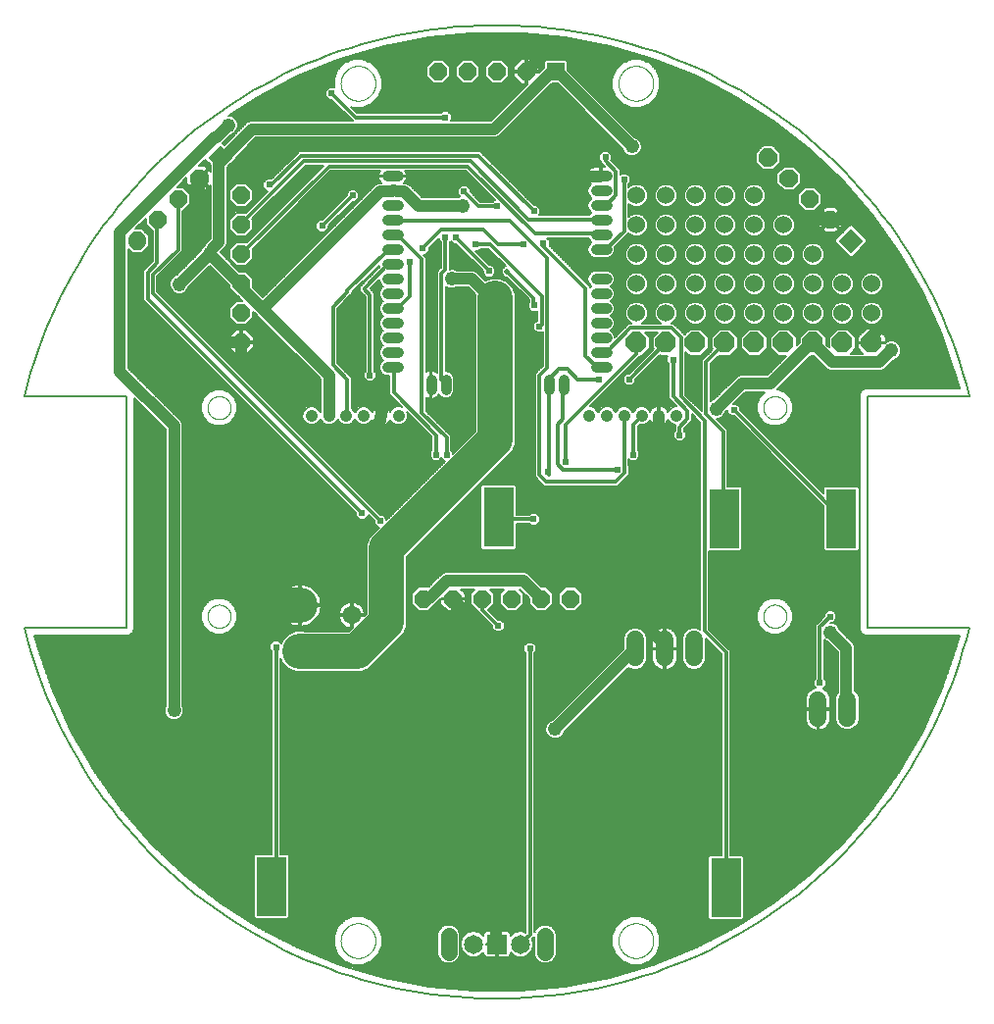
<source format=gbl>
G75*
%MOIN*%
%OFA0B0*%
%FSLAX25Y25*%
%IPPOS*%
%LPD*%
%AMOC8*
5,1,8,0,0,1.08239X$1,22.5*
%
%ADD10C,0.00600*%
%ADD11C,0.00000*%
%ADD12C,0.06300*%
%ADD13OC8,0.06000*%
%ADD14C,0.04134*%
%ADD15R,0.06500X0.06500*%
%ADD16C,0.06500*%
%ADD17C,0.05500*%
%ADD18R,0.10000X0.20000*%
%ADD19C,0.11811*%
%ADD20OC8,0.07000*%
%ADD21C,0.06000*%
%ADD22R,0.06000X0.06000*%
%ADD23C,0.01200*%
%ADD24R,0.06000X0.06000*%
%ADD25C,0.03562*%
%ADD26C,0.04000*%
%ADD27C,0.04800*%
%ADD28C,0.12000*%
%ADD29C,0.03600*%
%ADD30C,0.02400*%
%ADD31C,0.02000*%
%ADD32C,0.06000*%
D10*
X0064358Y0063408D02*
X0091066Y0063408D01*
X0091066Y0064006D02*
X0063729Y0064006D01*
X0063100Y0064605D02*
X0091066Y0064605D01*
X0091066Y0065203D02*
X0062471Y0065203D01*
X0061842Y0065802D02*
X0091066Y0065802D01*
X0091066Y0066400D02*
X0061213Y0066400D01*
X0060584Y0066999D02*
X0091112Y0066999D01*
X0091066Y0066952D02*
X0091710Y0067597D01*
X0097150Y0067597D01*
X0097150Y0136430D01*
X0096550Y0137030D01*
X0096550Y0138770D01*
X0097780Y0140000D01*
X0099520Y0140000D01*
X0100426Y0139094D01*
X0100912Y0140268D01*
X0102883Y0142239D01*
X0105458Y0143305D01*
X0108245Y0143305D01*
X0108499Y0143200D01*
X0123442Y0143200D01*
X0124726Y0144484D01*
X0124726Y0148413D01*
X0124126Y0148413D01*
X0124126Y0144263D01*
X0124076Y0144263D01*
X0123384Y0144373D01*
X0122718Y0144589D01*
X0122094Y0144907D01*
X0121527Y0145319D01*
X0121032Y0145814D01*
X0120620Y0146381D01*
X0120302Y0147005D01*
X0120086Y0147671D01*
X0119976Y0148363D01*
X0119976Y0148413D01*
X0124126Y0148413D01*
X0124126Y0149013D01*
X0119976Y0149013D01*
X0119976Y0149064D01*
X0120086Y0149755D01*
X0120302Y0150422D01*
X0120620Y0151046D01*
X0121032Y0151612D01*
X0121527Y0152108D01*
X0122094Y0152519D01*
X0122718Y0152837D01*
X0123384Y0153054D01*
X0124076Y0153163D01*
X0124126Y0153163D01*
X0124126Y0149013D01*
X0124726Y0149013D01*
X0128876Y0149013D01*
X0128876Y0149064D01*
X0128766Y0149755D01*
X0128550Y0150422D01*
X0128232Y0151046D01*
X0127820Y0151612D01*
X0127325Y0152108D01*
X0126758Y0152519D01*
X0126134Y0152837D01*
X0125468Y0153054D01*
X0124776Y0153163D01*
X0124726Y0153163D01*
X0124726Y0149013D01*
X0124726Y0148413D01*
X0128655Y0148413D01*
X0129400Y0149158D01*
X0129400Y0172672D01*
X0130450Y0175209D01*
X0133792Y0178550D01*
X0133330Y0178550D01*
X0132100Y0179780D01*
X0132100Y0180629D01*
X0130000Y0182729D01*
X0130000Y0182480D01*
X0128770Y0181250D01*
X0127030Y0181250D01*
X0125800Y0182480D01*
X0125800Y0183329D01*
X0053500Y0255629D01*
X0053500Y0265871D01*
X0054379Y0266750D01*
X0056650Y0269021D01*
X0056650Y0279002D01*
X0054342Y0281310D01*
X0054342Y0283440D01*
X0050939Y0280037D01*
X0053069Y0280037D01*
X0055470Y0277636D01*
X0055470Y0274239D01*
X0053069Y0271837D01*
X0049672Y0271837D01*
X0048450Y0273060D01*
X0048450Y0232701D01*
X0065643Y0215508D01*
X0066458Y0214693D01*
X0066900Y0213627D01*
X0066900Y0117922D01*
X0067300Y0116956D01*
X0067300Y0115644D01*
X0066798Y0114431D01*
X0065869Y0113502D01*
X0064656Y0113000D01*
X0063344Y0113000D01*
X0062131Y0113502D01*
X0061202Y0114431D01*
X0060700Y0115644D01*
X0060700Y0116956D01*
X0061100Y0117922D01*
X0061100Y0211849D01*
X0050396Y0222553D01*
X0050396Y0143893D01*
X0050000Y0142937D01*
X0049269Y0142206D01*
X0048313Y0141810D01*
X0016545Y0141810D01*
X0017693Y0137560D01*
X0022778Y0122953D01*
X0029227Y0108895D01*
X0036981Y0095513D01*
X0045971Y0082927D01*
X0056114Y0071251D01*
X0067320Y0060590D01*
X0079487Y0051041D01*
X0092506Y0042691D01*
X0106258Y0035613D01*
X0120620Y0029873D01*
X0135462Y0025522D01*
X0150650Y0022599D01*
X0166047Y0021131D01*
X0181514Y0021131D01*
X0196911Y0022599D01*
X0212099Y0025522D01*
X0226941Y0029873D01*
X0241303Y0035613D01*
X0255055Y0042691D01*
X0268073Y0051041D01*
X0280241Y0060590D01*
X0291446Y0071251D01*
X0301590Y0082927D01*
X0310579Y0095513D01*
X0318334Y0108895D01*
X0324783Y0122953D01*
X0329868Y0137560D01*
X0331016Y0141810D01*
X0299247Y0141810D01*
X0298292Y0142206D01*
X0297560Y0142937D01*
X0297165Y0143893D01*
X0297165Y0223668D01*
X0297560Y0224623D01*
X0298292Y0225355D01*
X0299247Y0225750D01*
X0331016Y0225750D01*
X0329868Y0230000D01*
X0324783Y0244607D01*
X0318334Y0258665D01*
X0310579Y0272048D01*
X0301590Y0284634D01*
X0291446Y0296310D01*
X0280241Y0306970D01*
X0268074Y0316519D01*
X0255055Y0324870D01*
X0241303Y0331948D01*
X0226941Y0337688D01*
X0212099Y0342039D01*
X0196911Y0344962D01*
X0182875Y0346300D01*
X0164686Y0346300D01*
X0150650Y0344962D01*
X0135462Y0342039D01*
X0120620Y0337688D01*
X0106258Y0331948D01*
X0092506Y0324870D01*
X0082575Y0318500D01*
X0083106Y0318500D01*
X0084319Y0317998D01*
X0085248Y0317069D01*
X0085750Y0315856D01*
X0085750Y0314544D01*
X0085248Y0313331D01*
X0084319Y0312402D01*
X0083354Y0312002D01*
X0080858Y0309507D01*
X0080513Y0309162D01*
X0081137Y0308538D01*
X0088907Y0316308D01*
X0089973Y0316750D01*
X0124679Y0316750D01*
X0124150Y0317279D01*
X0117529Y0323900D01*
X0116680Y0323900D01*
X0115450Y0325130D01*
X0115450Y0326870D01*
X0116680Y0328100D01*
X0118331Y0328100D01*
X0118331Y0331082D01*
X0119580Y0334098D01*
X0121888Y0336406D01*
X0124904Y0337655D01*
X0128168Y0337655D01*
X0131184Y0336406D01*
X0133493Y0334098D01*
X0134742Y0331082D01*
X0134742Y0327817D01*
X0133493Y0324802D01*
X0131184Y0322493D01*
X0128168Y0321244D01*
X0124904Y0321244D01*
X0124090Y0321581D01*
X0126271Y0319400D01*
X0154780Y0319400D01*
X0155380Y0320000D01*
X0157120Y0320000D01*
X0158350Y0318770D01*
X0158350Y0317030D01*
X0158070Y0316750D01*
X0171699Y0316750D01*
X0184080Y0329131D01*
X0184080Y0333087D01*
X0183480Y0333087D01*
X0179480Y0333087D01*
X0179480Y0331605D01*
X0181999Y0329087D01*
X0183480Y0329087D01*
X0183480Y0333087D01*
X0183480Y0333687D01*
X0183480Y0337687D01*
X0181999Y0337687D01*
X0179480Y0335168D01*
X0179480Y0333687D01*
X0183480Y0333687D01*
X0184080Y0333687D01*
X0184080Y0337687D01*
X0185561Y0337687D01*
X0188080Y0335168D01*
X0188080Y0333687D01*
X0184080Y0333687D01*
X0184080Y0333087D01*
X0188035Y0333087D01*
X0189428Y0334479D01*
X0189484Y0334588D01*
X0189680Y0334755D01*
X0189680Y0336842D01*
X0190325Y0337487D01*
X0197236Y0337487D01*
X0197880Y0336842D01*
X0197880Y0333921D01*
X0220604Y0311198D01*
X0221569Y0310798D01*
X0222498Y0309869D01*
X0223000Y0308656D01*
X0223000Y0307344D01*
X0222498Y0306131D01*
X0221569Y0305202D01*
X0220356Y0304700D01*
X0219044Y0304700D01*
X0217831Y0305202D01*
X0216902Y0306131D01*
X0216502Y0307096D01*
X0194312Y0329287D01*
X0192438Y0329287D01*
X0174543Y0311391D01*
X0173477Y0310950D01*
X0091751Y0310950D01*
X0084997Y0304196D01*
X0084997Y0303766D01*
X0082200Y0300969D01*
X0082200Y0275023D01*
X0081758Y0273957D01*
X0079801Y0272000D01*
X0086212Y0265589D01*
X0088471Y0265589D01*
X0090872Y0263187D01*
X0090872Y0260029D01*
X0094150Y0256751D01*
X0132557Y0295158D01*
X0133623Y0295600D01*
X0134562Y0295600D01*
X0134173Y0295989D01*
X0133836Y0296494D01*
X0133603Y0297055D01*
X0133485Y0297650D01*
X0133485Y0297663D01*
X0138057Y0297663D01*
X0138057Y0298244D01*
X0133485Y0298244D01*
X0133485Y0298257D01*
X0133603Y0298852D01*
X0133836Y0299413D01*
X0134061Y0299750D01*
X0117271Y0299750D01*
X0090790Y0273269D01*
X0090872Y0273187D01*
X0090872Y0269791D01*
X0088471Y0267389D01*
X0085074Y0267389D01*
X0082672Y0269791D01*
X0082672Y0273187D01*
X0085074Y0275589D01*
X0088471Y0275589D01*
X0088669Y0275390D01*
X0114829Y0301550D01*
X0108721Y0301550D01*
X0090615Y0283444D01*
X0090872Y0283187D01*
X0090872Y0279791D01*
X0088471Y0277389D01*
X0085074Y0277389D01*
X0082672Y0279791D01*
X0082672Y0283187D01*
X0085074Y0285589D01*
X0088471Y0285589D01*
X0088494Y0285565D01*
X0095779Y0292850D01*
X0095530Y0292850D01*
X0094300Y0294080D01*
X0094300Y0295820D01*
X0095530Y0297050D01*
X0097270Y0297050D01*
X0097274Y0297046D01*
X0105700Y0305471D01*
X0106579Y0306350D01*
X0168121Y0306350D01*
X0186421Y0288050D01*
X0187270Y0288050D01*
X0188500Y0286820D01*
X0188500Y0285080D01*
X0188170Y0284750D01*
X0205154Y0284750D01*
X0205800Y0285396D01*
X0205939Y0285454D01*
X0205800Y0285511D01*
X0204990Y0286322D01*
X0204551Y0287380D01*
X0204551Y0288527D01*
X0204990Y0289586D01*
X0205800Y0290396D01*
X0205939Y0290454D01*
X0205800Y0290511D01*
X0204990Y0291322D01*
X0204551Y0292380D01*
X0204551Y0293527D01*
X0204990Y0294586D01*
X0205766Y0295361D01*
X0205468Y0295560D01*
X0205039Y0295989D01*
X0204702Y0296494D01*
X0204470Y0297055D01*
X0204351Y0297650D01*
X0204351Y0297663D01*
X0208923Y0297663D01*
X0208923Y0298244D01*
X0208923Y0301035D01*
X0207129Y0301035D01*
X0206534Y0300916D01*
X0205973Y0300684D01*
X0205468Y0300347D01*
X0205039Y0299918D01*
X0204702Y0299413D01*
X0204470Y0298852D01*
X0204351Y0298257D01*
X0204351Y0298244D01*
X0208923Y0298244D01*
X0209504Y0298244D01*
X0209504Y0301035D01*
X0210594Y0301035D01*
X0209200Y0302429D01*
X0209200Y0302930D01*
X0208600Y0303530D01*
X0208600Y0305270D01*
X0209830Y0306500D01*
X0211570Y0306500D01*
X0212800Y0305270D01*
X0212800Y0303530D01*
X0212571Y0303301D01*
X0214921Y0300950D01*
X0215800Y0300071D01*
X0215800Y0298520D01*
X0216130Y0298850D01*
X0217870Y0298850D01*
X0219100Y0297620D01*
X0219100Y0295880D01*
X0218500Y0295280D01*
X0218500Y0294015D01*
X0219091Y0294606D01*
X0220524Y0295200D01*
X0222076Y0295200D01*
X0223509Y0294606D01*
X0224606Y0293509D01*
X0225200Y0292076D01*
X0225200Y0290524D01*
X0224606Y0289091D01*
X0223509Y0287994D01*
X0222076Y0287400D01*
X0220524Y0287400D01*
X0219091Y0287994D01*
X0218500Y0288585D01*
X0218500Y0284015D01*
X0219091Y0284606D01*
X0220524Y0285200D01*
X0222076Y0285200D01*
X0223509Y0284606D01*
X0224606Y0283509D01*
X0225200Y0282076D01*
X0225200Y0280524D01*
X0224606Y0279091D01*
X0223509Y0277994D01*
X0222076Y0277400D01*
X0220524Y0277400D01*
X0219091Y0277994D01*
X0218500Y0278585D01*
X0218500Y0278579D01*
X0213750Y0273829D01*
X0213876Y0273527D01*
X0213876Y0272380D01*
X0213437Y0271322D01*
X0212626Y0270511D01*
X0211568Y0270072D01*
X0206859Y0270072D01*
X0205800Y0270511D01*
X0204990Y0271322D01*
X0204551Y0272380D01*
X0204551Y0273527D01*
X0204990Y0274586D01*
X0205800Y0275396D01*
X0205939Y0275454D01*
X0205800Y0275511D01*
X0204990Y0276322D01*
X0204792Y0276800D01*
X0190870Y0276800D01*
X0191650Y0276020D01*
X0191650Y0274280D01*
X0191646Y0274276D01*
X0204571Y0261350D01*
X0205450Y0260471D01*
X0205450Y0260046D01*
X0205800Y0260396D01*
X0205939Y0260454D01*
X0205800Y0260511D01*
X0204990Y0261322D01*
X0204551Y0262380D01*
X0204551Y0263527D01*
X0204990Y0264586D01*
X0205800Y0265396D01*
X0206859Y0265835D01*
X0211568Y0265835D01*
X0212626Y0265396D01*
X0213437Y0264586D01*
X0213876Y0263527D01*
X0213876Y0262380D01*
X0213437Y0261322D01*
X0212626Y0260511D01*
X0212488Y0260454D01*
X0212626Y0260396D01*
X0213437Y0259586D01*
X0213876Y0258527D01*
X0213876Y0257380D01*
X0213437Y0256322D01*
X0212626Y0255511D01*
X0212488Y0255454D01*
X0212626Y0255396D01*
X0213437Y0254586D01*
X0213876Y0253527D01*
X0213876Y0252380D01*
X0213437Y0251322D01*
X0212626Y0250511D01*
X0212488Y0250454D01*
X0212626Y0250396D01*
X0213437Y0249586D01*
X0213876Y0248527D01*
X0213876Y0247380D01*
X0213437Y0246322D01*
X0212626Y0245511D01*
X0212488Y0245454D01*
X0212626Y0245396D01*
X0213437Y0244586D01*
X0213876Y0243527D01*
X0213876Y0243097D01*
X0217750Y0246971D01*
X0218629Y0247850D01*
X0219438Y0247850D01*
X0219091Y0247994D01*
X0217994Y0249091D01*
X0217400Y0250524D01*
X0217400Y0252076D01*
X0217994Y0253509D01*
X0219091Y0254606D01*
X0220524Y0255200D01*
X0222076Y0255200D01*
X0223509Y0254606D01*
X0224606Y0253509D01*
X0225200Y0252076D01*
X0225200Y0250524D01*
X0224606Y0249091D01*
X0223509Y0247994D01*
X0223162Y0247850D01*
X0229438Y0247850D01*
X0229091Y0247994D01*
X0227994Y0249091D01*
X0227400Y0250524D01*
X0227400Y0252076D01*
X0227994Y0253509D01*
X0229091Y0254606D01*
X0230524Y0255200D01*
X0232076Y0255200D01*
X0233509Y0254606D01*
X0234606Y0253509D01*
X0235200Y0252076D01*
X0235200Y0250524D01*
X0234606Y0249091D01*
X0233509Y0247994D01*
X0233162Y0247850D01*
X0233821Y0247850D01*
X0234700Y0246971D01*
X0234700Y0246971D01*
X0236971Y0244700D01*
X0236971Y0244700D01*
X0237583Y0244088D01*
X0239395Y0245900D01*
X0243205Y0245900D01*
X0245900Y0243205D01*
X0245900Y0239395D01*
X0243205Y0236700D01*
X0239395Y0236700D01*
X0237850Y0238245D01*
X0237850Y0223571D01*
X0243400Y0218021D01*
X0243400Y0235271D01*
X0247112Y0238983D01*
X0246700Y0239395D01*
X0246700Y0243205D01*
X0249395Y0245900D01*
X0253205Y0245900D01*
X0255900Y0243205D01*
X0255900Y0239395D01*
X0253205Y0236700D01*
X0249395Y0236700D01*
X0249233Y0236862D01*
X0246400Y0234029D01*
X0246400Y0221467D01*
X0246631Y0221698D01*
X0247596Y0222098D01*
X0255407Y0229908D01*
X0256473Y0230350D01*
X0265749Y0230350D01*
X0272099Y0236700D01*
X0269395Y0236700D01*
X0266700Y0239395D01*
X0266700Y0243205D01*
X0269395Y0245900D01*
X0273205Y0245900D01*
X0275900Y0243205D01*
X0275900Y0240501D01*
X0276700Y0241301D01*
X0276700Y0243205D01*
X0279395Y0245900D01*
X0283205Y0245900D01*
X0285900Y0243205D01*
X0285900Y0240501D01*
X0286700Y0239701D01*
X0286700Y0243205D01*
X0289395Y0245900D01*
X0293205Y0245900D01*
X0295900Y0243205D01*
X0295900Y0239395D01*
X0294055Y0237550D01*
X0298262Y0237550D01*
X0296500Y0239312D01*
X0296500Y0241000D01*
X0301000Y0241000D01*
X0301000Y0241600D01*
X0301000Y0246100D01*
X0299312Y0246100D01*
X0296500Y0243288D01*
X0296500Y0241600D01*
X0301000Y0241600D01*
X0301600Y0241600D01*
X0301600Y0246100D01*
X0303288Y0246100D01*
X0306100Y0243288D01*
X0306100Y0241600D01*
X0301600Y0241600D01*
X0301600Y0241000D01*
X0305533Y0241000D01*
X0306031Y0241498D01*
X0307244Y0242000D01*
X0308556Y0242000D01*
X0309769Y0241498D01*
X0310698Y0240569D01*
X0311200Y0239356D01*
X0311200Y0238044D01*
X0310698Y0236831D01*
X0309769Y0235902D01*
X0308804Y0235502D01*
X0306308Y0233007D01*
X0306308Y0233007D01*
X0305493Y0232191D01*
X0304427Y0231750D01*
X0287073Y0231750D01*
X0286007Y0232191D01*
X0281499Y0236700D01*
X0280301Y0236700D01*
X0269408Y0225807D01*
X0269052Y0225450D01*
X0269509Y0225450D01*
X0271801Y0224501D01*
X0273556Y0222746D01*
X0274505Y0220454D01*
X0274505Y0217973D01*
X0273556Y0215680D01*
X0271801Y0213926D01*
X0269509Y0212976D01*
X0267028Y0212976D01*
X0264736Y0213926D01*
X0262981Y0215680D01*
X0262031Y0217973D01*
X0262031Y0220454D01*
X0262981Y0222746D01*
X0264736Y0224501D01*
X0264854Y0224550D01*
X0258251Y0224550D01*
X0254251Y0220550D01*
X0255220Y0220550D01*
X0256450Y0219320D01*
X0256450Y0218471D01*
X0284822Y0190099D01*
X0284822Y0191952D01*
X0285466Y0192597D01*
X0296378Y0192597D01*
X0297022Y0191952D01*
X0297022Y0171041D01*
X0296378Y0170397D01*
X0285466Y0170397D01*
X0284822Y0171041D01*
X0284822Y0185857D01*
X0254329Y0216350D01*
X0253480Y0216350D01*
X0252250Y0217580D01*
X0252250Y0218549D01*
X0251698Y0217996D01*
X0251298Y0217031D01*
X0250369Y0216102D01*
X0249156Y0215600D01*
X0248521Y0215600D01*
X0252250Y0211871D01*
X0252250Y0192597D01*
X0256598Y0192597D01*
X0257243Y0191952D01*
X0257243Y0171041D01*
X0256598Y0170397D01*
X0245950Y0170397D01*
X0245950Y0143921D01*
X0252271Y0137600D01*
X0253150Y0136721D01*
X0253150Y0067215D01*
X0257157Y0067215D01*
X0257802Y0066571D01*
X0257802Y0045659D01*
X0257157Y0045015D01*
X0246246Y0045015D01*
X0245602Y0045659D01*
X0245602Y0066571D01*
X0246246Y0067215D01*
X0250150Y0067215D01*
X0250150Y0135479D01*
X0244900Y0140729D01*
X0244900Y0133484D01*
X0244276Y0131978D01*
X0243122Y0130824D01*
X0241616Y0130200D01*
X0239984Y0130200D01*
X0238478Y0130824D01*
X0237324Y0131978D01*
X0236700Y0133484D01*
X0236700Y0141116D01*
X0237324Y0142622D01*
X0238478Y0143776D01*
X0239984Y0144400D01*
X0241616Y0144400D01*
X0242950Y0143847D01*
X0242950Y0214229D01*
X0240100Y0217079D01*
X0240100Y0214679D01*
X0239221Y0213800D01*
X0237400Y0211979D01*
X0237400Y0211370D01*
X0238000Y0210770D01*
X0238000Y0209030D01*
X0236770Y0207800D01*
X0235030Y0207800D01*
X0233800Y0209030D01*
X0233800Y0210770D01*
X0234400Y0211370D01*
X0234400Y0213221D01*
X0234469Y0213291D01*
X0234174Y0213291D01*
X0233010Y0213773D01*
X0232119Y0214664D01*
X0231959Y0215049D01*
X0231882Y0214863D01*
X0231514Y0214311D01*
X0231045Y0213842D01*
X0230493Y0213474D01*
X0229881Y0213220D01*
X0229230Y0213091D01*
X0229198Y0213091D01*
X0229198Y0216157D01*
X0228598Y0216157D01*
X0228598Y0213091D01*
X0228567Y0213091D01*
X0227916Y0213220D01*
X0227304Y0213474D01*
X0226752Y0213842D01*
X0226283Y0214311D01*
X0225915Y0214863D01*
X0225837Y0215049D01*
X0225678Y0214664D01*
X0224787Y0213773D01*
X0223623Y0213291D01*
X0222363Y0213291D01*
X0222150Y0213379D01*
X0221650Y0212879D01*
X0221650Y0204620D01*
X0222250Y0204020D01*
X0222250Y0202280D01*
X0221020Y0201050D01*
X0219280Y0201050D01*
X0218587Y0201743D01*
X0218587Y0199878D01*
X0218650Y0199815D01*
X0218650Y0196585D01*
X0214665Y0192600D01*
X0189767Y0192600D01*
X0188889Y0193479D01*
X0186658Y0195709D01*
X0186658Y0230807D01*
X0187537Y0231686D01*
X0189400Y0233549D01*
X0189400Y0245030D01*
X0189070Y0244700D01*
X0187330Y0244700D01*
X0186100Y0245930D01*
X0186100Y0247670D01*
X0187330Y0248900D01*
X0187500Y0248900D01*
X0187500Y0252030D01*
X0187370Y0251900D01*
X0185630Y0251900D01*
X0184400Y0253130D01*
X0184400Y0254870D01*
X0184700Y0255170D01*
X0184700Y0255979D01*
X0177079Y0263600D01*
X0176513Y0263600D01*
X0175400Y0264713D01*
X0175400Y0266287D01*
X0176513Y0267400D01*
X0176729Y0267400D01*
X0170929Y0273200D01*
X0168070Y0273200D01*
X0167470Y0272600D01*
X0166321Y0272600D01*
X0171121Y0267800D01*
X0171970Y0267800D01*
X0173200Y0266570D01*
X0173200Y0264830D01*
X0171970Y0263600D01*
X0170230Y0263600D01*
X0169000Y0264830D01*
X0169000Y0265679D01*
X0159829Y0274850D01*
X0158980Y0274850D01*
X0158050Y0275780D01*
X0157750Y0275480D01*
X0157750Y0266261D01*
X0157844Y0266300D01*
X0159156Y0266300D01*
X0160122Y0265900D01*
X0165827Y0265900D01*
X0166893Y0265458D01*
X0169964Y0262387D01*
X0171927Y0263200D01*
X0174672Y0263200D01*
X0177209Y0262150D01*
X0179150Y0260209D01*
X0180200Y0257672D01*
X0180200Y0206927D01*
X0179150Y0204391D01*
X0177209Y0202450D01*
X0143200Y0168442D01*
X0143200Y0144927D01*
X0142150Y0142391D01*
X0140209Y0140450D01*
X0130209Y0130450D01*
X0127672Y0129400D01*
X0108499Y0129400D01*
X0108245Y0129294D01*
X0105458Y0129294D01*
X0102883Y0130361D01*
X0100912Y0132332D01*
X0100150Y0134172D01*
X0100150Y0067597D01*
X0102622Y0067597D01*
X0103266Y0066952D01*
X0103266Y0046041D01*
X0102622Y0045397D01*
X0091710Y0045397D01*
X0091066Y0046041D01*
X0091066Y0066952D01*
X0091066Y0062809D02*
X0064988Y0062809D01*
X0065617Y0062211D02*
X0091066Y0062211D01*
X0091066Y0061612D02*
X0066246Y0061612D01*
X0066875Y0061014D02*
X0091066Y0061014D01*
X0091066Y0060415D02*
X0067543Y0060415D01*
X0068306Y0059817D02*
X0091066Y0059817D01*
X0091066Y0059218D02*
X0069068Y0059218D01*
X0069831Y0058620D02*
X0091066Y0058620D01*
X0091066Y0058021D02*
X0070594Y0058021D01*
X0071356Y0057423D02*
X0091066Y0057423D01*
X0091066Y0056824D02*
X0072119Y0056824D01*
X0072882Y0056226D02*
X0091066Y0056226D01*
X0091066Y0055627D02*
X0073644Y0055627D01*
X0074407Y0055029D02*
X0091066Y0055029D01*
X0091066Y0054430D02*
X0075169Y0054430D01*
X0075932Y0053832D02*
X0091066Y0053832D01*
X0091066Y0053233D02*
X0076695Y0053233D01*
X0077457Y0052634D02*
X0091066Y0052634D01*
X0091066Y0052036D02*
X0078220Y0052036D01*
X0078983Y0051437D02*
X0091066Y0051437D01*
X0091066Y0050839D02*
X0079803Y0050839D01*
X0080736Y0050240D02*
X0091066Y0050240D01*
X0091066Y0049642D02*
X0081669Y0049642D01*
X0082602Y0049043D02*
X0091066Y0049043D01*
X0091066Y0048445D02*
X0083535Y0048445D01*
X0084468Y0047846D02*
X0091066Y0047846D01*
X0091066Y0047248D02*
X0085401Y0047248D01*
X0086334Y0046649D02*
X0091066Y0046649D01*
X0091066Y0046051D02*
X0087267Y0046051D01*
X0088200Y0045452D02*
X0091655Y0045452D01*
X0090999Y0043657D02*
X0120478Y0043657D01*
X0121076Y0044255D02*
X0090066Y0044255D01*
X0089133Y0044854D02*
X0121675Y0044854D01*
X0121888Y0045067D02*
X0119580Y0042759D01*
X0118331Y0039743D01*
X0118331Y0036479D01*
X0119580Y0033463D01*
X0121888Y0031155D01*
X0124904Y0029906D01*
X0128168Y0029906D01*
X0131184Y0031155D01*
X0133493Y0033463D01*
X0134742Y0036479D01*
X0134742Y0039743D01*
X0133493Y0042759D01*
X0131184Y0045067D01*
X0128168Y0046317D01*
X0124904Y0046317D01*
X0121888Y0045067D01*
X0122818Y0045452D02*
X0102677Y0045452D01*
X0103266Y0046051D02*
X0124263Y0046051D01*
X0119879Y0043058D02*
X0091932Y0043058D01*
X0092954Y0042460D02*
X0119456Y0042460D01*
X0119208Y0041861D02*
X0094117Y0041861D01*
X0095280Y0041263D02*
X0118960Y0041263D01*
X0118712Y0040664D02*
X0096443Y0040664D01*
X0097606Y0040066D02*
X0118464Y0040066D01*
X0118331Y0039467D02*
X0098769Y0039467D01*
X0099932Y0038869D02*
X0118331Y0038869D01*
X0118331Y0038270D02*
X0101095Y0038270D01*
X0102258Y0037672D02*
X0118331Y0037672D01*
X0118331Y0037073D02*
X0103421Y0037073D01*
X0104584Y0036475D02*
X0118332Y0036475D01*
X0118580Y0035876D02*
X0105747Y0035876D01*
X0107097Y0035278D02*
X0118828Y0035278D01*
X0119076Y0034679D02*
X0108595Y0034679D01*
X0110092Y0034081D02*
X0119324Y0034081D01*
X0119572Y0033482D02*
X0111590Y0033482D01*
X0113087Y0032884D02*
X0120159Y0032884D01*
X0120758Y0032285D02*
X0114585Y0032285D01*
X0116082Y0031687D02*
X0121356Y0031687D01*
X0122049Y0031088D02*
X0117580Y0031088D01*
X0119077Y0030490D02*
X0123494Y0030490D01*
X0122599Y0029293D02*
X0224961Y0029293D01*
X0224067Y0030490D02*
X0228484Y0030490D01*
X0229981Y0031088D02*
X0225512Y0031088D01*
X0225672Y0031155D02*
X0227981Y0033463D01*
X0229230Y0036479D01*
X0229230Y0039743D01*
X0227981Y0042759D01*
X0225672Y0045067D01*
X0222657Y0046317D01*
X0219392Y0046317D01*
X0216376Y0045067D01*
X0214068Y0042759D01*
X0212819Y0039743D01*
X0212819Y0036479D01*
X0214068Y0033463D01*
X0216376Y0031155D01*
X0219392Y0029906D01*
X0222657Y0029906D01*
X0225672Y0031155D01*
X0226204Y0031687D02*
X0231479Y0031687D01*
X0232976Y0032285D02*
X0226803Y0032285D01*
X0227401Y0032884D02*
X0234474Y0032884D01*
X0235971Y0033482D02*
X0227989Y0033482D01*
X0228237Y0034081D02*
X0237468Y0034081D01*
X0238966Y0034679D02*
X0228484Y0034679D01*
X0228732Y0035278D02*
X0240463Y0035278D01*
X0241814Y0035876D02*
X0228980Y0035876D01*
X0229228Y0036475D02*
X0242977Y0036475D01*
X0244140Y0037073D02*
X0229230Y0037073D01*
X0229230Y0037672D02*
X0245303Y0037672D01*
X0246466Y0038270D02*
X0229230Y0038270D01*
X0229230Y0038869D02*
X0247629Y0038869D01*
X0248792Y0039467D02*
X0229230Y0039467D01*
X0229096Y0040066D02*
X0249955Y0040066D01*
X0251118Y0040664D02*
X0228848Y0040664D01*
X0228600Y0041263D02*
X0252281Y0041263D01*
X0253444Y0041861D02*
X0228353Y0041861D01*
X0228105Y0042460D02*
X0254607Y0042460D01*
X0255628Y0043058D02*
X0227681Y0043058D01*
X0227083Y0043657D02*
X0256561Y0043657D01*
X0257494Y0044255D02*
X0226484Y0044255D01*
X0225886Y0044854D02*
X0258427Y0044854D01*
X0257595Y0045452D02*
X0259360Y0045452D01*
X0260293Y0046051D02*
X0257802Y0046051D01*
X0257802Y0046649D02*
X0261226Y0046649D01*
X0262160Y0047248D02*
X0257802Y0047248D01*
X0257802Y0047846D02*
X0263093Y0047846D01*
X0264026Y0048445D02*
X0257802Y0048445D01*
X0257802Y0049043D02*
X0264959Y0049043D01*
X0265892Y0049642D02*
X0257802Y0049642D01*
X0257802Y0050240D02*
X0266825Y0050240D01*
X0267758Y0050839D02*
X0257802Y0050839D01*
X0257802Y0051437D02*
X0268578Y0051437D01*
X0269341Y0052036D02*
X0257802Y0052036D01*
X0257802Y0052634D02*
X0270103Y0052634D01*
X0270866Y0053233D02*
X0257802Y0053233D01*
X0257802Y0053832D02*
X0271629Y0053832D01*
X0272391Y0054430D02*
X0257802Y0054430D01*
X0257802Y0055029D02*
X0273154Y0055029D01*
X0273916Y0055627D02*
X0257802Y0055627D01*
X0257802Y0056226D02*
X0274679Y0056226D01*
X0275442Y0056824D02*
X0257802Y0056824D01*
X0257802Y0057423D02*
X0276204Y0057423D01*
X0276967Y0058021D02*
X0257802Y0058021D01*
X0257802Y0058620D02*
X0277730Y0058620D01*
X0278492Y0059218D02*
X0257802Y0059218D01*
X0257802Y0059817D02*
X0279255Y0059817D01*
X0280017Y0060415D02*
X0257802Y0060415D01*
X0257802Y0061014D02*
X0280686Y0061014D01*
X0281315Y0061612D02*
X0257802Y0061612D01*
X0257802Y0062211D02*
X0281944Y0062211D01*
X0282573Y0062809D02*
X0257802Y0062809D01*
X0257802Y0063408D02*
X0283202Y0063408D01*
X0283831Y0064006D02*
X0257802Y0064006D01*
X0257802Y0064605D02*
X0284460Y0064605D01*
X0285090Y0065203D02*
X0257802Y0065203D01*
X0257802Y0065802D02*
X0285719Y0065802D01*
X0286348Y0066400D02*
X0257802Y0066400D01*
X0257373Y0066999D02*
X0286977Y0066999D01*
X0287606Y0067597D02*
X0253150Y0067597D01*
X0253150Y0068196D02*
X0288235Y0068196D01*
X0288864Y0068794D02*
X0253150Y0068794D01*
X0253150Y0069393D02*
X0289493Y0069393D01*
X0290123Y0069991D02*
X0253150Y0069991D01*
X0253150Y0070590D02*
X0290752Y0070590D01*
X0291381Y0071188D02*
X0253150Y0071188D01*
X0253150Y0071787D02*
X0291912Y0071787D01*
X0292432Y0072385D02*
X0253150Y0072385D01*
X0253150Y0072984D02*
X0292952Y0072984D01*
X0293472Y0073582D02*
X0253150Y0073582D01*
X0253150Y0074181D02*
X0293992Y0074181D01*
X0294512Y0074779D02*
X0253150Y0074779D01*
X0253150Y0075378D02*
X0295032Y0075378D01*
X0295552Y0075976D02*
X0253150Y0075976D01*
X0253150Y0076575D02*
X0296072Y0076575D01*
X0296592Y0077173D02*
X0253150Y0077173D01*
X0253150Y0077772D02*
X0297112Y0077772D01*
X0297632Y0078370D02*
X0253150Y0078370D01*
X0253150Y0078969D02*
X0298152Y0078969D01*
X0298671Y0079568D02*
X0253150Y0079568D01*
X0253150Y0080166D02*
X0299191Y0080166D01*
X0299711Y0080765D02*
X0253150Y0080765D01*
X0253150Y0081363D02*
X0300231Y0081363D01*
X0300751Y0081962D02*
X0253150Y0081962D01*
X0253150Y0082560D02*
X0301271Y0082560D01*
X0301755Y0083159D02*
X0253150Y0083159D01*
X0253150Y0083757D02*
X0302183Y0083757D01*
X0302610Y0084356D02*
X0253150Y0084356D01*
X0253150Y0084954D02*
X0303038Y0084954D01*
X0303465Y0085553D02*
X0253150Y0085553D01*
X0253150Y0086151D02*
X0303893Y0086151D01*
X0304320Y0086750D02*
X0253150Y0086750D01*
X0253150Y0087348D02*
X0304748Y0087348D01*
X0305175Y0087947D02*
X0253150Y0087947D01*
X0253150Y0088545D02*
X0305603Y0088545D01*
X0306030Y0089144D02*
X0253150Y0089144D01*
X0253150Y0089742D02*
X0306458Y0089742D01*
X0306885Y0090341D02*
X0253150Y0090341D01*
X0253150Y0090939D02*
X0307313Y0090939D01*
X0307740Y0091538D02*
X0253150Y0091538D01*
X0253150Y0092136D02*
X0308168Y0092136D01*
X0308595Y0092735D02*
X0253150Y0092735D01*
X0253150Y0093333D02*
X0309023Y0093333D01*
X0309450Y0093932D02*
X0253150Y0093932D01*
X0253150Y0094530D02*
X0309877Y0094530D01*
X0310305Y0095129D02*
X0253150Y0095129D01*
X0253150Y0095727D02*
X0310704Y0095727D01*
X0311050Y0096326D02*
X0253150Y0096326D01*
X0253150Y0096924D02*
X0311397Y0096924D01*
X0311744Y0097523D02*
X0253150Y0097523D01*
X0253150Y0098121D02*
X0312091Y0098121D01*
X0312438Y0098720D02*
X0253150Y0098720D01*
X0253150Y0099318D02*
X0312784Y0099318D01*
X0313131Y0099917D02*
X0253150Y0099917D01*
X0253150Y0100515D02*
X0313478Y0100515D01*
X0313825Y0101114D02*
X0253150Y0101114D01*
X0253150Y0101712D02*
X0314171Y0101712D01*
X0314518Y0102311D02*
X0253150Y0102311D01*
X0253150Y0102909D02*
X0314865Y0102909D01*
X0315212Y0103508D02*
X0253150Y0103508D01*
X0253150Y0104106D02*
X0315559Y0104106D01*
X0315905Y0104705D02*
X0253150Y0104705D01*
X0253150Y0105303D02*
X0316252Y0105303D01*
X0316599Y0105902D02*
X0253150Y0105902D01*
X0253150Y0106501D02*
X0316946Y0106501D01*
X0317293Y0107099D02*
X0253150Y0107099D01*
X0253150Y0107698D02*
X0317639Y0107698D01*
X0317986Y0108296D02*
X0253150Y0108296D01*
X0253150Y0108895D02*
X0318333Y0108895D01*
X0318608Y0109493D02*
X0253150Y0109493D01*
X0253150Y0110092D02*
X0280861Y0110092D01*
X0280700Y0110173D02*
X0281303Y0109866D01*
X0281947Y0109657D01*
X0282615Y0109551D01*
X0282654Y0109551D01*
X0282654Y0116551D01*
X0283254Y0116551D01*
X0283254Y0117151D01*
X0287254Y0117151D01*
X0287254Y0120190D01*
X0287148Y0120858D01*
X0286938Y0121502D01*
X0286631Y0122105D01*
X0286233Y0122652D01*
X0285755Y0123131D01*
X0285207Y0123529D01*
X0284638Y0123819D01*
X0285700Y0124880D01*
X0285700Y0126620D01*
X0285100Y0127220D01*
X0285100Y0140283D01*
X0285331Y0140052D01*
X0286296Y0139652D01*
X0289700Y0136249D01*
X0289700Y0122396D01*
X0289478Y0122174D01*
X0288854Y0120667D01*
X0288854Y0113036D01*
X0289478Y0111529D01*
X0290631Y0110375D01*
X0292138Y0109751D01*
X0293769Y0109751D01*
X0295276Y0110375D01*
X0296429Y0111529D01*
X0297054Y0113036D01*
X0297054Y0120667D01*
X0296429Y0122174D01*
X0295500Y0123103D01*
X0295500Y0138027D01*
X0295058Y0139093D01*
X0290398Y0143754D01*
X0289998Y0144719D01*
X0289069Y0145648D01*
X0287856Y0146150D01*
X0287221Y0146150D01*
X0287221Y0146150D01*
X0288070Y0146150D01*
X0289300Y0147380D01*
X0289300Y0149120D01*
X0288070Y0150350D01*
X0286330Y0150350D01*
X0285100Y0149120D01*
X0285100Y0148271D01*
X0282979Y0146150D01*
X0282979Y0146150D01*
X0282100Y0145271D01*
X0282100Y0127220D01*
X0281500Y0126620D01*
X0281500Y0124880D01*
X0282282Y0124098D01*
X0281947Y0124045D01*
X0281303Y0123836D01*
X0280700Y0123529D01*
X0280152Y0123131D01*
X0279674Y0122652D01*
X0279276Y0122105D01*
X0278969Y0121502D01*
X0278759Y0120858D01*
X0278654Y0120190D01*
X0278654Y0117151D01*
X0282653Y0117151D01*
X0282653Y0116551D01*
X0278654Y0116551D01*
X0278654Y0113513D01*
X0278759Y0112844D01*
X0278969Y0112201D01*
X0279276Y0111597D01*
X0279674Y0111050D01*
X0280152Y0110571D01*
X0280700Y0110173D01*
X0280034Y0110690D02*
X0253150Y0110690D01*
X0253150Y0111289D02*
X0279500Y0111289D01*
X0279128Y0111887D02*
X0253150Y0111887D01*
X0253150Y0112486D02*
X0278876Y0112486D01*
X0278721Y0113084D02*
X0253150Y0113084D01*
X0253150Y0113683D02*
X0278654Y0113683D01*
X0278654Y0114281D02*
X0253150Y0114281D01*
X0253150Y0114880D02*
X0278654Y0114880D01*
X0278654Y0115478D02*
X0253150Y0115478D01*
X0253150Y0116077D02*
X0278654Y0116077D01*
X0278654Y0117274D02*
X0253150Y0117274D01*
X0253150Y0117872D02*
X0278654Y0117872D01*
X0278654Y0118471D02*
X0253150Y0118471D01*
X0253150Y0119069D02*
X0278654Y0119069D01*
X0278654Y0119668D02*
X0253150Y0119668D01*
X0253150Y0120266D02*
X0278666Y0120266D01*
X0278762Y0120865D02*
X0253150Y0120865D01*
X0253150Y0121463D02*
X0278956Y0121463D01*
X0279254Y0122062D02*
X0253150Y0122062D01*
X0253150Y0122660D02*
X0279682Y0122660D01*
X0280328Y0123259D02*
X0253150Y0123259D01*
X0253150Y0123857D02*
X0281368Y0123857D01*
X0281924Y0124456D02*
X0253150Y0124456D01*
X0253150Y0125054D02*
X0281500Y0125054D01*
X0281500Y0125653D02*
X0253150Y0125653D01*
X0253150Y0126251D02*
X0281500Y0126251D01*
X0281730Y0126850D02*
X0253150Y0126850D01*
X0253150Y0127448D02*
X0282100Y0127448D01*
X0282100Y0128047D02*
X0253150Y0128047D01*
X0253150Y0128645D02*
X0282100Y0128645D01*
X0282100Y0129244D02*
X0253150Y0129244D01*
X0253150Y0129842D02*
X0282100Y0129842D01*
X0282100Y0130441D02*
X0253150Y0130441D01*
X0253150Y0131039D02*
X0282100Y0131039D01*
X0282100Y0131638D02*
X0253150Y0131638D01*
X0253150Y0132237D02*
X0282100Y0132237D01*
X0282100Y0132835D02*
X0253150Y0132835D01*
X0253150Y0133434D02*
X0282100Y0133434D01*
X0282100Y0134032D02*
X0253150Y0134032D01*
X0253150Y0134631D02*
X0282100Y0134631D01*
X0282100Y0135229D02*
X0253150Y0135229D01*
X0253150Y0135828D02*
X0282100Y0135828D01*
X0282100Y0136426D02*
X0253150Y0136426D01*
X0252847Y0137025D02*
X0282100Y0137025D01*
X0282100Y0137623D02*
X0252248Y0137623D01*
X0251650Y0138222D02*
X0282100Y0138222D01*
X0282100Y0138820D02*
X0251051Y0138820D01*
X0250453Y0139419D02*
X0282100Y0139419D01*
X0282100Y0140017D02*
X0249854Y0140017D01*
X0249256Y0140616D02*
X0282100Y0140616D01*
X0282100Y0141214D02*
X0248657Y0141214D01*
X0248059Y0141813D02*
X0282100Y0141813D01*
X0282100Y0142411D02*
X0270236Y0142411D01*
X0269509Y0142110D02*
X0271801Y0143060D01*
X0273556Y0144814D01*
X0274505Y0147107D01*
X0274505Y0149588D01*
X0273556Y0151880D01*
X0271801Y0153635D01*
X0269509Y0154584D01*
X0267028Y0154584D01*
X0264736Y0153635D01*
X0262981Y0151880D01*
X0262031Y0149588D01*
X0262031Y0147107D01*
X0262981Y0144814D01*
X0264736Y0143060D01*
X0267028Y0142110D01*
X0269509Y0142110D01*
X0271681Y0143010D02*
X0282100Y0143010D01*
X0282100Y0143608D02*
X0272350Y0143608D01*
X0272948Y0144207D02*
X0282100Y0144207D01*
X0282100Y0144805D02*
X0273547Y0144805D01*
X0273800Y0145404D02*
X0282232Y0145404D01*
X0282831Y0146002D02*
X0274048Y0146002D01*
X0274296Y0146601D02*
X0283429Y0146601D01*
X0284028Y0147199D02*
X0274505Y0147199D01*
X0274505Y0147798D02*
X0284626Y0147798D01*
X0285100Y0148396D02*
X0274505Y0148396D01*
X0274505Y0148995D02*
X0285100Y0148995D01*
X0285573Y0149593D02*
X0274503Y0149593D01*
X0274255Y0150192D02*
X0286172Y0150192D01*
X0288228Y0150192D02*
X0297165Y0150192D01*
X0297165Y0150790D02*
X0274007Y0150790D01*
X0273760Y0151389D02*
X0297165Y0151389D01*
X0297165Y0151987D02*
X0273449Y0151987D01*
X0272850Y0152586D02*
X0297165Y0152586D01*
X0297165Y0153184D02*
X0272252Y0153184D01*
X0271444Y0153783D02*
X0297165Y0153783D01*
X0297165Y0154381D02*
X0269999Y0154381D01*
X0266538Y0154381D02*
X0245950Y0154381D01*
X0245950Y0153783D02*
X0265093Y0153783D01*
X0264285Y0153184D02*
X0245950Y0153184D01*
X0245950Y0152586D02*
X0263687Y0152586D01*
X0263088Y0151987D02*
X0245950Y0151987D01*
X0245950Y0151389D02*
X0262777Y0151389D01*
X0262530Y0150790D02*
X0245950Y0150790D01*
X0245950Y0150192D02*
X0262282Y0150192D01*
X0262034Y0149593D02*
X0245950Y0149593D01*
X0245950Y0148995D02*
X0262031Y0148995D01*
X0262031Y0148396D02*
X0245950Y0148396D01*
X0245950Y0147798D02*
X0262031Y0147798D01*
X0262031Y0147199D02*
X0245950Y0147199D01*
X0245950Y0146601D02*
X0262241Y0146601D01*
X0262489Y0146002D02*
X0245950Y0146002D01*
X0245950Y0145404D02*
X0262737Y0145404D01*
X0262990Y0144805D02*
X0245950Y0144805D01*
X0245950Y0144207D02*
X0263589Y0144207D01*
X0264187Y0143608D02*
X0246263Y0143608D01*
X0246862Y0143010D02*
X0264856Y0143010D01*
X0266301Y0142411D02*
X0247460Y0142411D01*
X0245612Y0140017D02*
X0244900Y0140017D01*
X0244900Y0139419D02*
X0246210Y0139419D01*
X0246809Y0138820D02*
X0244900Y0138820D01*
X0244900Y0138222D02*
X0247407Y0138222D01*
X0248006Y0137623D02*
X0244900Y0137623D01*
X0244900Y0137025D02*
X0248604Y0137025D01*
X0249203Y0136426D02*
X0244900Y0136426D01*
X0244900Y0135828D02*
X0249801Y0135828D01*
X0250150Y0135229D02*
X0244900Y0135229D01*
X0244900Y0134631D02*
X0250150Y0134631D01*
X0250150Y0134032D02*
X0244900Y0134032D01*
X0244879Y0133434D02*
X0250150Y0133434D01*
X0250150Y0132835D02*
X0244631Y0132835D01*
X0244383Y0132237D02*
X0250150Y0132237D01*
X0250150Y0131638D02*
X0243936Y0131638D01*
X0243338Y0131039D02*
X0250150Y0131039D01*
X0250150Y0130441D02*
X0242197Y0130441D01*
X0239403Y0130441D02*
X0232698Y0130441D01*
X0232451Y0130315D02*
X0233054Y0130622D01*
X0233601Y0131020D01*
X0234080Y0131499D01*
X0234478Y0132046D01*
X0234785Y0132649D01*
X0234994Y0133293D01*
X0235100Y0133962D01*
X0235100Y0137000D01*
X0231100Y0137000D01*
X0231100Y0137600D01*
X0230500Y0137600D01*
X0230500Y0144600D01*
X0230462Y0144600D01*
X0229793Y0144494D01*
X0229149Y0144285D01*
X0228546Y0143978D01*
X0227999Y0143580D01*
X0227520Y0143101D01*
X0227122Y0142554D01*
X0226815Y0141951D01*
X0226606Y0141307D01*
X0226500Y0140638D01*
X0226500Y0137600D01*
X0230500Y0137600D01*
X0230500Y0137000D01*
X0226500Y0137000D01*
X0226500Y0133962D01*
X0226606Y0133293D01*
X0226815Y0132649D01*
X0227122Y0132046D01*
X0227520Y0131499D01*
X0227999Y0131020D01*
X0228546Y0130622D01*
X0229149Y0130315D01*
X0229793Y0130106D01*
X0230462Y0130000D01*
X0230500Y0130000D01*
X0230500Y0137000D01*
X0231100Y0137000D01*
X0231100Y0130000D01*
X0231138Y0130000D01*
X0231807Y0130106D01*
X0232451Y0130315D01*
X0231100Y0130441D02*
X0230500Y0130441D01*
X0230500Y0131039D02*
X0231100Y0131039D01*
X0231100Y0131638D02*
X0230500Y0131638D01*
X0230500Y0132237D02*
X0231100Y0132237D01*
X0231100Y0132835D02*
X0230500Y0132835D01*
X0230500Y0133434D02*
X0231100Y0133434D01*
X0231100Y0134032D02*
X0230500Y0134032D01*
X0230500Y0134631D02*
X0231100Y0134631D01*
X0231100Y0135229D02*
X0230500Y0135229D01*
X0230500Y0135828D02*
X0231100Y0135828D01*
X0231100Y0136426D02*
X0230500Y0136426D01*
X0230500Y0137025D02*
X0224900Y0137025D01*
X0224900Y0137623D02*
X0226500Y0137623D01*
X0226500Y0138222D02*
X0224900Y0138222D01*
X0224900Y0138820D02*
X0226500Y0138820D01*
X0226500Y0139419D02*
X0224900Y0139419D01*
X0224900Y0140017D02*
X0226500Y0140017D01*
X0226500Y0140616D02*
X0224900Y0140616D01*
X0224900Y0141116D02*
X0224276Y0142622D01*
X0223122Y0143776D01*
X0221616Y0144400D01*
X0219984Y0144400D01*
X0218478Y0143776D01*
X0217324Y0142622D01*
X0216700Y0141116D01*
X0216700Y0137201D01*
X0192696Y0113198D01*
X0191731Y0112798D01*
X0190802Y0111869D01*
X0190300Y0110656D01*
X0190300Y0109344D01*
X0190802Y0108131D01*
X0191731Y0107202D01*
X0192944Y0106700D01*
X0194256Y0106700D01*
X0195469Y0107202D01*
X0196398Y0108131D01*
X0196798Y0109096D01*
X0218511Y0130810D01*
X0219984Y0130200D01*
X0221616Y0130200D01*
X0223122Y0130824D01*
X0224276Y0131978D01*
X0224900Y0133484D01*
X0224900Y0141116D01*
X0224859Y0141214D02*
X0226591Y0141214D01*
X0226770Y0141813D02*
X0224611Y0141813D01*
X0224363Y0142411D02*
X0227050Y0142411D01*
X0227454Y0143010D02*
X0223889Y0143010D01*
X0223290Y0143608D02*
X0228038Y0143608D01*
X0228996Y0144207D02*
X0222082Y0144207D01*
X0219518Y0144207D02*
X0176327Y0144207D01*
X0176350Y0144230D02*
X0176350Y0145970D01*
X0175120Y0147200D01*
X0174271Y0147200D01*
X0170899Y0150573D01*
X0172880Y0152554D01*
X0172880Y0155951D01*
X0171331Y0157500D01*
X0176229Y0157500D01*
X0174680Y0155951D01*
X0174680Y0152554D01*
X0177082Y0150153D01*
X0180479Y0150153D01*
X0182880Y0152554D01*
X0182880Y0155951D01*
X0181331Y0157500D01*
X0181599Y0157500D01*
X0184680Y0154418D01*
X0184680Y0152554D01*
X0187082Y0150153D01*
X0190479Y0150153D01*
X0192880Y0152554D01*
X0192880Y0155951D01*
X0190479Y0158353D01*
X0188948Y0158353D01*
X0184443Y0162858D01*
X0183377Y0163300D01*
X0156123Y0163300D01*
X0155057Y0162858D01*
X0154241Y0162043D01*
X0150515Y0158316D01*
X0150479Y0158353D01*
X0147082Y0158353D01*
X0144680Y0155951D01*
X0144680Y0152554D01*
X0147082Y0150153D01*
X0150479Y0150153D01*
X0152364Y0152038D01*
X0152493Y0152091D01*
X0154954Y0154553D01*
X0158480Y0154553D01*
X0158480Y0153953D01*
X0154480Y0153953D01*
X0154480Y0152472D01*
X0156999Y0149953D01*
X0158480Y0149953D01*
X0158480Y0153953D01*
X0159080Y0153953D01*
X0159080Y0149953D01*
X0160561Y0149953D01*
X0163080Y0152472D01*
X0163080Y0153953D01*
X0159080Y0153953D01*
X0159080Y0154553D01*
X0163080Y0154553D01*
X0163080Y0156034D01*
X0161614Y0157500D01*
X0166229Y0157500D01*
X0164680Y0155951D01*
X0164680Y0152554D01*
X0167082Y0150153D01*
X0167350Y0150153D01*
X0167350Y0149879D01*
X0172150Y0145079D01*
X0172150Y0144230D01*
X0173380Y0143000D01*
X0175120Y0143000D01*
X0176350Y0144230D01*
X0176350Y0144805D02*
X0242950Y0144805D01*
X0242950Y0144207D02*
X0242082Y0144207D01*
X0242950Y0145404D02*
X0176350Y0145404D01*
X0176318Y0146002D02*
X0242950Y0146002D01*
X0242950Y0146601D02*
X0175719Y0146601D01*
X0175121Y0147199D02*
X0242950Y0147199D01*
X0242950Y0147798D02*
X0173673Y0147798D01*
X0173075Y0148396D02*
X0242950Y0148396D01*
X0242950Y0148995D02*
X0172476Y0148995D01*
X0171878Y0149593D02*
X0242950Y0149593D01*
X0242950Y0150192D02*
X0200518Y0150192D01*
X0200479Y0150153D02*
X0202880Y0152554D01*
X0202880Y0155951D01*
X0200479Y0158353D01*
X0197082Y0158353D01*
X0194680Y0155951D01*
X0194680Y0152554D01*
X0197082Y0150153D01*
X0200479Y0150153D01*
X0201116Y0150790D02*
X0242950Y0150790D01*
X0242950Y0151389D02*
X0201715Y0151389D01*
X0202313Y0151987D02*
X0242950Y0151987D01*
X0242950Y0152586D02*
X0202880Y0152586D01*
X0202880Y0153184D02*
X0242950Y0153184D01*
X0242950Y0153783D02*
X0202880Y0153783D01*
X0202880Y0154381D02*
X0242950Y0154381D01*
X0242950Y0154980D02*
X0202880Y0154980D01*
X0202880Y0155578D02*
X0242950Y0155578D01*
X0242950Y0156177D02*
X0202654Y0156177D01*
X0202056Y0156775D02*
X0242950Y0156775D01*
X0242950Y0157374D02*
X0201457Y0157374D01*
X0200859Y0157972D02*
X0242950Y0157972D01*
X0242950Y0158571D02*
X0188730Y0158571D01*
X0188132Y0159170D02*
X0242950Y0159170D01*
X0242950Y0159768D02*
X0187533Y0159768D01*
X0186935Y0160367D02*
X0242950Y0160367D01*
X0242950Y0160965D02*
X0186336Y0160965D01*
X0185738Y0161564D02*
X0242950Y0161564D01*
X0242950Y0162162D02*
X0185139Y0162162D01*
X0184541Y0162761D02*
X0242950Y0162761D01*
X0242950Y0163359D02*
X0143200Y0163359D01*
X0143200Y0162761D02*
X0154959Y0162761D01*
X0154361Y0162162D02*
X0143200Y0162162D01*
X0143200Y0161564D02*
X0153762Y0161564D01*
X0153164Y0160965D02*
X0143200Y0160965D01*
X0143200Y0160367D02*
X0152565Y0160367D01*
X0151967Y0159768D02*
X0143200Y0159768D01*
X0143200Y0159170D02*
X0151368Y0159170D01*
X0150770Y0158571D02*
X0143200Y0158571D01*
X0143200Y0157972D02*
X0146702Y0157972D01*
X0146103Y0157374D02*
X0143200Y0157374D01*
X0143200Y0156775D02*
X0145505Y0156775D01*
X0144906Y0156177D02*
X0143200Y0156177D01*
X0143200Y0155578D02*
X0144680Y0155578D01*
X0144680Y0154980D02*
X0143200Y0154980D01*
X0143200Y0154381D02*
X0144680Y0154381D01*
X0144680Y0153783D02*
X0143200Y0153783D01*
X0143200Y0153184D02*
X0144680Y0153184D01*
X0144680Y0152586D02*
X0143200Y0152586D01*
X0143200Y0151987D02*
X0145247Y0151987D01*
X0145846Y0151389D02*
X0143200Y0151389D01*
X0143200Y0150790D02*
X0146444Y0150790D01*
X0147043Y0150192D02*
X0143200Y0150192D01*
X0143200Y0149593D02*
X0167635Y0149593D01*
X0167043Y0150192D02*
X0160801Y0150192D01*
X0161399Y0150790D02*
X0166444Y0150790D01*
X0165846Y0151389D02*
X0161998Y0151389D01*
X0162596Y0151987D02*
X0165247Y0151987D01*
X0164680Y0152586D02*
X0163080Y0152586D01*
X0163080Y0153184D02*
X0164680Y0153184D01*
X0164680Y0153783D02*
X0163080Y0153783D01*
X0163080Y0154980D02*
X0164680Y0154980D01*
X0164680Y0155578D02*
X0163080Y0155578D01*
X0162937Y0156177D02*
X0164906Y0156177D01*
X0165505Y0156775D02*
X0162339Y0156775D01*
X0161740Y0157374D02*
X0166103Y0157374D01*
X0164680Y0154381D02*
X0159080Y0154381D01*
X0159080Y0153783D02*
X0158480Y0153783D01*
X0158480Y0154381D02*
X0154783Y0154381D01*
X0154480Y0153783D02*
X0154184Y0153783D01*
X0154480Y0153184D02*
X0153586Y0153184D01*
X0152987Y0152586D02*
X0154480Y0152586D01*
X0154965Y0151987D02*
X0152313Y0151987D01*
X0151715Y0151389D02*
X0155563Y0151389D01*
X0156162Y0150790D02*
X0151116Y0150790D01*
X0150518Y0150192D02*
X0156760Y0150192D01*
X0158480Y0150192D02*
X0159080Y0150192D01*
X0159080Y0150790D02*
X0158480Y0150790D01*
X0158480Y0151389D02*
X0159080Y0151389D01*
X0159080Y0151987D02*
X0158480Y0151987D01*
X0158480Y0152586D02*
X0159080Y0152586D01*
X0159080Y0153184D02*
X0158480Y0153184D01*
X0168234Y0148995D02*
X0143200Y0148995D01*
X0143200Y0148396D02*
X0168832Y0148396D01*
X0169431Y0147798D02*
X0143200Y0147798D01*
X0143200Y0147199D02*
X0170029Y0147199D01*
X0170628Y0146601D02*
X0143200Y0146601D01*
X0143200Y0146002D02*
X0171226Y0146002D01*
X0171825Y0145404D02*
X0143200Y0145404D01*
X0143149Y0144805D02*
X0172150Y0144805D01*
X0172173Y0144207D02*
X0142901Y0144207D01*
X0142654Y0143608D02*
X0172772Y0143608D01*
X0173370Y0143010D02*
X0142406Y0143010D01*
X0142158Y0142411D02*
X0217237Y0142411D01*
X0216989Y0141813D02*
X0141571Y0141813D01*
X0140972Y0141214D02*
X0216741Y0141214D01*
X0216700Y0140616D02*
X0140374Y0140616D01*
X0139775Y0140017D02*
X0216700Y0140017D01*
X0216700Y0139419D02*
X0186051Y0139419D01*
X0185920Y0139550D02*
X0184180Y0139550D01*
X0182950Y0138320D01*
X0182950Y0136580D01*
X0183550Y0135980D01*
X0183550Y0040905D01*
X0182646Y0041280D01*
X0180915Y0041280D01*
X0179316Y0040618D01*
X0178330Y0039632D01*
X0178330Y0040351D01*
X0178242Y0040682D01*
X0178071Y0040978D01*
X0177829Y0041220D01*
X0177532Y0041391D01*
X0177201Y0041480D01*
X0174080Y0041480D01*
X0174080Y0037230D01*
X0173480Y0037230D01*
X0170130Y0037230D01*
X0170130Y0036630D01*
X0173480Y0036630D01*
X0173480Y0037230D01*
X0173480Y0041480D01*
X0170359Y0041480D01*
X0170029Y0041391D01*
X0169732Y0041220D01*
X0169490Y0040978D01*
X0169319Y0040682D01*
X0169230Y0040351D01*
X0169230Y0039632D01*
X0168244Y0040618D01*
X0166646Y0041280D01*
X0164915Y0041280D01*
X0163316Y0040618D01*
X0162093Y0039394D01*
X0161430Y0037795D01*
X0161430Y0036065D01*
X0162093Y0034466D01*
X0163316Y0033242D01*
X0164915Y0032580D01*
X0166646Y0032580D01*
X0168244Y0033242D01*
X0169230Y0034228D01*
X0169230Y0033509D01*
X0169319Y0033178D01*
X0169490Y0032882D01*
X0169732Y0032640D01*
X0170029Y0032469D01*
X0170359Y0032380D01*
X0173480Y0032380D01*
X0173480Y0036630D01*
X0174080Y0036630D01*
X0174080Y0032380D01*
X0177201Y0032380D01*
X0177532Y0032469D01*
X0177829Y0032640D01*
X0178071Y0032882D01*
X0178242Y0033178D01*
X0178330Y0033509D01*
X0178330Y0034228D01*
X0179316Y0033242D01*
X0180915Y0032580D01*
X0182646Y0032580D01*
X0184244Y0033242D01*
X0185468Y0034466D01*
X0186130Y0036065D01*
X0186130Y0037795D01*
X0185716Y0038795D01*
X0186330Y0039409D01*
X0186330Y0033414D01*
X0186916Y0031999D01*
X0187999Y0030916D01*
X0189414Y0030330D01*
X0190946Y0030330D01*
X0192361Y0030916D01*
X0193444Y0031999D01*
X0194030Y0033414D01*
X0194030Y0040446D01*
X0193444Y0041861D01*
X0192361Y0042944D01*
X0190946Y0043530D01*
X0189414Y0043530D01*
X0187999Y0042944D01*
X0186916Y0041861D01*
X0186550Y0040976D01*
X0186550Y0135980D01*
X0187150Y0136580D01*
X0187150Y0138320D01*
X0185920Y0139550D01*
X0186650Y0138820D02*
X0216700Y0138820D01*
X0216700Y0138222D02*
X0187150Y0138222D01*
X0187150Y0137623D02*
X0216700Y0137623D01*
X0216523Y0137025D02*
X0187150Y0137025D01*
X0186996Y0136426D02*
X0215925Y0136426D01*
X0215326Y0135828D02*
X0186550Y0135828D01*
X0186550Y0135229D02*
X0214728Y0135229D01*
X0214129Y0134631D02*
X0186550Y0134631D01*
X0186550Y0134032D02*
X0213531Y0134032D01*
X0212932Y0133434D02*
X0186550Y0133434D01*
X0186550Y0132835D02*
X0212334Y0132835D01*
X0211735Y0132237D02*
X0186550Y0132237D01*
X0186550Y0131638D02*
X0211137Y0131638D01*
X0210538Y0131039D02*
X0186550Y0131039D01*
X0186550Y0130441D02*
X0209940Y0130441D01*
X0209341Y0129842D02*
X0186550Y0129842D01*
X0186550Y0129244D02*
X0208743Y0129244D01*
X0208144Y0128645D02*
X0186550Y0128645D01*
X0186550Y0128047D02*
X0207546Y0128047D01*
X0206947Y0127448D02*
X0186550Y0127448D01*
X0186550Y0126850D02*
X0206349Y0126850D01*
X0205750Y0126251D02*
X0186550Y0126251D01*
X0186550Y0125653D02*
X0205152Y0125653D01*
X0204553Y0125054D02*
X0186550Y0125054D01*
X0186550Y0124456D02*
X0203955Y0124456D01*
X0203356Y0123857D02*
X0186550Y0123857D01*
X0186550Y0123259D02*
X0202758Y0123259D01*
X0202159Y0122660D02*
X0186550Y0122660D01*
X0186550Y0122062D02*
X0201561Y0122062D01*
X0200962Y0121463D02*
X0186550Y0121463D01*
X0186550Y0120865D02*
X0200364Y0120865D01*
X0199765Y0120266D02*
X0186550Y0120266D01*
X0186550Y0119668D02*
X0199167Y0119668D01*
X0198568Y0119069D02*
X0186550Y0119069D01*
X0186550Y0118471D02*
X0197970Y0118471D01*
X0197371Y0117872D02*
X0186550Y0117872D01*
X0186550Y0117274D02*
X0196773Y0117274D01*
X0196174Y0116675D02*
X0186550Y0116675D01*
X0186550Y0116077D02*
X0195575Y0116077D01*
X0194977Y0115478D02*
X0186550Y0115478D01*
X0186550Y0114880D02*
X0194378Y0114880D01*
X0193780Y0114281D02*
X0186550Y0114281D01*
X0186550Y0113683D02*
X0193181Y0113683D01*
X0192423Y0113084D02*
X0186550Y0113084D01*
X0186550Y0112486D02*
X0191419Y0112486D01*
X0190820Y0111887D02*
X0186550Y0111887D01*
X0186550Y0111289D02*
X0190562Y0111289D01*
X0190314Y0110690D02*
X0186550Y0110690D01*
X0186550Y0110092D02*
X0190300Y0110092D01*
X0190300Y0109493D02*
X0186550Y0109493D01*
X0186550Y0108895D02*
X0190486Y0108895D01*
X0190734Y0108296D02*
X0186550Y0108296D01*
X0186550Y0107698D02*
X0191236Y0107698D01*
X0191980Y0107099D02*
X0186550Y0107099D01*
X0186550Y0106501D02*
X0250150Y0106501D01*
X0250150Y0107099D02*
X0195220Y0107099D01*
X0195964Y0107698D02*
X0250150Y0107698D01*
X0250150Y0108296D02*
X0196466Y0108296D01*
X0196714Y0108895D02*
X0250150Y0108895D01*
X0250150Y0109493D02*
X0197194Y0109493D01*
X0197793Y0110092D02*
X0250150Y0110092D01*
X0250150Y0110690D02*
X0198391Y0110690D01*
X0198990Y0111289D02*
X0250150Y0111289D01*
X0250150Y0111887D02*
X0199588Y0111887D01*
X0200187Y0112486D02*
X0250150Y0112486D01*
X0250150Y0113084D02*
X0200785Y0113084D01*
X0201384Y0113683D02*
X0250150Y0113683D01*
X0250150Y0114281D02*
X0201982Y0114281D01*
X0202581Y0114880D02*
X0250150Y0114880D01*
X0250150Y0115478D02*
X0203179Y0115478D01*
X0203778Y0116077D02*
X0250150Y0116077D01*
X0250150Y0116675D02*
X0204376Y0116675D01*
X0204975Y0117274D02*
X0250150Y0117274D01*
X0250150Y0117872D02*
X0205573Y0117872D01*
X0206172Y0118471D02*
X0250150Y0118471D01*
X0250150Y0119069D02*
X0206770Y0119069D01*
X0207369Y0119668D02*
X0250150Y0119668D01*
X0250150Y0120266D02*
X0207967Y0120266D01*
X0208566Y0120865D02*
X0250150Y0120865D01*
X0250150Y0121463D02*
X0209165Y0121463D01*
X0209763Y0122062D02*
X0250150Y0122062D01*
X0250150Y0122660D02*
X0210362Y0122660D01*
X0210960Y0123259D02*
X0250150Y0123259D01*
X0250150Y0123857D02*
X0211559Y0123857D01*
X0212157Y0124456D02*
X0250150Y0124456D01*
X0250150Y0125054D02*
X0212756Y0125054D01*
X0213354Y0125653D02*
X0250150Y0125653D01*
X0250150Y0126251D02*
X0213953Y0126251D01*
X0214551Y0126850D02*
X0250150Y0126850D01*
X0250150Y0127448D02*
X0215150Y0127448D01*
X0215748Y0128047D02*
X0250150Y0128047D01*
X0250150Y0128645D02*
X0216347Y0128645D01*
X0216945Y0129244D02*
X0250150Y0129244D01*
X0250150Y0129842D02*
X0217544Y0129842D01*
X0218142Y0130441D02*
X0219403Y0130441D01*
X0222197Y0130441D02*
X0228902Y0130441D01*
X0227979Y0131039D02*
X0223338Y0131039D01*
X0223936Y0131638D02*
X0227419Y0131638D01*
X0227025Y0132237D02*
X0224383Y0132237D01*
X0224631Y0132835D02*
X0226755Y0132835D01*
X0226584Y0133434D02*
X0224879Y0133434D01*
X0224900Y0134032D02*
X0226500Y0134032D01*
X0226500Y0134631D02*
X0224900Y0134631D01*
X0224900Y0135229D02*
X0226500Y0135229D01*
X0226500Y0135828D02*
X0224900Y0135828D01*
X0224900Y0136426D02*
X0226500Y0136426D01*
X0230500Y0137623D02*
X0231100Y0137623D01*
X0231100Y0137600D02*
X0231100Y0144600D01*
X0231138Y0144600D01*
X0231807Y0144494D01*
X0232451Y0144285D01*
X0233054Y0143978D01*
X0233601Y0143580D01*
X0234080Y0143101D01*
X0234478Y0142554D01*
X0234785Y0141951D01*
X0234994Y0141307D01*
X0235100Y0140638D01*
X0235100Y0137600D01*
X0231100Y0137600D01*
X0231100Y0137025D02*
X0236700Y0137025D01*
X0236700Y0137623D02*
X0235100Y0137623D01*
X0235100Y0138222D02*
X0236700Y0138222D01*
X0236700Y0138820D02*
X0235100Y0138820D01*
X0235100Y0139419D02*
X0236700Y0139419D01*
X0236700Y0140017D02*
X0235100Y0140017D01*
X0235100Y0140616D02*
X0236700Y0140616D01*
X0236741Y0141214D02*
X0235009Y0141214D01*
X0234830Y0141813D02*
X0236989Y0141813D01*
X0237237Y0142411D02*
X0234550Y0142411D01*
X0234146Y0143010D02*
X0237711Y0143010D01*
X0238310Y0143608D02*
X0233562Y0143608D01*
X0232604Y0144207D02*
X0239518Y0144207D01*
X0244900Y0140616D02*
X0245013Y0140616D01*
X0236700Y0136426D02*
X0235100Y0136426D01*
X0235100Y0135828D02*
X0236700Y0135828D01*
X0236700Y0135229D02*
X0235100Y0135229D01*
X0235100Y0134631D02*
X0236700Y0134631D01*
X0236700Y0134032D02*
X0235100Y0134032D01*
X0235016Y0133434D02*
X0236721Y0133434D01*
X0236969Y0132835D02*
X0234845Y0132835D01*
X0234575Y0132237D02*
X0237217Y0132237D01*
X0237664Y0131638D02*
X0234181Y0131638D01*
X0233621Y0131039D02*
X0238262Y0131039D01*
X0231100Y0138222D02*
X0230500Y0138222D01*
X0230500Y0138820D02*
X0231100Y0138820D01*
X0231100Y0139419D02*
X0230500Y0139419D01*
X0230500Y0140017D02*
X0231100Y0140017D01*
X0231100Y0140616D02*
X0230500Y0140616D01*
X0230500Y0141214D02*
X0231100Y0141214D01*
X0231100Y0141813D02*
X0230500Y0141813D01*
X0230500Y0142411D02*
X0231100Y0142411D01*
X0231100Y0143010D02*
X0230500Y0143010D01*
X0230500Y0143608D02*
X0231100Y0143608D01*
X0231100Y0144207D02*
X0230500Y0144207D01*
X0218310Y0143608D02*
X0175728Y0143608D01*
X0175130Y0143010D02*
X0217711Y0143010D01*
X0197043Y0150192D02*
X0190518Y0150192D01*
X0191116Y0150790D02*
X0196444Y0150790D01*
X0195846Y0151389D02*
X0191715Y0151389D01*
X0192313Y0151987D02*
X0195247Y0151987D01*
X0194680Y0152586D02*
X0192880Y0152586D01*
X0192880Y0153184D02*
X0194680Y0153184D01*
X0194680Y0153783D02*
X0192880Y0153783D01*
X0192880Y0154381D02*
X0194680Y0154381D01*
X0194680Y0154980D02*
X0192880Y0154980D01*
X0192880Y0155578D02*
X0194680Y0155578D01*
X0194906Y0156177D02*
X0192654Y0156177D01*
X0192056Y0156775D02*
X0195505Y0156775D01*
X0196103Y0157374D02*
X0191457Y0157374D01*
X0190859Y0157972D02*
X0196702Y0157972D01*
X0187043Y0150192D02*
X0180518Y0150192D01*
X0181116Y0150790D02*
X0186444Y0150790D01*
X0185846Y0151389D02*
X0181715Y0151389D01*
X0182313Y0151987D02*
X0185247Y0151987D01*
X0184680Y0152586D02*
X0182880Y0152586D01*
X0182880Y0153184D02*
X0184680Y0153184D01*
X0184680Y0153783D02*
X0182880Y0153783D01*
X0182880Y0154381D02*
X0184680Y0154381D01*
X0184119Y0154980D02*
X0182880Y0154980D01*
X0182880Y0155578D02*
X0183520Y0155578D01*
X0182922Y0156177D02*
X0182654Y0156177D01*
X0182323Y0156775D02*
X0182056Y0156775D01*
X0181725Y0157374D02*
X0181457Y0157374D01*
X0176103Y0157374D02*
X0171457Y0157374D01*
X0172056Y0156775D02*
X0175505Y0156775D01*
X0174906Y0156177D02*
X0172654Y0156177D01*
X0172880Y0155578D02*
X0174680Y0155578D01*
X0174680Y0154980D02*
X0172880Y0154980D01*
X0172880Y0154381D02*
X0174680Y0154381D01*
X0174680Y0153783D02*
X0172880Y0153783D01*
X0172880Y0153184D02*
X0174680Y0153184D01*
X0174680Y0152586D02*
X0172880Y0152586D01*
X0172313Y0151987D02*
X0175247Y0151987D01*
X0175846Y0151389D02*
X0171715Y0151389D01*
X0171116Y0150790D02*
X0176444Y0150790D01*
X0177043Y0150192D02*
X0171279Y0150192D01*
X0183450Y0138820D02*
X0138578Y0138820D01*
X0137980Y0138222D02*
X0182950Y0138222D01*
X0182950Y0137623D02*
X0137381Y0137623D01*
X0136783Y0137025D02*
X0182950Y0137025D01*
X0183104Y0136426D02*
X0136184Y0136426D01*
X0135586Y0135828D02*
X0183550Y0135828D01*
X0183550Y0135229D02*
X0134987Y0135229D01*
X0134389Y0134631D02*
X0183550Y0134631D01*
X0183550Y0134032D02*
X0133790Y0134032D01*
X0133192Y0133434D02*
X0183550Y0133434D01*
X0183550Y0132835D02*
X0132593Y0132835D01*
X0131995Y0132237D02*
X0183550Y0132237D01*
X0183550Y0131638D02*
X0131396Y0131638D01*
X0130798Y0131039D02*
X0183550Y0131039D01*
X0183550Y0130441D02*
X0130186Y0130441D01*
X0128741Y0129842D02*
X0183550Y0129842D01*
X0183550Y0129244D02*
X0100150Y0129244D01*
X0100150Y0129842D02*
X0104135Y0129842D01*
X0102803Y0130441D02*
X0100150Y0130441D01*
X0100150Y0131039D02*
X0102204Y0131039D01*
X0101606Y0131638D02*
X0100150Y0131638D01*
X0100150Y0132237D02*
X0101007Y0132237D01*
X0100704Y0132835D02*
X0100150Y0132835D01*
X0100150Y0133434D02*
X0100456Y0133434D01*
X0100208Y0134032D02*
X0100150Y0134032D01*
X0097150Y0134032D02*
X0066900Y0134032D01*
X0066900Y0133434D02*
X0097150Y0133434D01*
X0097150Y0132835D02*
X0066900Y0132835D01*
X0066900Y0132237D02*
X0097150Y0132237D01*
X0097150Y0131638D02*
X0066900Y0131638D01*
X0066900Y0131039D02*
X0097150Y0131039D01*
X0097150Y0130441D02*
X0066900Y0130441D01*
X0066900Y0129842D02*
X0097150Y0129842D01*
X0097150Y0129244D02*
X0066900Y0129244D01*
X0066900Y0128645D02*
X0097150Y0128645D01*
X0097150Y0128047D02*
X0066900Y0128047D01*
X0066900Y0127448D02*
X0097150Y0127448D01*
X0097150Y0126850D02*
X0066900Y0126850D01*
X0066900Y0126251D02*
X0097150Y0126251D01*
X0097150Y0125653D02*
X0066900Y0125653D01*
X0066900Y0125054D02*
X0097150Y0125054D01*
X0097150Y0124456D02*
X0066900Y0124456D01*
X0066900Y0123857D02*
X0097150Y0123857D01*
X0097150Y0123259D02*
X0066900Y0123259D01*
X0066900Y0122660D02*
X0097150Y0122660D01*
X0097150Y0122062D02*
X0066900Y0122062D01*
X0066900Y0121463D02*
X0097150Y0121463D01*
X0097150Y0120865D02*
X0066900Y0120865D01*
X0066900Y0120266D02*
X0097150Y0120266D01*
X0097150Y0119668D02*
X0066900Y0119668D01*
X0066900Y0119069D02*
X0097150Y0119069D01*
X0097150Y0118471D02*
X0066900Y0118471D01*
X0066921Y0117872D02*
X0097150Y0117872D01*
X0097150Y0117274D02*
X0067169Y0117274D01*
X0067300Y0116675D02*
X0097150Y0116675D01*
X0097150Y0116077D02*
X0067300Y0116077D01*
X0067231Y0115478D02*
X0097150Y0115478D01*
X0097150Y0114880D02*
X0066984Y0114880D01*
X0066648Y0114281D02*
X0097150Y0114281D01*
X0097150Y0113683D02*
X0066050Y0113683D01*
X0064860Y0113084D02*
X0097150Y0113084D01*
X0097150Y0112486D02*
X0027580Y0112486D01*
X0027306Y0113084D02*
X0063140Y0113084D01*
X0061950Y0113683D02*
X0027031Y0113683D01*
X0026756Y0114281D02*
X0061352Y0114281D01*
X0061016Y0114880D02*
X0026482Y0114880D01*
X0026207Y0115478D02*
X0060769Y0115478D01*
X0060700Y0116077D02*
X0025933Y0116077D01*
X0025658Y0116675D02*
X0060700Y0116675D01*
X0060831Y0117274D02*
X0025384Y0117274D01*
X0025109Y0117872D02*
X0061079Y0117872D01*
X0061100Y0118471D02*
X0024835Y0118471D01*
X0024560Y0119069D02*
X0061100Y0119069D01*
X0061100Y0119668D02*
X0024285Y0119668D01*
X0024011Y0120266D02*
X0061100Y0120266D01*
X0061100Y0120865D02*
X0023736Y0120865D01*
X0023462Y0121463D02*
X0061100Y0121463D01*
X0061100Y0122062D02*
X0023187Y0122062D01*
X0022913Y0122660D02*
X0061100Y0122660D01*
X0061100Y0123259D02*
X0022672Y0123259D01*
X0022463Y0123857D02*
X0061100Y0123857D01*
X0061100Y0124456D02*
X0022255Y0124456D01*
X0022047Y0125054D02*
X0061100Y0125054D01*
X0061100Y0125653D02*
X0021838Y0125653D01*
X0021630Y0126251D02*
X0061100Y0126251D01*
X0061100Y0126850D02*
X0021421Y0126850D01*
X0021213Y0127448D02*
X0061100Y0127448D01*
X0061100Y0128047D02*
X0021005Y0128047D01*
X0020796Y0128645D02*
X0061100Y0128645D01*
X0061100Y0129244D02*
X0020588Y0129244D01*
X0020380Y0129842D02*
X0061100Y0129842D01*
X0061100Y0130441D02*
X0020171Y0130441D01*
X0019963Y0131039D02*
X0061100Y0131039D01*
X0061100Y0131638D02*
X0019754Y0131638D01*
X0019546Y0132237D02*
X0061100Y0132237D01*
X0061100Y0132835D02*
X0019338Y0132835D01*
X0019129Y0133434D02*
X0061100Y0133434D01*
X0061100Y0134032D02*
X0018921Y0134032D01*
X0018713Y0134631D02*
X0061100Y0134631D01*
X0061100Y0135229D02*
X0018504Y0135229D01*
X0018296Y0135828D02*
X0061100Y0135828D01*
X0061100Y0136426D02*
X0018087Y0136426D01*
X0017879Y0137025D02*
X0061100Y0137025D01*
X0061100Y0137623D02*
X0017676Y0137623D01*
X0017514Y0138222D02*
X0061100Y0138222D01*
X0061100Y0138820D02*
X0017352Y0138820D01*
X0017191Y0139419D02*
X0061100Y0139419D01*
X0061100Y0140017D02*
X0017029Y0140017D01*
X0016867Y0140616D02*
X0061100Y0140616D01*
X0061100Y0141214D02*
X0016706Y0141214D01*
X0013150Y0144410D02*
X0047796Y0144410D01*
X0047796Y0223150D01*
X0013150Y0223150D01*
X0048450Y0232786D02*
X0076342Y0232786D01*
X0076941Y0232188D02*
X0048963Y0232188D01*
X0049562Y0231589D02*
X0077539Y0231589D01*
X0078138Y0230991D02*
X0050160Y0230991D01*
X0050759Y0230392D02*
X0078736Y0230392D01*
X0079335Y0229794D02*
X0051357Y0229794D01*
X0051956Y0229195D02*
X0079933Y0229195D01*
X0080532Y0228597D02*
X0052554Y0228597D01*
X0053153Y0227998D02*
X0081130Y0227998D01*
X0081729Y0227400D02*
X0053751Y0227400D01*
X0054350Y0226801D02*
X0082327Y0226801D01*
X0082926Y0226203D02*
X0054948Y0226203D01*
X0055547Y0225604D02*
X0083524Y0225604D01*
X0084123Y0225006D02*
X0081606Y0225006D01*
X0080533Y0225450D02*
X0082825Y0224501D01*
X0084580Y0222746D01*
X0085529Y0220454D01*
X0085529Y0217973D01*
X0084580Y0215680D01*
X0082825Y0213926D01*
X0080533Y0212976D01*
X0078052Y0212976D01*
X0075759Y0213926D01*
X0074005Y0215680D01*
X0073055Y0217973D01*
X0073055Y0220454D01*
X0074005Y0222746D01*
X0075759Y0224501D01*
X0078052Y0225450D01*
X0080533Y0225450D01*
X0082919Y0224407D02*
X0084721Y0224407D01*
X0085320Y0223809D02*
X0083517Y0223809D01*
X0084116Y0223210D02*
X0085918Y0223210D01*
X0086517Y0222612D02*
X0084635Y0222612D01*
X0084883Y0222013D02*
X0087115Y0222013D01*
X0087714Y0221415D02*
X0085131Y0221415D01*
X0085379Y0220816D02*
X0088312Y0220816D01*
X0088911Y0220218D02*
X0085529Y0220218D01*
X0085529Y0219619D02*
X0089510Y0219619D01*
X0090108Y0219021D02*
X0085529Y0219021D01*
X0085529Y0218422D02*
X0090707Y0218422D01*
X0091305Y0217824D02*
X0085467Y0217824D01*
X0085219Y0217225D02*
X0091904Y0217225D01*
X0092502Y0216627D02*
X0084972Y0216627D01*
X0084724Y0216028D02*
X0093101Y0216028D01*
X0093699Y0215430D02*
X0084329Y0215430D01*
X0083730Y0214831D02*
X0094298Y0214831D01*
X0094896Y0214233D02*
X0083132Y0214233D01*
X0082120Y0213634D02*
X0095495Y0213634D01*
X0096093Y0213036D02*
X0080676Y0213036D01*
X0077909Y0213036D02*
X0066900Y0213036D01*
X0066897Y0213634D02*
X0076464Y0213634D01*
X0075452Y0214233D02*
X0066649Y0214233D01*
X0066320Y0214831D02*
X0074854Y0214831D01*
X0074255Y0215430D02*
X0065722Y0215430D01*
X0065123Y0216028D02*
X0073861Y0216028D01*
X0073613Y0216627D02*
X0064525Y0216627D01*
X0063926Y0217225D02*
X0073365Y0217225D01*
X0073117Y0217824D02*
X0063328Y0217824D01*
X0062729Y0218422D02*
X0073055Y0218422D01*
X0073055Y0219021D02*
X0062131Y0219021D01*
X0061532Y0219619D02*
X0073055Y0219619D01*
X0073055Y0220218D02*
X0060934Y0220218D01*
X0060335Y0220816D02*
X0073205Y0220816D01*
X0073453Y0221415D02*
X0059737Y0221415D01*
X0059138Y0222013D02*
X0073701Y0222013D01*
X0073949Y0222612D02*
X0058539Y0222612D01*
X0057941Y0223210D02*
X0074469Y0223210D01*
X0075067Y0223809D02*
X0057342Y0223809D01*
X0056744Y0224407D02*
X0075666Y0224407D01*
X0076978Y0225006D02*
X0056145Y0225006D01*
X0052133Y0220816D02*
X0050396Y0220816D01*
X0050396Y0220218D02*
X0052731Y0220218D01*
X0053330Y0219619D02*
X0050396Y0219619D01*
X0050396Y0219021D02*
X0053928Y0219021D01*
X0054527Y0218422D02*
X0050396Y0218422D01*
X0050396Y0217824D02*
X0055125Y0217824D01*
X0055724Y0217225D02*
X0050396Y0217225D01*
X0050396Y0216627D02*
X0056322Y0216627D01*
X0056921Y0216028D02*
X0050396Y0216028D01*
X0050396Y0215430D02*
X0057519Y0215430D01*
X0058118Y0214831D02*
X0050396Y0214831D01*
X0050396Y0214233D02*
X0058716Y0214233D01*
X0059315Y0213634D02*
X0050396Y0213634D01*
X0050396Y0213036D02*
X0059913Y0213036D01*
X0060512Y0212437D02*
X0050396Y0212437D01*
X0050396Y0211839D02*
X0061100Y0211839D01*
X0061100Y0211240D02*
X0050396Y0211240D01*
X0050396Y0210641D02*
X0061100Y0210641D01*
X0061100Y0210043D02*
X0050396Y0210043D01*
X0050396Y0209444D02*
X0061100Y0209444D01*
X0061100Y0208846D02*
X0050396Y0208846D01*
X0050396Y0208247D02*
X0061100Y0208247D01*
X0061100Y0207649D02*
X0050396Y0207649D01*
X0050396Y0207050D02*
X0061100Y0207050D01*
X0061100Y0206452D02*
X0050396Y0206452D01*
X0050396Y0205853D02*
X0061100Y0205853D01*
X0061100Y0205255D02*
X0050396Y0205255D01*
X0050396Y0204656D02*
X0061100Y0204656D01*
X0061100Y0204058D02*
X0050396Y0204058D01*
X0050396Y0203459D02*
X0061100Y0203459D01*
X0061100Y0202861D02*
X0050396Y0202861D01*
X0050396Y0202262D02*
X0061100Y0202262D01*
X0061100Y0201664D02*
X0050396Y0201664D01*
X0050396Y0201065D02*
X0061100Y0201065D01*
X0061100Y0200467D02*
X0050396Y0200467D01*
X0050396Y0199868D02*
X0061100Y0199868D01*
X0061100Y0199270D02*
X0050396Y0199270D01*
X0050396Y0198671D02*
X0061100Y0198671D01*
X0061100Y0198073D02*
X0050396Y0198073D01*
X0050396Y0197474D02*
X0061100Y0197474D01*
X0061100Y0196876D02*
X0050396Y0196876D01*
X0050396Y0196277D02*
X0061100Y0196277D01*
X0061100Y0195679D02*
X0050396Y0195679D01*
X0050396Y0195080D02*
X0061100Y0195080D01*
X0061100Y0194482D02*
X0050396Y0194482D01*
X0050396Y0193883D02*
X0061100Y0193883D01*
X0061100Y0193285D02*
X0050396Y0193285D01*
X0050396Y0192686D02*
X0061100Y0192686D01*
X0061100Y0192088D02*
X0050396Y0192088D01*
X0050396Y0191489D02*
X0061100Y0191489D01*
X0061100Y0190891D02*
X0050396Y0190891D01*
X0050396Y0190292D02*
X0061100Y0190292D01*
X0061100Y0189694D02*
X0050396Y0189694D01*
X0050396Y0189095D02*
X0061100Y0189095D01*
X0061100Y0188497D02*
X0050396Y0188497D01*
X0050396Y0187898D02*
X0061100Y0187898D01*
X0061100Y0187300D02*
X0050396Y0187300D01*
X0050396Y0186701D02*
X0061100Y0186701D01*
X0061100Y0186103D02*
X0050396Y0186103D01*
X0050396Y0185504D02*
X0061100Y0185504D01*
X0061100Y0184905D02*
X0050396Y0184905D01*
X0050396Y0184307D02*
X0061100Y0184307D01*
X0061100Y0183708D02*
X0050396Y0183708D01*
X0050396Y0183110D02*
X0061100Y0183110D01*
X0061100Y0182511D02*
X0050396Y0182511D01*
X0050396Y0181913D02*
X0061100Y0181913D01*
X0061100Y0181314D02*
X0050396Y0181314D01*
X0050396Y0180716D02*
X0061100Y0180716D01*
X0061100Y0180117D02*
X0050396Y0180117D01*
X0050396Y0179519D02*
X0061100Y0179519D01*
X0061100Y0178920D02*
X0050396Y0178920D01*
X0050396Y0178322D02*
X0061100Y0178322D01*
X0061100Y0177723D02*
X0050396Y0177723D01*
X0050396Y0177125D02*
X0061100Y0177125D01*
X0061100Y0176526D02*
X0050396Y0176526D01*
X0050396Y0175928D02*
X0061100Y0175928D01*
X0061100Y0175329D02*
X0050396Y0175329D01*
X0050396Y0174731D02*
X0061100Y0174731D01*
X0061100Y0174132D02*
X0050396Y0174132D01*
X0050396Y0173534D02*
X0061100Y0173534D01*
X0061100Y0172935D02*
X0050396Y0172935D01*
X0050396Y0172337D02*
X0061100Y0172337D01*
X0061100Y0171738D02*
X0050396Y0171738D01*
X0050396Y0171140D02*
X0061100Y0171140D01*
X0061100Y0170541D02*
X0050396Y0170541D01*
X0050396Y0169943D02*
X0061100Y0169943D01*
X0061100Y0169344D02*
X0050396Y0169344D01*
X0050396Y0168746D02*
X0061100Y0168746D01*
X0061100Y0168147D02*
X0050396Y0168147D01*
X0050396Y0167549D02*
X0061100Y0167549D01*
X0061100Y0166950D02*
X0050396Y0166950D01*
X0050396Y0166352D02*
X0061100Y0166352D01*
X0061100Y0165753D02*
X0050396Y0165753D01*
X0050396Y0165155D02*
X0061100Y0165155D01*
X0061100Y0164556D02*
X0050396Y0164556D01*
X0050396Y0163958D02*
X0061100Y0163958D01*
X0061100Y0163359D02*
X0050396Y0163359D01*
X0050396Y0162761D02*
X0061100Y0162761D01*
X0061100Y0162162D02*
X0050396Y0162162D01*
X0050396Y0161564D02*
X0061100Y0161564D01*
X0061100Y0160965D02*
X0050396Y0160965D01*
X0050396Y0160367D02*
X0061100Y0160367D01*
X0061100Y0159768D02*
X0050396Y0159768D01*
X0050396Y0159170D02*
X0061100Y0159170D01*
X0061100Y0158571D02*
X0050396Y0158571D01*
X0050396Y0157972D02*
X0061100Y0157972D01*
X0061100Y0157374D02*
X0050396Y0157374D01*
X0050396Y0156775D02*
X0061100Y0156775D01*
X0061100Y0156177D02*
X0050396Y0156177D01*
X0050396Y0155578D02*
X0061100Y0155578D01*
X0061100Y0154980D02*
X0050396Y0154980D01*
X0050396Y0154381D02*
X0061100Y0154381D01*
X0061100Y0153783D02*
X0050396Y0153783D01*
X0050396Y0153184D02*
X0061100Y0153184D01*
X0061100Y0152586D02*
X0050396Y0152586D01*
X0050396Y0151987D02*
X0061100Y0151987D01*
X0061100Y0151389D02*
X0050396Y0151389D01*
X0050396Y0150790D02*
X0061100Y0150790D01*
X0061100Y0150192D02*
X0050396Y0150192D01*
X0050396Y0149593D02*
X0061100Y0149593D01*
X0061100Y0148995D02*
X0050396Y0148995D01*
X0050396Y0148396D02*
X0061100Y0148396D01*
X0061100Y0147798D02*
X0050396Y0147798D01*
X0050396Y0147199D02*
X0061100Y0147199D01*
X0061100Y0146601D02*
X0050396Y0146601D01*
X0050396Y0146002D02*
X0061100Y0146002D01*
X0061100Y0145404D02*
X0050396Y0145404D01*
X0050396Y0144805D02*
X0061100Y0144805D01*
X0061100Y0144207D02*
X0050396Y0144207D01*
X0050278Y0143608D02*
X0061100Y0143608D01*
X0061100Y0143010D02*
X0050030Y0143010D01*
X0049474Y0142411D02*
X0061100Y0142411D01*
X0061100Y0141813D02*
X0048319Y0141813D01*
X0066900Y0141813D02*
X0102457Y0141813D01*
X0101858Y0141214D02*
X0066900Y0141214D01*
X0066900Y0140616D02*
X0101260Y0140616D01*
X0100808Y0140017D02*
X0066900Y0140017D01*
X0066900Y0139419D02*
X0097199Y0139419D01*
X0096600Y0138820D02*
X0066900Y0138820D01*
X0066900Y0138222D02*
X0096550Y0138222D01*
X0096550Y0137623D02*
X0066900Y0137623D01*
X0066900Y0137025D02*
X0096556Y0137025D01*
X0097150Y0136426D02*
X0066900Y0136426D01*
X0066900Y0135828D02*
X0097150Y0135828D01*
X0097150Y0135229D02*
X0066900Y0135229D01*
X0066900Y0134631D02*
X0097150Y0134631D01*
X0100101Y0139419D02*
X0100560Y0139419D01*
X0103299Y0142411D02*
X0081259Y0142411D01*
X0080533Y0142110D02*
X0082825Y0143060D01*
X0084580Y0144814D01*
X0085529Y0147107D01*
X0085529Y0149588D01*
X0084580Y0151880D01*
X0082825Y0153635D01*
X0080533Y0154584D01*
X0078052Y0154584D01*
X0075759Y0153635D01*
X0074005Y0151880D01*
X0073055Y0149588D01*
X0073055Y0147107D01*
X0074005Y0144814D01*
X0075759Y0143060D01*
X0078052Y0142110D01*
X0080533Y0142110D01*
X0082704Y0143010D02*
X0104744Y0143010D01*
X0105442Y0144966D02*
X0106379Y0144843D01*
X0106551Y0144843D01*
X0106551Y0151748D01*
X0099646Y0151748D01*
X0099646Y0151576D01*
X0099769Y0150639D01*
X0100013Y0149727D01*
X0100375Y0148854D01*
X0100847Y0148036D01*
X0101422Y0147287D01*
X0102090Y0146619D01*
X0102839Y0146044D01*
X0103657Y0145572D01*
X0104530Y0145210D01*
X0105442Y0144966D01*
X0106551Y0145404D02*
X0107151Y0145404D01*
X0107151Y0144843D02*
X0107323Y0144843D01*
X0108260Y0144966D01*
X0109172Y0145210D01*
X0110045Y0145572D01*
X0110863Y0146044D01*
X0111612Y0146619D01*
X0112280Y0147287D01*
X0112855Y0148036D01*
X0113327Y0148854D01*
X0113689Y0149727D01*
X0113933Y0150639D01*
X0114057Y0151576D01*
X0114057Y0151748D01*
X0107151Y0151748D01*
X0107151Y0144843D01*
X0107151Y0146002D02*
X0106551Y0146002D01*
X0106551Y0146601D02*
X0107151Y0146601D01*
X0107151Y0147199D02*
X0106551Y0147199D01*
X0106551Y0147798D02*
X0107151Y0147798D01*
X0107151Y0148396D02*
X0106551Y0148396D01*
X0106551Y0148995D02*
X0107151Y0148995D01*
X0107151Y0149593D02*
X0106551Y0149593D01*
X0106551Y0150192D02*
X0107151Y0150192D01*
X0107151Y0150790D02*
X0106551Y0150790D01*
X0106551Y0151389D02*
X0107151Y0151389D01*
X0107151Y0151748D02*
X0106551Y0151748D01*
X0106551Y0152348D01*
X0099646Y0152348D01*
X0099646Y0152520D01*
X0099769Y0153457D01*
X0100013Y0154369D01*
X0100375Y0155242D01*
X0100847Y0156060D01*
X0101422Y0156809D01*
X0102090Y0157477D01*
X0102839Y0158052D01*
X0103657Y0158524D01*
X0104530Y0158886D01*
X0105442Y0159130D01*
X0106379Y0159254D01*
X0106551Y0159254D01*
X0106551Y0152348D01*
X0107151Y0152348D01*
X0107151Y0159254D01*
X0107323Y0159254D01*
X0108260Y0159130D01*
X0109172Y0158886D01*
X0110045Y0158524D01*
X0110863Y0158052D01*
X0111612Y0157477D01*
X0112280Y0156809D01*
X0112855Y0156060D01*
X0113327Y0155242D01*
X0113689Y0154369D01*
X0113933Y0153457D01*
X0114057Y0152520D01*
X0114057Y0152348D01*
X0107151Y0152348D01*
X0107151Y0151748D01*
X0107151Y0151987D02*
X0121407Y0151987D01*
X0120869Y0151389D02*
X0114032Y0151389D01*
X0113953Y0150790D02*
X0120490Y0150790D01*
X0120227Y0150192D02*
X0113813Y0150192D01*
X0113634Y0149593D02*
X0120060Y0149593D01*
X0119976Y0148396D02*
X0113063Y0148396D01*
X0113386Y0148995D02*
X0124126Y0148995D01*
X0124126Y0149593D02*
X0124726Y0149593D01*
X0124726Y0148995D02*
X0129237Y0148995D01*
X0129400Y0149593D02*
X0128792Y0149593D01*
X0128625Y0150192D02*
X0129400Y0150192D01*
X0129400Y0150790D02*
X0128362Y0150790D01*
X0127983Y0151389D02*
X0129400Y0151389D01*
X0129400Y0151987D02*
X0127445Y0151987D01*
X0126628Y0152586D02*
X0129400Y0152586D01*
X0129400Y0153184D02*
X0113969Y0153184D01*
X0114048Y0152586D02*
X0122224Y0152586D01*
X0124126Y0152586D02*
X0124726Y0152586D01*
X0124726Y0151987D02*
X0124126Y0151987D01*
X0124126Y0151389D02*
X0124726Y0151389D01*
X0124726Y0150790D02*
X0124126Y0150790D01*
X0124126Y0150192D02*
X0124726Y0150192D01*
X0124726Y0148396D02*
X0124126Y0148396D01*
X0124126Y0147798D02*
X0124726Y0147798D01*
X0124726Y0147199D02*
X0124126Y0147199D01*
X0124126Y0146601D02*
X0124726Y0146601D01*
X0124726Y0146002D02*
X0124126Y0146002D01*
X0124126Y0145404D02*
X0124726Y0145404D01*
X0124726Y0144805D02*
X0124126Y0144805D01*
X0124449Y0144207D02*
X0083972Y0144207D01*
X0084571Y0144805D02*
X0122294Y0144805D01*
X0121442Y0145404D02*
X0109639Y0145404D01*
X0110791Y0146002D02*
X0120895Y0146002D01*
X0120508Y0146601D02*
X0111589Y0146601D01*
X0112193Y0147199D02*
X0120239Y0147199D01*
X0120066Y0147798D02*
X0112672Y0147798D01*
X0113846Y0153783D02*
X0129400Y0153783D01*
X0129400Y0154381D02*
X0113684Y0154381D01*
X0113436Y0154980D02*
X0129400Y0154980D01*
X0129400Y0155578D02*
X0113133Y0155578D01*
X0112765Y0156177D02*
X0129400Y0156177D01*
X0129400Y0156775D02*
X0112306Y0156775D01*
X0111715Y0157374D02*
X0129400Y0157374D01*
X0129400Y0157972D02*
X0110967Y0157972D01*
X0109932Y0158571D02*
X0129400Y0158571D01*
X0129400Y0159170D02*
X0107962Y0159170D01*
X0107151Y0159170D02*
X0106551Y0159170D01*
X0106551Y0158571D02*
X0107151Y0158571D01*
X0107151Y0157972D02*
X0106551Y0157972D01*
X0106551Y0157374D02*
X0107151Y0157374D01*
X0107151Y0156775D02*
X0106551Y0156775D01*
X0106551Y0156177D02*
X0107151Y0156177D01*
X0107151Y0155578D02*
X0106551Y0155578D01*
X0106551Y0154980D02*
X0107151Y0154980D01*
X0107151Y0154381D02*
X0106551Y0154381D01*
X0106551Y0153783D02*
X0107151Y0153783D01*
X0107151Y0153184D02*
X0106551Y0153184D01*
X0106551Y0152586D02*
X0107151Y0152586D01*
X0106551Y0151987D02*
X0084472Y0151987D01*
X0084783Y0151389D02*
X0099670Y0151389D01*
X0099749Y0150790D02*
X0085031Y0150790D01*
X0085279Y0150192D02*
X0099889Y0150192D01*
X0100069Y0149593D02*
X0085527Y0149593D01*
X0085529Y0148995D02*
X0100317Y0148995D01*
X0100639Y0148396D02*
X0085529Y0148396D01*
X0085529Y0147798D02*
X0101030Y0147798D01*
X0101510Y0147199D02*
X0085529Y0147199D01*
X0085320Y0146601D02*
X0102114Y0146601D01*
X0102912Y0146002D02*
X0085072Y0146002D01*
X0084824Y0145404D02*
X0104063Y0145404D01*
X0099654Y0152586D02*
X0083874Y0152586D01*
X0083275Y0153184D02*
X0099733Y0153184D01*
X0099856Y0153783D02*
X0082467Y0153783D01*
X0081022Y0154381D02*
X0100019Y0154381D01*
X0100266Y0154980D02*
X0066900Y0154980D01*
X0066900Y0155578D02*
X0100569Y0155578D01*
X0100937Y0156177D02*
X0066900Y0156177D01*
X0066900Y0156775D02*
X0101396Y0156775D01*
X0101987Y0157374D02*
X0066900Y0157374D01*
X0066900Y0157972D02*
X0102736Y0157972D01*
X0103770Y0158571D02*
X0066900Y0158571D01*
X0066900Y0159170D02*
X0105741Y0159170D01*
X0123850Y0143608D02*
X0083374Y0143608D01*
X0077325Y0142411D02*
X0066900Y0142411D01*
X0066900Y0143010D02*
X0075880Y0143010D01*
X0075211Y0143608D02*
X0066900Y0143608D01*
X0066900Y0144207D02*
X0074612Y0144207D01*
X0074014Y0144805D02*
X0066900Y0144805D01*
X0066900Y0145404D02*
X0073760Y0145404D01*
X0073513Y0146002D02*
X0066900Y0146002D01*
X0066900Y0146601D02*
X0073265Y0146601D01*
X0073055Y0147199D02*
X0066900Y0147199D01*
X0066900Y0147798D02*
X0073055Y0147798D01*
X0073055Y0148396D02*
X0066900Y0148396D01*
X0066900Y0148995D02*
X0073055Y0148995D01*
X0073057Y0149593D02*
X0066900Y0149593D01*
X0066900Y0150192D02*
X0073305Y0150192D01*
X0073553Y0150790D02*
X0066900Y0150790D01*
X0066900Y0151389D02*
X0073801Y0151389D01*
X0074112Y0151987D02*
X0066900Y0151987D01*
X0066900Y0152586D02*
X0074710Y0152586D01*
X0075309Y0153184D02*
X0066900Y0153184D01*
X0066900Y0153783D02*
X0076117Y0153783D01*
X0077562Y0154381D02*
X0066900Y0154381D01*
X0066900Y0159768D02*
X0129400Y0159768D01*
X0129400Y0160367D02*
X0066900Y0160367D01*
X0066900Y0160965D02*
X0129400Y0160965D01*
X0129400Y0161564D02*
X0066900Y0161564D01*
X0066900Y0162162D02*
X0129400Y0162162D01*
X0129400Y0162761D02*
X0066900Y0162761D01*
X0066900Y0163359D02*
X0129400Y0163359D01*
X0129400Y0163958D02*
X0066900Y0163958D01*
X0066900Y0164556D02*
X0129400Y0164556D01*
X0129400Y0165155D02*
X0066900Y0165155D01*
X0066900Y0165753D02*
X0129400Y0165753D01*
X0129400Y0166352D02*
X0066900Y0166352D01*
X0066900Y0166950D02*
X0129400Y0166950D01*
X0129400Y0167549D02*
X0066900Y0167549D01*
X0066900Y0168147D02*
X0129400Y0168147D01*
X0129400Y0168746D02*
X0066900Y0168746D01*
X0066900Y0169344D02*
X0129400Y0169344D01*
X0129400Y0169943D02*
X0066900Y0169943D01*
X0066900Y0170541D02*
X0129400Y0170541D01*
X0129400Y0171140D02*
X0066900Y0171140D01*
X0066900Y0171738D02*
X0129400Y0171738D01*
X0129400Y0172337D02*
X0066900Y0172337D01*
X0066900Y0172935D02*
X0129509Y0172935D01*
X0129757Y0173534D02*
X0066900Y0173534D01*
X0066900Y0174132D02*
X0130005Y0174132D01*
X0130253Y0174731D02*
X0066900Y0174731D01*
X0066900Y0175329D02*
X0130571Y0175329D01*
X0131170Y0175928D02*
X0066900Y0175928D01*
X0066900Y0176526D02*
X0131768Y0176526D01*
X0132367Y0177125D02*
X0066900Y0177125D01*
X0066900Y0177723D02*
X0132965Y0177723D01*
X0133564Y0178322D02*
X0066900Y0178322D01*
X0066900Y0178920D02*
X0132960Y0178920D01*
X0132361Y0179519D02*
X0066900Y0179519D01*
X0066900Y0180117D02*
X0132100Y0180117D01*
X0132013Y0180716D02*
X0066900Y0180716D01*
X0066900Y0181314D02*
X0126966Y0181314D01*
X0126367Y0181913D02*
X0066900Y0181913D01*
X0066900Y0182511D02*
X0125800Y0182511D01*
X0125800Y0183110D02*
X0066900Y0183110D01*
X0066900Y0183708D02*
X0125420Y0183708D01*
X0124822Y0184307D02*
X0066900Y0184307D01*
X0066900Y0184905D02*
X0124223Y0184905D01*
X0123625Y0185504D02*
X0066900Y0185504D01*
X0066900Y0186103D02*
X0123026Y0186103D01*
X0122428Y0186701D02*
X0066900Y0186701D01*
X0066900Y0187300D02*
X0121829Y0187300D01*
X0121231Y0187898D02*
X0066900Y0187898D01*
X0066900Y0188497D02*
X0120632Y0188497D01*
X0120034Y0189095D02*
X0066900Y0189095D01*
X0066900Y0189694D02*
X0119435Y0189694D01*
X0118837Y0190292D02*
X0066900Y0190292D01*
X0066900Y0190891D02*
X0118238Y0190891D01*
X0117640Y0191489D02*
X0066900Y0191489D01*
X0066900Y0192088D02*
X0117041Y0192088D01*
X0116443Y0192686D02*
X0066900Y0192686D01*
X0066900Y0193285D02*
X0115844Y0193285D01*
X0115245Y0193883D02*
X0066900Y0193883D01*
X0066900Y0194482D02*
X0114647Y0194482D01*
X0114048Y0195080D02*
X0066900Y0195080D01*
X0066900Y0195679D02*
X0113450Y0195679D01*
X0112851Y0196277D02*
X0066900Y0196277D01*
X0066900Y0196876D02*
X0112253Y0196876D01*
X0111654Y0197474D02*
X0066900Y0197474D01*
X0066900Y0198073D02*
X0111056Y0198073D01*
X0110457Y0198671D02*
X0066900Y0198671D01*
X0066900Y0199270D02*
X0109859Y0199270D01*
X0109260Y0199868D02*
X0066900Y0199868D01*
X0066900Y0200467D02*
X0108662Y0200467D01*
X0108063Y0201065D02*
X0066900Y0201065D01*
X0066900Y0201664D02*
X0107465Y0201664D01*
X0106866Y0202262D02*
X0066900Y0202262D01*
X0066900Y0202861D02*
X0106268Y0202861D01*
X0105669Y0203459D02*
X0066900Y0203459D01*
X0066900Y0204058D02*
X0105071Y0204058D01*
X0104472Y0204656D02*
X0066900Y0204656D01*
X0066900Y0205255D02*
X0103874Y0205255D01*
X0103275Y0205853D02*
X0066900Y0205853D01*
X0066900Y0206452D02*
X0102677Y0206452D01*
X0102078Y0207050D02*
X0066900Y0207050D01*
X0066900Y0207649D02*
X0101480Y0207649D01*
X0100881Y0208247D02*
X0066900Y0208247D01*
X0066900Y0208846D02*
X0100283Y0208846D01*
X0099684Y0209444D02*
X0066900Y0209444D01*
X0066900Y0210043D02*
X0099086Y0210043D01*
X0098487Y0210641D02*
X0066900Y0210641D01*
X0066900Y0211240D02*
X0097889Y0211240D01*
X0097290Y0211839D02*
X0066900Y0211839D01*
X0066900Y0212437D02*
X0096692Y0212437D01*
X0100345Y0216627D02*
X0107621Y0216627D01*
X0107621Y0217087D02*
X0107621Y0215828D01*
X0108103Y0214664D01*
X0108994Y0213773D01*
X0110158Y0213291D01*
X0111418Y0213291D01*
X0112582Y0213773D01*
X0113473Y0214664D01*
X0113741Y0215311D01*
X0114009Y0214664D01*
X0114900Y0213773D01*
X0116064Y0213291D01*
X0117324Y0213291D01*
X0118488Y0213773D01*
X0119378Y0214664D01*
X0119646Y0215311D01*
X0119914Y0214664D01*
X0120805Y0213773D01*
X0121969Y0213291D01*
X0123229Y0213291D01*
X0124393Y0213773D01*
X0125284Y0214664D01*
X0125552Y0215311D01*
X0125820Y0214664D01*
X0126711Y0213773D01*
X0127875Y0213291D01*
X0129135Y0213291D01*
X0130299Y0213773D01*
X0131190Y0214664D01*
X0131349Y0215049D01*
X0131427Y0214863D01*
X0131795Y0214311D01*
X0132264Y0213842D01*
X0132815Y0213474D01*
X0133428Y0213220D01*
X0134079Y0213091D01*
X0134110Y0213091D01*
X0134110Y0216157D01*
X0134710Y0216157D01*
X0134710Y0213091D01*
X0134742Y0213091D01*
X0135392Y0213220D01*
X0136005Y0213474D01*
X0136557Y0213842D01*
X0137025Y0214311D01*
X0137394Y0214863D01*
X0137471Y0215049D01*
X0137631Y0214664D01*
X0138522Y0213773D01*
X0139686Y0213291D01*
X0140946Y0213291D01*
X0142110Y0213773D01*
X0143001Y0214664D01*
X0143483Y0215828D01*
X0143483Y0217087D01*
X0143264Y0217614D01*
X0151600Y0209279D01*
X0151600Y0204620D01*
X0151000Y0204020D01*
X0151000Y0202280D01*
X0152230Y0201050D01*
X0153970Y0201050D01*
X0154900Y0201980D01*
X0155830Y0201050D01*
X0156292Y0201050D01*
X0136300Y0181058D01*
X0136300Y0181520D01*
X0135070Y0182750D01*
X0134221Y0182750D01*
X0058300Y0258671D01*
X0058300Y0263729D01*
X0066850Y0272279D01*
X0066850Y0285980D01*
X0067211Y0285980D01*
X0069613Y0288381D01*
X0069613Y0291778D01*
X0067211Y0294180D01*
X0065081Y0294180D01*
X0068284Y0297382D01*
X0068284Y0295369D01*
X0069331Y0294322D01*
X0072159Y0297151D01*
X0072584Y0296726D01*
X0073008Y0297151D01*
X0072584Y0297575D01*
X0075412Y0300403D01*
X0074365Y0301451D01*
X0072352Y0301451D01*
X0074490Y0303588D01*
X0076400Y0301678D01*
X0076400Y0299415D01*
X0075836Y0299979D01*
X0073008Y0297151D01*
X0075836Y0294322D01*
X0076400Y0294886D01*
X0076400Y0276801D01*
X0075072Y0275473D01*
X0074714Y0275163D01*
X0074667Y0275068D01*
X0074591Y0274993D01*
X0074410Y0274555D01*
X0074313Y0274361D01*
X0074281Y0274348D01*
X0073352Y0273419D01*
X0072952Y0272454D01*
X0064896Y0264398D01*
X0063931Y0263998D01*
X0063002Y0263069D01*
X0062500Y0261856D01*
X0062500Y0260544D01*
X0063002Y0259331D01*
X0063931Y0258402D01*
X0065144Y0257900D01*
X0066456Y0257900D01*
X0067669Y0258402D01*
X0068598Y0259331D01*
X0068998Y0260296D01*
X0076150Y0267449D01*
X0082672Y0260926D01*
X0082672Y0259791D01*
X0085074Y0257389D01*
X0085298Y0257389D01*
X0085518Y0257119D01*
X0085651Y0257048D01*
X0087110Y0255589D01*
X0085074Y0255589D01*
X0082672Y0253187D01*
X0082672Y0249791D01*
X0085074Y0247389D01*
X0088471Y0247389D01*
X0090872Y0249791D01*
X0090872Y0251826D01*
X0091691Y0251007D01*
X0092507Y0250191D01*
X0092507Y0250191D01*
X0113750Y0228949D01*
X0113750Y0217626D01*
X0113741Y0217604D01*
X0113473Y0218251D01*
X0112582Y0219142D01*
X0111418Y0219624D01*
X0110158Y0219624D01*
X0108994Y0219142D01*
X0108103Y0218251D01*
X0107621Y0217087D01*
X0107678Y0217225D02*
X0099746Y0217225D01*
X0099148Y0217824D02*
X0107926Y0217824D01*
X0108274Y0218422D02*
X0098549Y0218422D01*
X0097951Y0219021D02*
X0108873Y0219021D01*
X0110146Y0219619D02*
X0097352Y0219619D01*
X0096754Y0220218D02*
X0113750Y0220218D01*
X0113750Y0220816D02*
X0096155Y0220816D01*
X0095557Y0221415D02*
X0113750Y0221415D01*
X0113750Y0222013D02*
X0094958Y0222013D01*
X0094360Y0222612D02*
X0113750Y0222612D01*
X0113750Y0223210D02*
X0093761Y0223210D01*
X0093163Y0223809D02*
X0113750Y0223809D01*
X0113750Y0224407D02*
X0092564Y0224407D01*
X0091966Y0225006D02*
X0113750Y0225006D01*
X0113750Y0225604D02*
X0091367Y0225604D01*
X0090769Y0226203D02*
X0113750Y0226203D01*
X0113750Y0226801D02*
X0090170Y0226801D01*
X0089572Y0227400D02*
X0113750Y0227400D01*
X0113750Y0227998D02*
X0088973Y0227998D01*
X0088374Y0228597D02*
X0113750Y0228597D01*
X0113503Y0229195D02*
X0087776Y0229195D01*
X0087177Y0229794D02*
X0112905Y0229794D01*
X0112306Y0230392D02*
X0086579Y0230392D01*
X0085980Y0230991D02*
X0111708Y0230991D01*
X0111109Y0231589D02*
X0085382Y0231589D01*
X0084783Y0232188D02*
X0110511Y0232188D01*
X0109912Y0232786D02*
X0084185Y0232786D01*
X0083586Y0233385D02*
X0109314Y0233385D01*
X0108715Y0233983D02*
X0082988Y0233983D01*
X0082389Y0234582D02*
X0108117Y0234582D01*
X0107518Y0235180D02*
X0081791Y0235180D01*
X0081192Y0235779D02*
X0106920Y0235779D01*
X0106321Y0236377D02*
X0080594Y0236377D01*
X0079995Y0236976D02*
X0105723Y0236976D01*
X0105124Y0237574D02*
X0088939Y0237574D01*
X0088554Y0237189D02*
X0091072Y0239708D01*
X0091072Y0241189D01*
X0087072Y0241189D01*
X0087072Y0237189D01*
X0088554Y0237189D01*
X0089538Y0238173D02*
X0104526Y0238173D01*
X0103927Y0238772D02*
X0090136Y0238772D01*
X0090735Y0239370D02*
X0103329Y0239370D01*
X0102730Y0239969D02*
X0091072Y0239969D01*
X0091072Y0240567D02*
X0102132Y0240567D01*
X0101533Y0241166D02*
X0091072Y0241166D01*
X0091072Y0241789D02*
X0091072Y0243270D01*
X0088554Y0245789D01*
X0087072Y0245789D01*
X0087072Y0241789D01*
X0086472Y0241789D01*
X0086472Y0241189D01*
X0082472Y0241189D01*
X0082472Y0239708D01*
X0084991Y0237189D01*
X0086472Y0237189D01*
X0086472Y0241189D01*
X0087072Y0241189D01*
X0087072Y0241789D01*
X0091072Y0241789D01*
X0091072Y0242363D02*
X0100336Y0242363D01*
X0099738Y0242961D02*
X0091072Y0242961D01*
X0090783Y0243560D02*
X0099139Y0243560D01*
X0098541Y0244158D02*
X0090184Y0244158D01*
X0089586Y0244757D02*
X0097942Y0244757D01*
X0097344Y0245355D02*
X0088987Y0245355D01*
X0087072Y0245355D02*
X0086472Y0245355D01*
X0086472Y0245789D02*
X0084991Y0245789D01*
X0082472Y0243270D01*
X0082472Y0241789D01*
X0086472Y0241789D01*
X0086472Y0245789D01*
X0086472Y0244757D02*
X0087072Y0244757D01*
X0087072Y0244158D02*
X0086472Y0244158D01*
X0086472Y0243560D02*
X0087072Y0243560D01*
X0087072Y0242961D02*
X0086472Y0242961D01*
X0086472Y0242363D02*
X0087072Y0242363D01*
X0087072Y0241764D02*
X0100935Y0241764D01*
X0096745Y0245954D02*
X0071018Y0245954D01*
X0070419Y0246552D02*
X0096147Y0246552D01*
X0095548Y0247151D02*
X0069821Y0247151D01*
X0069222Y0247749D02*
X0084714Y0247749D01*
X0084115Y0248348D02*
X0068624Y0248348D01*
X0068025Y0248946D02*
X0083517Y0248946D01*
X0082918Y0249545D02*
X0067427Y0249545D01*
X0066828Y0250143D02*
X0082672Y0250143D01*
X0082672Y0250742D02*
X0066230Y0250742D01*
X0065631Y0251340D02*
X0082672Y0251340D01*
X0082672Y0251939D02*
X0065033Y0251939D01*
X0064434Y0252537D02*
X0082672Y0252537D01*
X0082672Y0253136D02*
X0063836Y0253136D01*
X0063237Y0253734D02*
X0083220Y0253734D01*
X0083818Y0254333D02*
X0062638Y0254333D01*
X0062040Y0254931D02*
X0084417Y0254931D01*
X0085015Y0255530D02*
X0061441Y0255530D01*
X0060843Y0256128D02*
X0086570Y0256128D01*
X0085972Y0256727D02*
X0060244Y0256727D01*
X0059646Y0257325D02*
X0085350Y0257325D01*
X0084539Y0257924D02*
X0066514Y0257924D01*
X0067789Y0258522D02*
X0083941Y0258522D01*
X0083342Y0259121D02*
X0068388Y0259121D01*
X0068759Y0259719D02*
X0082744Y0259719D01*
X0082672Y0260318D02*
X0069019Y0260318D01*
X0069618Y0260916D02*
X0082672Y0260916D01*
X0082084Y0261515D02*
X0070216Y0261515D01*
X0070815Y0262113D02*
X0081485Y0262113D01*
X0080887Y0262712D02*
X0071413Y0262712D01*
X0072012Y0263310D02*
X0080288Y0263310D01*
X0079690Y0263909D02*
X0072610Y0263909D01*
X0073209Y0264508D02*
X0079091Y0264508D01*
X0078493Y0265106D02*
X0073807Y0265106D01*
X0074406Y0265705D02*
X0077894Y0265705D01*
X0077296Y0266303D02*
X0075004Y0266303D01*
X0075603Y0266902D02*
X0076697Y0266902D01*
X0080710Y0271091D02*
X0082672Y0271091D01*
X0082672Y0270493D02*
X0081309Y0270493D01*
X0081907Y0269894D02*
X0082672Y0269894D01*
X0082506Y0269296D02*
X0083168Y0269296D01*
X0083104Y0268697D02*
X0083766Y0268697D01*
X0083703Y0268099D02*
X0084365Y0268099D01*
X0084301Y0267500D02*
X0084963Y0267500D01*
X0084900Y0266902D02*
X0104300Y0266902D01*
X0104899Y0267500D02*
X0088582Y0267500D01*
X0089180Y0268099D02*
X0105497Y0268099D01*
X0106096Y0268697D02*
X0089779Y0268697D01*
X0090377Y0269296D02*
X0106694Y0269296D01*
X0107293Y0269894D02*
X0090872Y0269894D01*
X0090872Y0270493D02*
X0107891Y0270493D01*
X0108490Y0271091D02*
X0090872Y0271091D01*
X0090872Y0271690D02*
X0109088Y0271690D01*
X0109687Y0272288D02*
X0090872Y0272288D01*
X0090872Y0272887D02*
X0110285Y0272887D01*
X0110884Y0273485D02*
X0091006Y0273485D01*
X0091605Y0274084D02*
X0111482Y0274084D01*
X0112081Y0274682D02*
X0092204Y0274682D01*
X0092802Y0275281D02*
X0112679Y0275281D01*
X0113278Y0275879D02*
X0093401Y0275879D01*
X0093999Y0276478D02*
X0113877Y0276478D01*
X0114475Y0277076D02*
X0094598Y0277076D01*
X0095196Y0277675D02*
X0115074Y0277675D01*
X0115672Y0278273D02*
X0095795Y0278273D01*
X0096393Y0278872D02*
X0116271Y0278872D01*
X0115840Y0279470D02*
X0116869Y0279470D01*
X0116439Y0280069D02*
X0117468Y0280069D01*
X0118066Y0280667D02*
X0116500Y0280667D01*
X0116500Y0280979D02*
X0124771Y0289250D01*
X0125620Y0289250D01*
X0126850Y0290480D01*
X0126850Y0292220D01*
X0125620Y0293450D01*
X0123880Y0293450D01*
X0122650Y0292220D01*
X0122650Y0291371D01*
X0114379Y0283100D01*
X0113530Y0283100D01*
X0112300Y0281870D01*
X0112300Y0280130D01*
X0113530Y0278900D01*
X0115270Y0278900D01*
X0116500Y0280130D01*
X0116500Y0280979D01*
X0116787Y0281266D02*
X0118665Y0281266D01*
X0119263Y0281864D02*
X0117386Y0281864D01*
X0117984Y0282463D02*
X0119862Y0282463D01*
X0120460Y0283061D02*
X0118583Y0283061D01*
X0119181Y0283660D02*
X0121059Y0283660D01*
X0121657Y0284258D02*
X0119780Y0284258D01*
X0120378Y0284857D02*
X0122256Y0284857D01*
X0122854Y0285455D02*
X0120977Y0285455D01*
X0121575Y0286054D02*
X0123453Y0286054D01*
X0124051Y0286652D02*
X0122174Y0286652D01*
X0122772Y0287251D02*
X0124650Y0287251D01*
X0125248Y0287849D02*
X0123371Y0287849D01*
X0123969Y0288448D02*
X0125847Y0288448D01*
X0126445Y0289046D02*
X0124568Y0289046D01*
X0126015Y0289645D02*
X0127044Y0289645D01*
X0126613Y0290243D02*
X0127642Y0290243D01*
X0128241Y0290842D02*
X0126850Y0290842D01*
X0126850Y0291441D02*
X0128839Y0291441D01*
X0129438Y0292039D02*
X0126850Y0292039D01*
X0126432Y0292638D02*
X0130036Y0292638D01*
X0130635Y0293236D02*
X0125834Y0293236D01*
X0123666Y0293236D02*
X0110757Y0293236D01*
X0110159Y0292638D02*
X0123068Y0292638D01*
X0122650Y0292039D02*
X0109560Y0292039D01*
X0108962Y0291441D02*
X0122650Y0291441D01*
X0122121Y0290842D02*
X0108363Y0290842D01*
X0107765Y0290243D02*
X0121522Y0290243D01*
X0120924Y0289645D02*
X0107166Y0289645D01*
X0106568Y0289046D02*
X0120325Y0289046D01*
X0119727Y0288448D02*
X0105969Y0288448D01*
X0105371Y0287849D02*
X0119128Y0287849D01*
X0118530Y0287251D02*
X0104772Y0287251D01*
X0104174Y0286652D02*
X0117931Y0286652D01*
X0117333Y0286054D02*
X0103575Y0286054D01*
X0102977Y0285455D02*
X0116734Y0285455D01*
X0116136Y0284857D02*
X0102378Y0284857D01*
X0101780Y0284258D02*
X0115537Y0284258D01*
X0114939Y0283660D02*
X0101181Y0283660D01*
X0100583Y0283061D02*
X0113492Y0283061D01*
X0112893Y0282463D02*
X0099984Y0282463D01*
X0099386Y0281864D02*
X0112300Y0281864D01*
X0112300Y0281266D02*
X0098787Y0281266D01*
X0098189Y0280667D02*
X0112300Y0280667D01*
X0112361Y0280069D02*
X0097590Y0280069D01*
X0096992Y0279470D02*
X0112960Y0279470D01*
X0102924Y0289645D02*
X0096816Y0289645D01*
X0096218Y0289046D02*
X0102325Y0289046D01*
X0101727Y0288448D02*
X0095619Y0288448D01*
X0095021Y0287849D02*
X0101128Y0287849D01*
X0100530Y0287251D02*
X0094422Y0287251D01*
X0093824Y0286652D02*
X0099931Y0286652D01*
X0099333Y0286054D02*
X0093225Y0286054D01*
X0092627Y0285455D02*
X0098734Y0285455D01*
X0098136Y0284857D02*
X0092028Y0284857D01*
X0091430Y0284258D02*
X0097537Y0284258D01*
X0096939Y0283660D02*
X0090831Y0283660D01*
X0090872Y0283061D02*
X0096340Y0283061D01*
X0095742Y0282463D02*
X0090872Y0282463D01*
X0090872Y0281864D02*
X0095143Y0281864D01*
X0094545Y0281266D02*
X0090872Y0281266D01*
X0090872Y0280667D02*
X0093946Y0280667D01*
X0093347Y0280069D02*
X0090872Y0280069D01*
X0090552Y0279470D02*
X0092749Y0279470D01*
X0092150Y0278872D02*
X0089954Y0278872D01*
X0089355Y0278273D02*
X0091552Y0278273D01*
X0090953Y0277675D02*
X0088756Y0277675D01*
X0089756Y0276478D02*
X0082200Y0276478D01*
X0082200Y0277076D02*
X0090355Y0277076D01*
X0089158Y0275879D02*
X0082200Y0275879D01*
X0082200Y0275281D02*
X0084766Y0275281D01*
X0084167Y0274682D02*
X0082059Y0274682D01*
X0081811Y0274084D02*
X0083569Y0274084D01*
X0082970Y0273485D02*
X0081286Y0273485D01*
X0080688Y0272887D02*
X0082672Y0272887D01*
X0082672Y0272288D02*
X0080089Y0272288D01*
X0080112Y0271690D02*
X0082672Y0271690D01*
X0082200Y0277675D02*
X0084788Y0277675D01*
X0084190Y0278273D02*
X0082200Y0278273D01*
X0082200Y0278872D02*
X0083591Y0278872D01*
X0082993Y0279470D02*
X0082200Y0279470D01*
X0082200Y0280069D02*
X0082672Y0280069D01*
X0082672Y0280667D02*
X0082200Y0280667D01*
X0082200Y0281266D02*
X0082672Y0281266D01*
X0082672Y0281864D02*
X0082200Y0281864D01*
X0082200Y0282463D02*
X0082672Y0282463D01*
X0082672Y0283061D02*
X0082200Y0283061D01*
X0082200Y0283660D02*
X0083145Y0283660D01*
X0083744Y0284258D02*
X0082200Y0284258D01*
X0082200Y0284857D02*
X0084342Y0284857D01*
X0084941Y0285455D02*
X0082200Y0285455D01*
X0082200Y0286054D02*
X0088983Y0286054D01*
X0089581Y0286652D02*
X0082200Y0286652D01*
X0082200Y0287251D02*
X0090180Y0287251D01*
X0090778Y0287849D02*
X0088931Y0287849D01*
X0088471Y0287389D02*
X0090872Y0289791D01*
X0090872Y0293187D01*
X0088471Y0295589D01*
X0085074Y0295589D01*
X0082672Y0293187D01*
X0082672Y0289791D01*
X0085074Y0287389D01*
X0088471Y0287389D01*
X0089530Y0288448D02*
X0091377Y0288448D01*
X0091975Y0289046D02*
X0090128Y0289046D01*
X0090727Y0289645D02*
X0092574Y0289645D01*
X0093172Y0290243D02*
X0090872Y0290243D01*
X0090872Y0290842D02*
X0093771Y0290842D01*
X0094369Y0291441D02*
X0090872Y0291441D01*
X0090872Y0292039D02*
X0094968Y0292039D01*
X0095566Y0292638D02*
X0090872Y0292638D01*
X0090824Y0293236D02*
X0095144Y0293236D01*
X0094546Y0293835D02*
X0090225Y0293835D01*
X0089627Y0294433D02*
X0094300Y0294433D01*
X0094300Y0295032D02*
X0089028Y0295032D01*
X0094300Y0295630D02*
X0082200Y0295630D01*
X0082200Y0295032D02*
X0084517Y0295032D01*
X0083918Y0294433D02*
X0082200Y0294433D01*
X0082200Y0293835D02*
X0083320Y0293835D01*
X0082721Y0293236D02*
X0082200Y0293236D01*
X0082200Y0292638D02*
X0082672Y0292638D01*
X0082672Y0292039D02*
X0082200Y0292039D01*
X0082200Y0291441D02*
X0082672Y0291441D01*
X0082672Y0290842D02*
X0082200Y0290842D01*
X0082200Y0290243D02*
X0082672Y0290243D01*
X0082818Y0289645D02*
X0082200Y0289645D01*
X0082200Y0289046D02*
X0083417Y0289046D01*
X0084015Y0288448D02*
X0082200Y0288448D01*
X0082200Y0287849D02*
X0084614Y0287849D01*
X0076400Y0287849D02*
X0069081Y0287849D01*
X0069613Y0288448D02*
X0076400Y0288448D01*
X0076400Y0289046D02*
X0069613Y0289046D01*
X0069613Y0289645D02*
X0076400Y0289645D01*
X0076400Y0290243D02*
X0069613Y0290243D01*
X0069613Y0290842D02*
X0076400Y0290842D01*
X0076400Y0291441D02*
X0069613Y0291441D01*
X0069351Y0292039D02*
X0076400Y0292039D01*
X0076400Y0292638D02*
X0068753Y0292638D01*
X0068154Y0293236D02*
X0070417Y0293236D01*
X0070803Y0292851D02*
X0074365Y0292851D01*
X0075412Y0293898D01*
X0072584Y0296726D01*
X0069755Y0293898D01*
X0070803Y0292851D01*
X0069819Y0293835D02*
X0067556Y0293835D01*
X0068622Y0295032D02*
X0065933Y0295032D01*
X0066531Y0295630D02*
X0068284Y0295630D01*
X0068284Y0296229D02*
X0067130Y0296229D01*
X0067728Y0296827D02*
X0068284Y0296827D01*
X0070040Y0295032D02*
X0070889Y0295032D01*
X0070639Y0295630D02*
X0071487Y0295630D01*
X0071237Y0296229D02*
X0072086Y0296229D01*
X0071836Y0296827D02*
X0072483Y0296827D01*
X0072685Y0296827D02*
X0073331Y0296827D01*
X0073283Y0297426D02*
X0072733Y0297426D01*
X0073033Y0298024D02*
X0073881Y0298024D01*
X0073631Y0298623D02*
X0074480Y0298623D01*
X0074230Y0299221D02*
X0075078Y0299221D01*
X0074828Y0299820D02*
X0075677Y0299820D01*
X0075996Y0299820D02*
X0076400Y0299820D01*
X0076400Y0300418D02*
X0075397Y0300418D01*
X0074799Y0301017D02*
X0076400Y0301017D01*
X0076400Y0301615D02*
X0072516Y0301615D01*
X0073115Y0302214D02*
X0075864Y0302214D01*
X0075266Y0302812D02*
X0073713Y0302812D01*
X0074312Y0303411D02*
X0074667Y0303411D01*
X0080747Y0309396D02*
X0081995Y0309396D01*
X0082593Y0309994D02*
X0081346Y0309994D01*
X0081944Y0310593D02*
X0083192Y0310593D01*
X0083790Y0311191D02*
X0082543Y0311191D01*
X0083141Y0311790D02*
X0084389Y0311790D01*
X0084286Y0312388D02*
X0084987Y0312388D01*
X0084904Y0312987D02*
X0085586Y0312987D01*
X0085353Y0313585D02*
X0086184Y0313585D01*
X0085601Y0314184D02*
X0086783Y0314184D01*
X0087381Y0314782D02*
X0085750Y0314782D01*
X0085750Y0315381D02*
X0087980Y0315381D01*
X0088578Y0315979D02*
X0085699Y0315979D01*
X0085451Y0316578D02*
X0089558Y0316578D01*
X0085140Y0317177D02*
X0124252Y0317177D01*
X0123654Y0317775D02*
X0084542Y0317775D01*
X0083412Y0318374D02*
X0123055Y0318374D01*
X0122457Y0318972D02*
X0083311Y0318972D01*
X0084244Y0319571D02*
X0121858Y0319571D01*
X0121260Y0320169D02*
X0085177Y0320169D01*
X0086110Y0320768D02*
X0120661Y0320768D01*
X0120063Y0321366D02*
X0087043Y0321366D01*
X0087976Y0321965D02*
X0119464Y0321965D01*
X0118866Y0322563D02*
X0088909Y0322563D01*
X0089842Y0323162D02*
X0118267Y0323162D01*
X0117669Y0323760D02*
X0090775Y0323760D01*
X0091708Y0324359D02*
X0116222Y0324359D01*
X0115623Y0324957D02*
X0092675Y0324957D01*
X0093838Y0325556D02*
X0115450Y0325556D01*
X0115450Y0326154D02*
X0095001Y0326154D01*
X0096164Y0326753D02*
X0115450Y0326753D01*
X0115931Y0327351D02*
X0097327Y0327351D01*
X0098490Y0327950D02*
X0116530Y0327950D01*
X0118331Y0328548D02*
X0099653Y0328548D01*
X0100816Y0329147D02*
X0118331Y0329147D01*
X0118331Y0329745D02*
X0101979Y0329745D01*
X0103142Y0330344D02*
X0118331Y0330344D01*
X0118331Y0330942D02*
X0104305Y0330942D01*
X0105468Y0331541D02*
X0118521Y0331541D01*
X0118769Y0332139D02*
X0106738Y0332139D01*
X0108235Y0332738D02*
X0119017Y0332738D01*
X0119265Y0333336D02*
X0109733Y0333336D01*
X0111230Y0333935D02*
X0119512Y0333935D01*
X0120016Y0334533D02*
X0112728Y0334533D01*
X0114225Y0335132D02*
X0120614Y0335132D01*
X0121213Y0335730D02*
X0115723Y0335730D01*
X0117220Y0336329D02*
X0121811Y0336329D01*
X0123147Y0336927D02*
X0118718Y0336927D01*
X0120215Y0337526D02*
X0124592Y0337526D01*
X0124151Y0338723D02*
X0223410Y0338723D01*
X0222969Y0337526D02*
X0227346Y0337526D01*
X0228843Y0336927D02*
X0224413Y0336927D01*
X0225672Y0336406D02*
X0222657Y0337655D01*
X0219392Y0337655D01*
X0216376Y0336406D01*
X0214068Y0334098D01*
X0212819Y0331082D01*
X0212819Y0327817D01*
X0214068Y0324802D01*
X0216376Y0322493D01*
X0219392Y0321244D01*
X0222657Y0321244D01*
X0225672Y0322493D01*
X0227981Y0324802D01*
X0229230Y0327817D01*
X0229230Y0331082D01*
X0227981Y0334098D01*
X0225672Y0336406D01*
X0225749Y0336329D02*
X0230341Y0336329D01*
X0231838Y0335730D02*
X0226348Y0335730D01*
X0226947Y0335132D02*
X0233335Y0335132D01*
X0234833Y0334533D02*
X0227545Y0334533D01*
X0228048Y0333935D02*
X0236330Y0333935D01*
X0237828Y0333336D02*
X0228296Y0333336D01*
X0228544Y0332738D02*
X0239325Y0332738D01*
X0240823Y0332139D02*
X0228792Y0332139D01*
X0229040Y0331541D02*
X0242093Y0331541D01*
X0243256Y0330942D02*
X0229230Y0330942D01*
X0229230Y0330344D02*
X0244419Y0330344D01*
X0245582Y0329745D02*
X0229230Y0329745D01*
X0229230Y0329147D02*
X0246745Y0329147D01*
X0247908Y0328548D02*
X0229230Y0328548D01*
X0229230Y0327950D02*
X0249071Y0327950D01*
X0250234Y0327351D02*
X0229037Y0327351D01*
X0228789Y0326753D02*
X0251397Y0326753D01*
X0252560Y0326154D02*
X0228541Y0326154D01*
X0228293Y0325556D02*
X0253723Y0325556D01*
X0254886Y0324957D02*
X0228045Y0324957D01*
X0227538Y0324359D02*
X0255852Y0324359D01*
X0256785Y0323760D02*
X0226939Y0323760D01*
X0226341Y0323162D02*
X0257718Y0323162D01*
X0258651Y0322563D02*
X0225742Y0322563D01*
X0224396Y0321965D02*
X0259584Y0321965D01*
X0260517Y0321366D02*
X0222951Y0321366D01*
X0219098Y0321366D02*
X0210435Y0321366D01*
X0209837Y0321965D02*
X0217653Y0321965D01*
X0216307Y0322563D02*
X0209238Y0322563D01*
X0208640Y0323162D02*
X0215708Y0323162D01*
X0215110Y0323760D02*
X0208041Y0323760D01*
X0207443Y0324359D02*
X0214511Y0324359D01*
X0214004Y0324957D02*
X0206844Y0324957D01*
X0206246Y0325556D02*
X0213756Y0325556D01*
X0213508Y0326154D02*
X0205647Y0326154D01*
X0205049Y0326753D02*
X0213260Y0326753D01*
X0213012Y0327351D02*
X0204450Y0327351D01*
X0203851Y0327950D02*
X0212819Y0327950D01*
X0212819Y0328548D02*
X0203253Y0328548D01*
X0202654Y0329147D02*
X0212819Y0329147D01*
X0212819Y0329745D02*
X0202056Y0329745D01*
X0201457Y0330344D02*
X0212819Y0330344D01*
X0212819Y0330942D02*
X0200859Y0330942D01*
X0200260Y0331541D02*
X0213009Y0331541D01*
X0213257Y0332139D02*
X0199662Y0332139D01*
X0199063Y0332738D02*
X0213505Y0332738D01*
X0213753Y0333336D02*
X0198465Y0333336D01*
X0197880Y0333935D02*
X0214001Y0333935D01*
X0214504Y0334533D02*
X0197880Y0334533D01*
X0197880Y0335132D02*
X0215102Y0335132D01*
X0215701Y0335730D02*
X0197880Y0335730D01*
X0197880Y0336329D02*
X0216299Y0336329D01*
X0217635Y0336927D02*
X0197795Y0336927D01*
X0198229Y0344708D02*
X0149332Y0344708D01*
X0146222Y0344110D02*
X0201339Y0344110D01*
X0204449Y0343511D02*
X0143112Y0343511D01*
X0140001Y0342912D02*
X0207559Y0342912D01*
X0210669Y0342314D02*
X0136891Y0342314D01*
X0134359Y0341715D02*
X0213202Y0341715D01*
X0215243Y0341117D02*
X0132317Y0341117D01*
X0130276Y0340518D02*
X0217285Y0340518D01*
X0219327Y0339920D02*
X0128234Y0339920D01*
X0126192Y0339321D02*
X0221368Y0339321D01*
X0219080Y0337526D02*
X0185722Y0337526D01*
X0186321Y0336927D02*
X0189765Y0336927D01*
X0189680Y0336329D02*
X0186919Y0336329D01*
X0187518Y0335730D02*
X0189680Y0335730D01*
X0189680Y0335132D02*
X0188080Y0335132D01*
X0188080Y0334533D02*
X0189456Y0334533D01*
X0188884Y0333935D02*
X0188080Y0333935D01*
X0188285Y0333336D02*
X0184080Y0333336D01*
X0184080Y0332738D02*
X0183480Y0332738D01*
X0183480Y0333336D02*
X0177880Y0333336D01*
X0177880Y0332738D02*
X0179480Y0332738D01*
X0179480Y0332139D02*
X0177880Y0332139D01*
X0177880Y0331688D02*
X0175479Y0329287D01*
X0172082Y0329287D01*
X0169680Y0331688D01*
X0169680Y0335085D01*
X0172082Y0337487D01*
X0175479Y0337487D01*
X0177880Y0335085D01*
X0177880Y0331688D01*
X0177733Y0331541D02*
X0179545Y0331541D01*
X0180144Y0330942D02*
X0177134Y0330942D01*
X0176536Y0330344D02*
X0180742Y0330344D01*
X0181341Y0329745D02*
X0175937Y0329745D01*
X0171623Y0329745D02*
X0165937Y0329745D01*
X0165479Y0329287D02*
X0167880Y0331688D01*
X0167880Y0335085D01*
X0165479Y0337487D01*
X0162082Y0337487D01*
X0159680Y0335085D01*
X0159680Y0331688D01*
X0162082Y0329287D01*
X0165479Y0329287D01*
X0166536Y0330344D02*
X0171025Y0330344D01*
X0170426Y0330942D02*
X0167134Y0330942D01*
X0167733Y0331541D02*
X0169828Y0331541D01*
X0169680Y0332139D02*
X0167880Y0332139D01*
X0167880Y0332738D02*
X0169680Y0332738D01*
X0169680Y0333336D02*
X0167880Y0333336D01*
X0167880Y0333935D02*
X0169680Y0333935D01*
X0169680Y0334533D02*
X0167880Y0334533D01*
X0167833Y0335132D02*
X0169727Y0335132D01*
X0170326Y0335730D02*
X0167235Y0335730D01*
X0166636Y0336329D02*
X0170924Y0336329D01*
X0171523Y0336927D02*
X0166038Y0336927D01*
X0161523Y0336927D02*
X0156038Y0336927D01*
X0155479Y0337487D02*
X0152082Y0337487D01*
X0149680Y0335085D01*
X0149680Y0331688D01*
X0152082Y0329287D01*
X0155479Y0329287D01*
X0157880Y0331688D01*
X0157880Y0335085D01*
X0155479Y0337487D01*
X0156636Y0336329D02*
X0160924Y0336329D01*
X0160326Y0335730D02*
X0157235Y0335730D01*
X0157833Y0335132D02*
X0159727Y0335132D01*
X0159680Y0334533D02*
X0157880Y0334533D01*
X0157880Y0333935D02*
X0159680Y0333935D01*
X0159680Y0333336D02*
X0157880Y0333336D01*
X0157880Y0332738D02*
X0159680Y0332738D01*
X0159680Y0332139D02*
X0157880Y0332139D01*
X0157733Y0331541D02*
X0159828Y0331541D01*
X0160426Y0330942D02*
X0157134Y0330942D01*
X0156536Y0330344D02*
X0161025Y0330344D01*
X0161623Y0329745D02*
X0155937Y0329745D01*
X0151623Y0329745D02*
X0134742Y0329745D01*
X0134742Y0329147D02*
X0181939Y0329147D01*
X0182898Y0327950D02*
X0134742Y0327950D01*
X0134742Y0328548D02*
X0183497Y0328548D01*
X0183480Y0329147D02*
X0184080Y0329147D01*
X0184080Y0329745D02*
X0183480Y0329745D01*
X0183480Y0330344D02*
X0184080Y0330344D01*
X0184080Y0330942D02*
X0183480Y0330942D01*
X0183480Y0331541D02*
X0184080Y0331541D01*
X0184080Y0332139D02*
X0183480Y0332139D01*
X0183480Y0333935D02*
X0184080Y0333935D01*
X0184080Y0334533D02*
X0183480Y0334533D01*
X0183480Y0335132D02*
X0184080Y0335132D01*
X0184080Y0335730D02*
X0183480Y0335730D01*
X0183480Y0336329D02*
X0184080Y0336329D01*
X0184080Y0336927D02*
X0183480Y0336927D01*
X0183480Y0337526D02*
X0184080Y0337526D01*
X0181838Y0337526D02*
X0128480Y0337526D01*
X0129925Y0336927D02*
X0151523Y0336927D01*
X0150924Y0336329D02*
X0131261Y0336329D01*
X0131860Y0335730D02*
X0150326Y0335730D01*
X0149727Y0335132D02*
X0132458Y0335132D01*
X0133057Y0334533D02*
X0149680Y0334533D01*
X0149680Y0333935D02*
X0133560Y0333935D01*
X0133808Y0333336D02*
X0149680Y0333336D01*
X0149680Y0332738D02*
X0134056Y0332738D01*
X0134304Y0332139D02*
X0149680Y0332139D01*
X0149828Y0331541D02*
X0134552Y0331541D01*
X0134742Y0330942D02*
X0150426Y0330942D01*
X0151025Y0330344D02*
X0134742Y0330344D01*
X0134549Y0327351D02*
X0182300Y0327351D01*
X0181701Y0326753D02*
X0134301Y0326753D01*
X0134053Y0326154D02*
X0181103Y0326154D01*
X0180504Y0325556D02*
X0133805Y0325556D01*
X0133557Y0324957D02*
X0179906Y0324957D01*
X0179307Y0324359D02*
X0133050Y0324359D01*
X0132451Y0323760D02*
X0178709Y0323760D01*
X0178110Y0323162D02*
X0131853Y0323162D01*
X0131254Y0322563D02*
X0177512Y0322563D01*
X0176913Y0321965D02*
X0129908Y0321965D01*
X0128463Y0321366D02*
X0176315Y0321366D01*
X0175716Y0320768D02*
X0124904Y0320768D01*
X0124610Y0321366D02*
X0124305Y0321366D01*
X0125502Y0320169D02*
X0175118Y0320169D01*
X0174519Y0319571D02*
X0157549Y0319571D01*
X0158148Y0318972D02*
X0173921Y0318972D01*
X0173322Y0318374D02*
X0158350Y0318374D01*
X0158350Y0317775D02*
X0172724Y0317775D01*
X0172125Y0317177D02*
X0158350Y0317177D01*
X0154951Y0319571D02*
X0126101Y0319571D01*
X0122109Y0338124D02*
X0225451Y0338124D01*
X0211034Y0320768D02*
X0261450Y0320768D01*
X0262384Y0320169D02*
X0211632Y0320169D01*
X0212231Y0319571D02*
X0263317Y0319571D01*
X0264250Y0318972D02*
X0212829Y0318972D01*
X0213428Y0318374D02*
X0265183Y0318374D01*
X0266116Y0317775D02*
X0214026Y0317775D01*
X0214625Y0317177D02*
X0267049Y0317177D01*
X0267982Y0316578D02*
X0215223Y0316578D01*
X0215822Y0315979D02*
X0268761Y0315979D01*
X0269524Y0315381D02*
X0216420Y0315381D01*
X0217019Y0314782D02*
X0270286Y0314782D01*
X0271049Y0314184D02*
X0217617Y0314184D01*
X0218216Y0313585D02*
X0271812Y0313585D01*
X0272574Y0312987D02*
X0218814Y0312987D01*
X0219413Y0312388D02*
X0273337Y0312388D01*
X0274100Y0311790D02*
X0220011Y0311790D01*
X0220619Y0311191D02*
X0274862Y0311191D01*
X0275625Y0310593D02*
X0221774Y0310593D01*
X0222373Y0309994D02*
X0276387Y0309994D01*
X0277150Y0309396D02*
X0222694Y0309396D01*
X0222942Y0308797D02*
X0277913Y0308797D01*
X0278675Y0308199D02*
X0267758Y0308199D01*
X0267636Y0308322D02*
X0264239Y0308322D01*
X0261837Y0305920D01*
X0261837Y0302523D01*
X0264239Y0300122D01*
X0267636Y0300122D01*
X0270037Y0302523D01*
X0270037Y0305920D01*
X0267636Y0308322D01*
X0268357Y0307600D02*
X0279438Y0307600D01*
X0280200Y0307002D02*
X0268955Y0307002D01*
X0269554Y0306403D02*
X0280837Y0306403D01*
X0281466Y0305805D02*
X0270037Y0305805D01*
X0270037Y0305206D02*
X0282095Y0305206D01*
X0282724Y0304608D02*
X0270037Y0304608D01*
X0270037Y0304009D02*
X0283353Y0304009D01*
X0283982Y0303411D02*
X0270037Y0303411D01*
X0270037Y0302812D02*
X0284611Y0302812D01*
X0285241Y0302214D02*
X0269728Y0302214D01*
X0269129Y0301615D02*
X0285870Y0301615D01*
X0286499Y0301017D02*
X0274941Y0301017D01*
X0274707Y0301251D02*
X0271310Y0301251D01*
X0268908Y0298849D01*
X0268908Y0295452D01*
X0271310Y0293051D01*
X0274707Y0293051D01*
X0277108Y0295452D01*
X0277108Y0298849D01*
X0274707Y0301251D01*
X0275539Y0300418D02*
X0287128Y0300418D01*
X0287757Y0299820D02*
X0276138Y0299820D01*
X0276736Y0299221D02*
X0288386Y0299221D01*
X0289015Y0298623D02*
X0277108Y0298623D01*
X0277108Y0298024D02*
X0289644Y0298024D01*
X0290274Y0297426D02*
X0277108Y0297426D01*
X0277108Y0296827D02*
X0290903Y0296827D01*
X0291517Y0296229D02*
X0277108Y0296229D01*
X0277108Y0295630D02*
X0292037Y0295630D01*
X0292557Y0295032D02*
X0276688Y0295032D01*
X0276089Y0294433D02*
X0293077Y0294433D01*
X0293597Y0293835D02*
X0282123Y0293835D01*
X0281778Y0294180D02*
X0278381Y0294180D01*
X0275980Y0291778D01*
X0275980Y0288381D01*
X0278381Y0285980D01*
X0281778Y0285980D01*
X0284180Y0288381D01*
X0284180Y0291778D01*
X0281778Y0294180D01*
X0282721Y0293236D02*
X0294117Y0293236D01*
X0294637Y0292638D02*
X0283320Y0292638D01*
X0283918Y0292039D02*
X0295157Y0292039D01*
X0295677Y0291441D02*
X0284180Y0291441D01*
X0284180Y0290842D02*
X0296197Y0290842D01*
X0296716Y0290243D02*
X0284180Y0290243D01*
X0284180Y0289645D02*
X0297236Y0289645D01*
X0297756Y0289046D02*
X0284180Y0289046D01*
X0284180Y0288448D02*
X0298276Y0288448D01*
X0298796Y0287849D02*
X0283648Y0287849D01*
X0283049Y0287251D02*
X0285312Y0287251D01*
X0285369Y0287308D02*
X0284322Y0286261D01*
X0287151Y0283433D01*
X0289979Y0286261D01*
X0288932Y0287308D01*
X0285369Y0287308D01*
X0284713Y0286652D02*
X0282451Y0286652D01*
X0281852Y0286054D02*
X0284529Y0286054D01*
X0284279Y0285455D02*
X0285128Y0285455D01*
X0284878Y0284857D02*
X0285726Y0284857D01*
X0285476Y0284258D02*
X0286325Y0284258D01*
X0286075Y0283660D02*
X0286923Y0283660D01*
X0287151Y0283433D02*
X0286726Y0283008D01*
X0287151Y0282584D01*
X0287575Y0283008D01*
X0290403Y0280180D01*
X0291451Y0281227D01*
X0291451Y0284790D01*
X0290403Y0285837D01*
X0287575Y0283008D01*
X0287151Y0283433D01*
X0287378Y0283660D02*
X0288226Y0283660D01*
X0287976Y0284258D02*
X0288825Y0284258D01*
X0288575Y0284857D02*
X0289423Y0284857D01*
X0289173Y0285455D02*
X0290022Y0285455D01*
X0289772Y0286054D02*
X0300356Y0286054D01*
X0299836Y0286652D02*
X0289588Y0286652D01*
X0288989Y0287251D02*
X0299316Y0287251D01*
X0300876Y0285455D02*
X0290785Y0285455D01*
X0291383Y0284857D02*
X0301396Y0284857D01*
X0301858Y0284258D02*
X0291451Y0284258D01*
X0291451Y0283660D02*
X0302285Y0283660D01*
X0302713Y0283061D02*
X0291451Y0283061D01*
X0291451Y0282463D02*
X0303140Y0282463D01*
X0303568Y0281864D02*
X0291451Y0281864D01*
X0291451Y0281266D02*
X0293752Y0281266D01*
X0293766Y0281280D02*
X0288879Y0276393D01*
X0288879Y0275482D01*
X0293766Y0270595D01*
X0294677Y0270595D01*
X0299564Y0275482D01*
X0299564Y0276393D01*
X0294677Y0281280D01*
X0293766Y0281280D01*
X0293153Y0280667D02*
X0290891Y0280667D01*
X0289916Y0280667D02*
X0289067Y0280667D01*
X0289317Y0281266D02*
X0288469Y0281266D01*
X0288719Y0281864D02*
X0287870Y0281864D01*
X0288120Y0282463D02*
X0287272Y0282463D01*
X0287151Y0282584D02*
X0289979Y0279756D01*
X0288932Y0278708D01*
X0285369Y0278708D01*
X0284322Y0279756D01*
X0287151Y0282584D01*
X0287029Y0282463D02*
X0286181Y0282463D01*
X0286431Y0281864D02*
X0285582Y0281864D01*
X0285832Y0281266D02*
X0284984Y0281266D01*
X0285234Y0280667D02*
X0284385Y0280667D01*
X0284635Y0280069D02*
X0275011Y0280069D01*
X0275200Y0280524D02*
X0274606Y0279091D01*
X0273509Y0277994D01*
X0272076Y0277400D01*
X0270524Y0277400D01*
X0269091Y0277994D01*
X0267994Y0279091D01*
X0267400Y0280524D01*
X0267400Y0282076D01*
X0267994Y0283509D01*
X0269091Y0284606D01*
X0270524Y0285200D01*
X0272076Y0285200D01*
X0273509Y0284606D01*
X0274606Y0283509D01*
X0275200Y0282076D01*
X0275200Y0280524D01*
X0275200Y0280667D02*
X0283411Y0280667D01*
X0283898Y0280180D02*
X0286726Y0283008D01*
X0283898Y0285837D01*
X0282851Y0284790D01*
X0282851Y0281227D01*
X0283898Y0280180D01*
X0284608Y0279470D02*
X0274763Y0279470D01*
X0274387Y0278872D02*
X0285206Y0278872D01*
X0282851Y0281266D02*
X0275200Y0281266D01*
X0275200Y0281864D02*
X0282851Y0281864D01*
X0282851Y0282463D02*
X0275040Y0282463D01*
X0274792Y0283061D02*
X0282851Y0283061D01*
X0282851Y0283660D02*
X0274456Y0283660D01*
X0273857Y0284258D02*
X0282851Y0284258D01*
X0282918Y0284857D02*
X0272904Y0284857D01*
X0269696Y0284857D02*
X0262904Y0284857D01*
X0263509Y0284606D02*
X0262076Y0285200D01*
X0260524Y0285200D01*
X0259091Y0284606D01*
X0257994Y0283509D01*
X0257400Y0282076D01*
X0257400Y0280524D01*
X0257994Y0279091D01*
X0259091Y0277994D01*
X0260524Y0277400D01*
X0262076Y0277400D01*
X0263509Y0277994D01*
X0264606Y0279091D01*
X0265200Y0280524D01*
X0265200Y0282076D01*
X0264606Y0283509D01*
X0263509Y0284606D01*
X0263857Y0284258D02*
X0268743Y0284258D01*
X0268144Y0283660D02*
X0264456Y0283660D01*
X0264792Y0283061D02*
X0267808Y0283061D01*
X0267560Y0282463D02*
X0265040Y0282463D01*
X0265200Y0281864D02*
X0267400Y0281864D01*
X0267400Y0281266D02*
X0265200Y0281266D01*
X0265200Y0280667D02*
X0267400Y0280667D01*
X0267589Y0280069D02*
X0265011Y0280069D01*
X0264763Y0279470D02*
X0267837Y0279470D01*
X0268213Y0278872D02*
X0264387Y0278872D01*
X0263789Y0278273D02*
X0268811Y0278273D01*
X0269861Y0277675D02*
X0262739Y0277675D01*
X0262076Y0275200D02*
X0260524Y0275200D01*
X0259091Y0274606D01*
X0257994Y0273509D01*
X0257400Y0272076D01*
X0257400Y0270524D01*
X0257994Y0269091D01*
X0259091Y0267994D01*
X0260524Y0267400D01*
X0262076Y0267400D01*
X0263509Y0267994D01*
X0264606Y0269091D01*
X0265200Y0270524D01*
X0265200Y0272076D01*
X0264606Y0273509D01*
X0263509Y0274606D01*
X0262076Y0275200D01*
X0263326Y0274682D02*
X0269274Y0274682D01*
X0269091Y0274606D02*
X0267994Y0273509D01*
X0267400Y0272076D01*
X0267400Y0270524D01*
X0267994Y0269091D01*
X0269091Y0267994D01*
X0270524Y0267400D01*
X0272076Y0267400D01*
X0273509Y0267994D01*
X0274606Y0269091D01*
X0275200Y0270524D01*
X0275200Y0272076D01*
X0274606Y0273509D01*
X0273509Y0274606D01*
X0272076Y0275200D01*
X0270524Y0275200D01*
X0269091Y0274606D01*
X0268568Y0274084D02*
X0264032Y0274084D01*
X0264616Y0273485D02*
X0267984Y0273485D01*
X0267736Y0272887D02*
X0264864Y0272887D01*
X0265112Y0272288D02*
X0267488Y0272288D01*
X0267400Y0271690D02*
X0265200Y0271690D01*
X0265200Y0271091D02*
X0267400Y0271091D01*
X0267413Y0270493D02*
X0265187Y0270493D01*
X0264939Y0269894D02*
X0267661Y0269894D01*
X0267909Y0269296D02*
X0264691Y0269296D01*
X0264213Y0268697D02*
X0268387Y0268697D01*
X0268986Y0268099D02*
X0263614Y0268099D01*
X0262317Y0267500D02*
X0270283Y0267500D01*
X0272317Y0267500D02*
X0280283Y0267500D01*
X0280524Y0267400D02*
X0282076Y0267400D01*
X0283509Y0267994D01*
X0284606Y0269091D01*
X0285200Y0270524D01*
X0285200Y0272076D01*
X0284606Y0273509D01*
X0283509Y0274606D01*
X0282076Y0275200D01*
X0280524Y0275200D01*
X0279091Y0274606D01*
X0277994Y0273509D01*
X0277400Y0272076D01*
X0277400Y0270524D01*
X0277994Y0269091D01*
X0279091Y0267994D01*
X0280524Y0267400D01*
X0278986Y0268099D02*
X0273614Y0268099D01*
X0274213Y0268697D02*
X0278387Y0268697D01*
X0277909Y0269296D02*
X0274691Y0269296D01*
X0274939Y0269894D02*
X0277661Y0269894D01*
X0277413Y0270493D02*
X0275187Y0270493D01*
X0275200Y0271091D02*
X0277400Y0271091D01*
X0277400Y0271690D02*
X0275200Y0271690D01*
X0275112Y0272288D02*
X0277488Y0272288D01*
X0277736Y0272887D02*
X0274864Y0272887D01*
X0274616Y0273485D02*
X0277984Y0273485D01*
X0278568Y0274084D02*
X0274032Y0274084D01*
X0273326Y0274682D02*
X0279274Y0274682D01*
X0273789Y0278273D02*
X0290759Y0278273D01*
X0290161Y0277675D02*
X0272739Y0277675D01*
X0278307Y0286054D02*
X0218500Y0286054D01*
X0218500Y0286652D02*
X0277708Y0286652D01*
X0277110Y0287251D02*
X0218500Y0287251D01*
X0218500Y0287849D02*
X0219439Y0287849D01*
X0218637Y0288448D02*
X0218500Y0288448D01*
X0218500Y0285455D02*
X0283516Y0285455D01*
X0286673Y0283061D02*
X0286779Y0283061D01*
X0287522Y0283061D02*
X0287628Y0283061D01*
X0289666Y0280069D02*
X0292555Y0280069D01*
X0291956Y0279470D02*
X0289694Y0279470D01*
X0289095Y0278872D02*
X0291358Y0278872D01*
X0289562Y0277076D02*
X0216998Y0277076D01*
X0217596Y0277675D02*
X0219861Y0277675D01*
X0218811Y0278273D02*
X0218195Y0278273D01*
X0216399Y0276478D02*
X0288964Y0276478D01*
X0288879Y0275879D02*
X0215801Y0275879D01*
X0215202Y0275281D02*
X0289080Y0275281D01*
X0289679Y0274682D02*
X0283326Y0274682D01*
X0284032Y0274084D02*
X0290277Y0274084D01*
X0290876Y0273485D02*
X0284616Y0273485D01*
X0284864Y0272887D02*
X0291474Y0272887D01*
X0292073Y0272288D02*
X0285112Y0272288D01*
X0285200Y0271690D02*
X0292671Y0271690D01*
X0293270Y0271091D02*
X0285200Y0271091D01*
X0285187Y0270493D02*
X0311480Y0270493D01*
X0311134Y0271091D02*
X0295174Y0271091D01*
X0295772Y0271690D02*
X0310787Y0271690D01*
X0310408Y0272288D02*
X0296371Y0272288D01*
X0296969Y0272887D02*
X0309980Y0272887D01*
X0309553Y0273485D02*
X0297568Y0273485D01*
X0298166Y0274084D02*
X0309125Y0274084D01*
X0308698Y0274682D02*
X0298765Y0274682D01*
X0299363Y0275281D02*
X0308270Y0275281D01*
X0307843Y0275879D02*
X0299564Y0275879D01*
X0299480Y0276478D02*
X0307415Y0276478D01*
X0306988Y0277076D02*
X0298881Y0277076D01*
X0298283Y0277675D02*
X0306560Y0277675D01*
X0306133Y0278273D02*
X0297684Y0278273D01*
X0297086Y0278872D02*
X0305705Y0278872D01*
X0305278Y0279470D02*
X0296487Y0279470D01*
X0295888Y0280069D02*
X0304850Y0280069D01*
X0304423Y0280667D02*
X0295290Y0280667D01*
X0294691Y0281266D02*
X0303995Y0281266D01*
X0311827Y0269894D02*
X0284939Y0269894D01*
X0284691Y0269296D02*
X0312174Y0269296D01*
X0312521Y0268697D02*
X0284213Y0268697D01*
X0283614Y0268099D02*
X0312868Y0268099D01*
X0313214Y0267500D02*
X0282317Y0267500D01*
X0282076Y0265200D02*
X0280524Y0265200D01*
X0279091Y0264606D01*
X0277994Y0263509D01*
X0277400Y0262076D01*
X0277400Y0260524D01*
X0277994Y0259091D01*
X0279091Y0257994D01*
X0280524Y0257400D01*
X0282076Y0257400D01*
X0283509Y0257994D01*
X0284606Y0259091D01*
X0285200Y0260524D01*
X0285200Y0262076D01*
X0284606Y0263509D01*
X0283509Y0264606D01*
X0282076Y0265200D01*
X0282303Y0265106D02*
X0290297Y0265106D01*
X0290524Y0265200D02*
X0289091Y0264606D01*
X0287994Y0263509D01*
X0287400Y0262076D01*
X0287400Y0260524D01*
X0287994Y0259091D01*
X0289091Y0257994D01*
X0290524Y0257400D01*
X0292076Y0257400D01*
X0293509Y0257994D01*
X0294606Y0259091D01*
X0295200Y0260524D01*
X0295200Y0262076D01*
X0294606Y0263509D01*
X0293509Y0264606D01*
X0292076Y0265200D01*
X0290524Y0265200D01*
X0288992Y0264508D02*
X0283608Y0264508D01*
X0284206Y0263909D02*
X0288394Y0263909D01*
X0287911Y0263310D02*
X0284689Y0263310D01*
X0284936Y0262712D02*
X0287664Y0262712D01*
X0287416Y0262113D02*
X0285184Y0262113D01*
X0285200Y0261515D02*
X0287400Y0261515D01*
X0287400Y0260916D02*
X0285200Y0260916D01*
X0285115Y0260318D02*
X0287485Y0260318D01*
X0287733Y0259719D02*
X0284867Y0259719D01*
X0284619Y0259121D02*
X0287981Y0259121D01*
X0288562Y0258522D02*
X0284038Y0258522D01*
X0283341Y0257924D02*
X0289259Y0257924D01*
X0290524Y0255200D02*
X0289091Y0254606D01*
X0287994Y0253509D01*
X0287400Y0252076D01*
X0287400Y0250524D01*
X0287994Y0249091D01*
X0289091Y0247994D01*
X0290524Y0247400D01*
X0292076Y0247400D01*
X0293509Y0247994D01*
X0294606Y0249091D01*
X0295200Y0250524D01*
X0295200Y0252076D01*
X0294606Y0253509D01*
X0293509Y0254606D01*
X0292076Y0255200D01*
X0290524Y0255200D01*
X0289876Y0254931D02*
X0282724Y0254931D01*
X0282076Y0255200D02*
X0280524Y0255200D01*
X0279091Y0254606D01*
X0277994Y0253509D01*
X0277400Y0252076D01*
X0277400Y0250524D01*
X0277994Y0249091D01*
X0279091Y0247994D01*
X0280524Y0247400D01*
X0282076Y0247400D01*
X0283509Y0247994D01*
X0284606Y0249091D01*
X0285200Y0250524D01*
X0285200Y0252076D01*
X0284606Y0253509D01*
X0283509Y0254606D01*
X0282076Y0255200D01*
X0283783Y0254333D02*
X0288817Y0254333D01*
X0288219Y0253734D02*
X0284381Y0253734D01*
X0284761Y0253136D02*
X0287839Y0253136D01*
X0287591Y0252537D02*
X0285009Y0252537D01*
X0285200Y0251939D02*
X0287400Y0251939D01*
X0287400Y0251340D02*
X0285200Y0251340D01*
X0285200Y0250742D02*
X0287400Y0250742D01*
X0287558Y0250143D02*
X0285042Y0250143D01*
X0284794Y0249545D02*
X0287806Y0249545D01*
X0288138Y0248946D02*
X0284462Y0248946D01*
X0283863Y0248348D02*
X0288737Y0248348D01*
X0289681Y0247749D02*
X0282919Y0247749D01*
X0283750Y0245355D02*
X0288850Y0245355D01*
X0288251Y0244757D02*
X0284349Y0244757D01*
X0284947Y0244158D02*
X0287653Y0244158D01*
X0287054Y0243560D02*
X0285546Y0243560D01*
X0285900Y0242961D02*
X0286700Y0242961D01*
X0286700Y0242363D02*
X0285900Y0242363D01*
X0285900Y0241764D02*
X0286700Y0241764D01*
X0286700Y0241166D02*
X0285900Y0241166D01*
X0285900Y0240567D02*
X0286700Y0240567D01*
X0286700Y0239969D02*
X0286433Y0239969D01*
X0281821Y0236377D02*
X0279979Y0236377D01*
X0279380Y0235779D02*
X0282420Y0235779D01*
X0283018Y0235180D02*
X0278782Y0235180D01*
X0278183Y0234582D02*
X0283617Y0234582D01*
X0284215Y0233983D02*
X0277585Y0233983D01*
X0276986Y0233385D02*
X0284814Y0233385D01*
X0285412Y0232786D02*
X0276388Y0232786D01*
X0275789Y0232188D02*
X0286016Y0232188D01*
X0294080Y0237574D02*
X0298237Y0237574D01*
X0297639Y0238173D02*
X0294678Y0238173D01*
X0295277Y0238772D02*
X0297040Y0238772D01*
X0296500Y0239370D02*
X0295875Y0239370D01*
X0295900Y0239969D02*
X0296500Y0239969D01*
X0296500Y0240567D02*
X0295900Y0240567D01*
X0295900Y0241166D02*
X0301000Y0241166D01*
X0301000Y0241764D02*
X0301600Y0241764D01*
X0301600Y0241166D02*
X0305699Y0241166D01*
X0306100Y0241764D02*
X0306674Y0241764D01*
X0306100Y0242363D02*
X0325564Y0242363D01*
X0325356Y0242961D02*
X0306100Y0242961D01*
X0305829Y0243560D02*
X0325147Y0243560D01*
X0324939Y0244158D02*
X0305230Y0244158D01*
X0304632Y0244757D02*
X0324714Y0244757D01*
X0324439Y0245355D02*
X0304033Y0245355D01*
X0303435Y0245954D02*
X0324165Y0245954D01*
X0323890Y0246552D02*
X0235119Y0246552D01*
X0235718Y0245954D02*
X0299165Y0245954D01*
X0298567Y0245355D02*
X0293750Y0245355D01*
X0294349Y0244757D02*
X0297968Y0244757D01*
X0297370Y0244158D02*
X0294947Y0244158D01*
X0295546Y0243560D02*
X0296771Y0243560D01*
X0296500Y0242961D02*
X0295900Y0242961D01*
X0295900Y0242363D02*
X0296500Y0242363D01*
X0296500Y0241764D02*
X0295900Y0241764D01*
X0301000Y0242363D02*
X0301600Y0242363D01*
X0301600Y0242961D02*
X0301000Y0242961D01*
X0301000Y0243560D02*
X0301600Y0243560D01*
X0301600Y0244158D02*
X0301000Y0244158D01*
X0301000Y0244757D02*
X0301600Y0244757D01*
X0301600Y0245355D02*
X0301000Y0245355D01*
X0301000Y0245954D02*
X0301600Y0245954D01*
X0302076Y0247400D02*
X0300524Y0247400D01*
X0299091Y0247994D01*
X0297994Y0249091D01*
X0297400Y0250524D01*
X0297400Y0252076D01*
X0297994Y0253509D01*
X0299091Y0254606D01*
X0300524Y0255200D01*
X0302076Y0255200D01*
X0303509Y0254606D01*
X0304606Y0253509D01*
X0305200Y0252076D01*
X0305200Y0250524D01*
X0304606Y0249091D01*
X0303509Y0247994D01*
X0302076Y0247400D01*
X0302919Y0247749D02*
X0323341Y0247749D01*
X0323616Y0247151D02*
X0234521Y0247151D01*
X0233922Y0247749D02*
X0239681Y0247749D01*
X0239091Y0247994D02*
X0240524Y0247400D01*
X0242076Y0247400D01*
X0243509Y0247994D01*
X0244606Y0249091D01*
X0245200Y0250524D01*
X0245200Y0252076D01*
X0244606Y0253509D01*
X0243509Y0254606D01*
X0242076Y0255200D01*
X0240524Y0255200D01*
X0239091Y0254606D01*
X0237994Y0253509D01*
X0237400Y0252076D01*
X0237400Y0250524D01*
X0237994Y0249091D01*
X0239091Y0247994D01*
X0238737Y0248348D02*
X0233863Y0248348D01*
X0234462Y0248946D02*
X0238138Y0248946D01*
X0237806Y0249545D02*
X0234794Y0249545D01*
X0235042Y0250143D02*
X0237558Y0250143D01*
X0237400Y0250742D02*
X0235200Y0250742D01*
X0235200Y0251340D02*
X0237400Y0251340D01*
X0237400Y0251939D02*
X0235200Y0251939D01*
X0235009Y0252537D02*
X0237591Y0252537D01*
X0237839Y0253136D02*
X0234761Y0253136D01*
X0234381Y0253734D02*
X0238219Y0253734D01*
X0238817Y0254333D02*
X0233783Y0254333D01*
X0232724Y0254931D02*
X0239876Y0254931D01*
X0240524Y0257400D02*
X0242076Y0257400D01*
X0243509Y0257994D01*
X0244606Y0259091D01*
X0245200Y0260524D01*
X0245200Y0262076D01*
X0244606Y0263509D01*
X0243509Y0264606D01*
X0242076Y0265200D01*
X0240524Y0265200D01*
X0239091Y0264606D01*
X0237994Y0263509D01*
X0237400Y0262076D01*
X0237400Y0260524D01*
X0237994Y0259091D01*
X0239091Y0257994D01*
X0240524Y0257400D01*
X0239259Y0257924D02*
X0233341Y0257924D01*
X0233509Y0257994D02*
X0234606Y0259091D01*
X0235200Y0260524D01*
X0235200Y0262076D01*
X0234606Y0263509D01*
X0233509Y0264606D01*
X0232076Y0265200D01*
X0230524Y0265200D01*
X0229091Y0264606D01*
X0227994Y0263509D01*
X0227400Y0262076D01*
X0227400Y0260524D01*
X0227994Y0259091D01*
X0229091Y0257994D01*
X0230524Y0257400D01*
X0232076Y0257400D01*
X0233509Y0257994D01*
X0234038Y0258522D02*
X0238562Y0258522D01*
X0237981Y0259121D02*
X0234619Y0259121D01*
X0234867Y0259719D02*
X0237733Y0259719D01*
X0237485Y0260318D02*
X0235115Y0260318D01*
X0235200Y0260916D02*
X0237400Y0260916D01*
X0237400Y0261515D02*
X0235200Y0261515D01*
X0235184Y0262113D02*
X0237416Y0262113D01*
X0237664Y0262712D02*
X0234936Y0262712D01*
X0234689Y0263310D02*
X0237911Y0263310D01*
X0238394Y0263909D02*
X0234206Y0263909D01*
X0233608Y0264508D02*
X0238992Y0264508D01*
X0240297Y0265106D02*
X0232303Y0265106D01*
X0230297Y0265106D02*
X0222303Y0265106D01*
X0222076Y0265200D02*
X0220524Y0265200D01*
X0219091Y0264606D01*
X0217994Y0263509D01*
X0217400Y0262076D01*
X0217400Y0260524D01*
X0217994Y0259091D01*
X0219091Y0257994D01*
X0220524Y0257400D01*
X0222076Y0257400D01*
X0223509Y0257994D01*
X0224606Y0259091D01*
X0225200Y0260524D01*
X0225200Y0262076D01*
X0224606Y0263509D01*
X0223509Y0264606D01*
X0222076Y0265200D01*
X0223608Y0264508D02*
X0228992Y0264508D01*
X0228394Y0263909D02*
X0224206Y0263909D01*
X0224689Y0263310D02*
X0227911Y0263310D01*
X0227664Y0262712D02*
X0224936Y0262712D01*
X0225184Y0262113D02*
X0227416Y0262113D01*
X0227400Y0261515D02*
X0225200Y0261515D01*
X0225200Y0260916D02*
X0227400Y0260916D01*
X0227485Y0260318D02*
X0225115Y0260318D01*
X0224867Y0259719D02*
X0227733Y0259719D01*
X0227981Y0259121D02*
X0224619Y0259121D01*
X0224038Y0258522D02*
X0228562Y0258522D01*
X0229259Y0257924D02*
X0223341Y0257924D01*
X0222724Y0254931D02*
X0229876Y0254931D01*
X0228817Y0254333D02*
X0223783Y0254333D01*
X0224381Y0253734D02*
X0228219Y0253734D01*
X0227839Y0253136D02*
X0224761Y0253136D01*
X0225009Y0252537D02*
X0227591Y0252537D01*
X0227400Y0251939D02*
X0225200Y0251939D01*
X0225200Y0251340D02*
X0227400Y0251340D01*
X0227400Y0250742D02*
X0225200Y0250742D01*
X0225042Y0250143D02*
X0227558Y0250143D01*
X0227806Y0249545D02*
X0224794Y0249545D01*
X0224462Y0248946D02*
X0228138Y0248946D01*
X0228737Y0248348D02*
X0223863Y0248348D01*
X0224255Y0244850D02*
X0228345Y0244850D01*
X0226700Y0243205D01*
X0226700Y0239395D01*
X0226987Y0239108D01*
X0218779Y0230900D01*
X0217930Y0230900D01*
X0216700Y0229670D01*
X0216700Y0227930D01*
X0217930Y0226700D01*
X0219670Y0226700D01*
X0220900Y0227930D01*
X0220900Y0228779D01*
X0229108Y0236987D01*
X0229395Y0236700D01*
X0231830Y0236700D01*
X0231550Y0236420D01*
X0231550Y0234680D01*
X0232150Y0234080D01*
X0232150Y0222329D01*
X0233029Y0221450D01*
X0234854Y0219624D01*
X0234174Y0219624D01*
X0233010Y0219142D01*
X0232119Y0218251D01*
X0231959Y0217866D01*
X0231882Y0218052D01*
X0231514Y0218604D01*
X0231045Y0219073D01*
X0230493Y0219441D01*
X0229881Y0219695D01*
X0229230Y0219824D01*
X0229198Y0219824D01*
X0229198Y0216758D01*
X0228598Y0216758D01*
X0228598Y0219824D01*
X0228567Y0219824D01*
X0227916Y0219695D01*
X0227304Y0219441D01*
X0226752Y0219073D01*
X0226283Y0218604D01*
X0225915Y0218052D01*
X0225837Y0217866D01*
X0225678Y0218251D01*
X0224787Y0219142D01*
X0223623Y0219624D01*
X0222363Y0219624D01*
X0221199Y0219142D01*
X0220308Y0218251D01*
X0220040Y0217604D01*
X0219772Y0218251D01*
X0218881Y0219142D01*
X0217717Y0219624D01*
X0216457Y0219624D01*
X0215293Y0219142D01*
X0214403Y0218251D01*
X0214135Y0217604D01*
X0213867Y0218251D01*
X0212976Y0219142D01*
X0211812Y0219624D01*
X0210552Y0219624D01*
X0209388Y0219142D01*
X0208497Y0218251D01*
X0208229Y0217604D01*
X0207961Y0218251D01*
X0207070Y0219142D01*
X0205906Y0219624D01*
X0205446Y0219624D01*
X0222521Y0236700D01*
X0223205Y0236700D01*
X0225900Y0239395D01*
X0225900Y0243205D01*
X0224255Y0244850D01*
X0224349Y0244757D02*
X0228251Y0244757D01*
X0227653Y0244158D02*
X0224947Y0244158D01*
X0225546Y0243560D02*
X0227054Y0243560D01*
X0226700Y0242961D02*
X0225900Y0242961D01*
X0225900Y0242363D02*
X0226700Y0242363D01*
X0226700Y0241764D02*
X0225900Y0241764D01*
X0225900Y0241166D02*
X0226700Y0241166D01*
X0226700Y0240567D02*
X0225900Y0240567D01*
X0225900Y0239969D02*
X0226700Y0239969D01*
X0226725Y0239370D02*
X0225875Y0239370D01*
X0225277Y0238772D02*
X0226650Y0238772D01*
X0226052Y0238173D02*
X0224678Y0238173D01*
X0224080Y0237574D02*
X0225453Y0237574D01*
X0224855Y0236976D02*
X0223481Y0236976D01*
X0224256Y0236377D02*
X0222199Y0236377D01*
X0221600Y0235779D02*
X0223658Y0235779D01*
X0223059Y0235180D02*
X0221002Y0235180D01*
X0220403Y0234582D02*
X0222461Y0234582D01*
X0221862Y0233983D02*
X0219805Y0233983D01*
X0219206Y0233385D02*
X0221264Y0233385D01*
X0220665Y0232786D02*
X0218608Y0232786D01*
X0218009Y0232188D02*
X0220067Y0232188D01*
X0219468Y0231589D02*
X0217411Y0231589D01*
X0216812Y0230991D02*
X0218870Y0230991D01*
X0217423Y0230392D02*
X0216214Y0230392D01*
X0215615Y0229794D02*
X0216824Y0229794D01*
X0216700Y0229195D02*
X0215017Y0229195D01*
X0214418Y0228597D02*
X0216700Y0228597D01*
X0216700Y0227998D02*
X0213820Y0227998D01*
X0213221Y0227400D02*
X0217230Y0227400D01*
X0217829Y0226801D02*
X0212623Y0226801D01*
X0212024Y0226203D02*
X0232150Y0226203D01*
X0232150Y0226801D02*
X0219771Y0226801D01*
X0220370Y0227400D02*
X0232150Y0227400D01*
X0232150Y0227998D02*
X0220900Y0227998D01*
X0220900Y0228597D02*
X0232150Y0228597D01*
X0232150Y0229195D02*
X0221317Y0229195D01*
X0221915Y0229794D02*
X0232150Y0229794D01*
X0232150Y0230392D02*
X0222514Y0230392D01*
X0223112Y0230991D02*
X0232150Y0230991D01*
X0232150Y0231589D02*
X0223711Y0231589D01*
X0224309Y0232188D02*
X0232150Y0232188D01*
X0232150Y0232786D02*
X0224908Y0232786D01*
X0225506Y0233385D02*
X0232150Y0233385D01*
X0232150Y0233983D02*
X0226105Y0233983D01*
X0226703Y0234582D02*
X0231648Y0234582D01*
X0231550Y0235180D02*
X0227302Y0235180D01*
X0227900Y0235779D02*
X0231550Y0235779D01*
X0231550Y0236377D02*
X0228499Y0236377D01*
X0229097Y0236976D02*
X0229119Y0236976D01*
X0237850Y0236976D02*
X0239119Y0236976D01*
X0238520Y0237574D02*
X0237850Y0237574D01*
X0237850Y0238173D02*
X0237922Y0238173D01*
X0237850Y0236377D02*
X0244506Y0236377D01*
X0243908Y0235779D02*
X0237850Y0235779D01*
X0237850Y0235180D02*
X0243400Y0235180D01*
X0243400Y0234582D02*
X0237850Y0234582D01*
X0237850Y0233983D02*
X0243400Y0233983D01*
X0243400Y0233385D02*
X0237850Y0233385D01*
X0237850Y0232786D02*
X0243400Y0232786D01*
X0243400Y0232188D02*
X0237850Y0232188D01*
X0237850Y0231589D02*
X0243400Y0231589D01*
X0243400Y0230991D02*
X0237850Y0230991D01*
X0237850Y0230392D02*
X0243400Y0230392D01*
X0243400Y0229794D02*
X0237850Y0229794D01*
X0237850Y0229195D02*
X0243400Y0229195D01*
X0243400Y0228597D02*
X0237850Y0228597D01*
X0237850Y0227998D02*
X0243400Y0227998D01*
X0243400Y0227400D02*
X0237850Y0227400D01*
X0237850Y0226801D02*
X0243400Y0226801D01*
X0243400Y0226203D02*
X0237850Y0226203D01*
X0237850Y0225604D02*
X0243400Y0225604D01*
X0243400Y0225006D02*
X0237850Y0225006D01*
X0237850Y0224407D02*
X0243400Y0224407D01*
X0243400Y0223809D02*
X0237850Y0223809D01*
X0238211Y0223210D02*
X0243400Y0223210D01*
X0243400Y0222612D02*
X0238810Y0222612D01*
X0239408Y0222013D02*
X0243400Y0222013D01*
X0243400Y0221415D02*
X0240007Y0221415D01*
X0240605Y0220816D02*
X0243400Y0220816D01*
X0243400Y0220218D02*
X0241204Y0220218D01*
X0241802Y0219619D02*
X0243400Y0219619D01*
X0243400Y0219021D02*
X0242401Y0219021D01*
X0242999Y0218422D02*
X0243400Y0218422D01*
X0241151Y0216028D02*
X0240100Y0216028D01*
X0240100Y0215430D02*
X0241749Y0215430D01*
X0242348Y0214831D02*
X0240100Y0214831D01*
X0239654Y0214233D02*
X0242946Y0214233D01*
X0242950Y0213634D02*
X0239055Y0213634D01*
X0238457Y0213036D02*
X0242950Y0213036D01*
X0242950Y0212437D02*
X0237858Y0212437D01*
X0237400Y0211839D02*
X0242950Y0211839D01*
X0242950Y0211240D02*
X0237530Y0211240D01*
X0238000Y0210641D02*
X0242950Y0210641D01*
X0242950Y0210043D02*
X0238000Y0210043D01*
X0238000Y0209444D02*
X0242950Y0209444D01*
X0242950Y0208846D02*
X0237816Y0208846D01*
X0237217Y0208247D02*
X0242950Y0208247D01*
X0242950Y0207649D02*
X0221650Y0207649D01*
X0221650Y0208247D02*
X0234583Y0208247D01*
X0233984Y0208846D02*
X0221650Y0208846D01*
X0221650Y0209444D02*
X0233800Y0209444D01*
X0233800Y0210043D02*
X0221650Y0210043D01*
X0221650Y0210641D02*
X0233800Y0210641D01*
X0234270Y0211240D02*
X0221650Y0211240D01*
X0221650Y0211839D02*
X0234400Y0211839D01*
X0234400Y0212437D02*
X0221650Y0212437D01*
X0221807Y0213036D02*
X0234400Y0213036D01*
X0233345Y0213634D02*
X0230733Y0213634D01*
X0231435Y0214233D02*
X0232550Y0214233D01*
X0232050Y0214831D02*
X0231861Y0214831D01*
X0229198Y0214831D02*
X0228598Y0214831D01*
X0228598Y0214233D02*
X0229198Y0214233D01*
X0229198Y0213634D02*
X0228598Y0213634D01*
X0227064Y0213634D02*
X0224452Y0213634D01*
X0225247Y0214233D02*
X0226362Y0214233D01*
X0225936Y0214831D02*
X0225747Y0214831D01*
X0228598Y0215430D02*
X0229198Y0215430D01*
X0229198Y0216028D02*
X0228598Y0216028D01*
X0228598Y0217225D02*
X0229198Y0217225D01*
X0229198Y0217824D02*
X0228598Y0217824D01*
X0228598Y0218422D02*
X0229198Y0218422D01*
X0229198Y0219021D02*
X0228598Y0219021D01*
X0228598Y0219619D02*
X0229198Y0219619D01*
X0230064Y0219619D02*
X0234161Y0219619D01*
X0234261Y0220218D02*
X0206039Y0220218D01*
X0205919Y0219619D02*
X0210539Y0219619D01*
X0211824Y0219619D02*
X0216445Y0219619D01*
X0217730Y0219619D02*
X0222350Y0219619D01*
X0223636Y0219619D02*
X0227733Y0219619D01*
X0226700Y0219021D02*
X0224908Y0219021D01*
X0225507Y0218422D02*
X0226162Y0218422D01*
X0231097Y0219021D02*
X0232888Y0219021D01*
X0232290Y0218422D02*
X0231635Y0218422D01*
X0233662Y0220816D02*
X0206637Y0220816D01*
X0207236Y0221415D02*
X0233064Y0221415D01*
X0232465Y0222013D02*
X0207835Y0222013D01*
X0208433Y0222612D02*
X0232150Y0222612D01*
X0232150Y0223210D02*
X0209032Y0223210D01*
X0209630Y0223809D02*
X0232150Y0223809D01*
X0232150Y0224407D02*
X0210229Y0224407D01*
X0210827Y0225006D02*
X0232150Y0225006D01*
X0232150Y0225604D02*
X0211426Y0225604D01*
X0213097Y0219021D02*
X0215172Y0219021D01*
X0214573Y0218422D02*
X0213696Y0218422D01*
X0214044Y0217824D02*
X0214225Y0217824D01*
X0219003Y0219021D02*
X0221077Y0219021D01*
X0220479Y0218422D02*
X0219601Y0218422D01*
X0219949Y0217824D02*
X0220131Y0217824D01*
X0221650Y0207050D02*
X0242950Y0207050D01*
X0242950Y0206452D02*
X0221650Y0206452D01*
X0221650Y0205853D02*
X0242950Y0205853D01*
X0242950Y0205255D02*
X0221650Y0205255D01*
X0221650Y0204656D02*
X0242950Y0204656D01*
X0242950Y0204058D02*
X0222212Y0204058D01*
X0222250Y0203459D02*
X0242950Y0203459D01*
X0242950Y0202861D02*
X0222250Y0202861D01*
X0222232Y0202262D02*
X0242950Y0202262D01*
X0242950Y0201664D02*
X0221634Y0201664D01*
X0221035Y0201065D02*
X0242950Y0201065D01*
X0242950Y0200467D02*
X0218587Y0200467D01*
X0218587Y0201065D02*
X0219265Y0201065D01*
X0218666Y0201664D02*
X0218587Y0201664D01*
X0218597Y0199868D02*
X0242950Y0199868D01*
X0242950Y0199270D02*
X0218650Y0199270D01*
X0218650Y0198671D02*
X0242950Y0198671D01*
X0242950Y0198073D02*
X0218650Y0198073D01*
X0218650Y0197474D02*
X0242950Y0197474D01*
X0242950Y0196876D02*
X0218650Y0196876D01*
X0218343Y0196277D02*
X0242950Y0196277D01*
X0242950Y0195679D02*
X0217744Y0195679D01*
X0217146Y0195080D02*
X0242950Y0195080D01*
X0242950Y0194482D02*
X0216547Y0194482D01*
X0215949Y0193883D02*
X0242950Y0193883D01*
X0242950Y0193285D02*
X0215350Y0193285D01*
X0214752Y0192686D02*
X0242950Y0192686D01*
X0242950Y0192088D02*
X0180431Y0192088D01*
X0180431Y0192425D02*
X0179787Y0193069D01*
X0168876Y0193069D01*
X0168231Y0192425D01*
X0168231Y0171514D01*
X0168876Y0170869D01*
X0179787Y0170869D01*
X0180431Y0171514D01*
X0180431Y0179800D01*
X0184830Y0179800D01*
X0185430Y0179200D01*
X0187170Y0179200D01*
X0188400Y0180430D01*
X0188400Y0182170D01*
X0187170Y0183400D01*
X0185430Y0183400D01*
X0184830Y0182800D01*
X0180431Y0182800D01*
X0180431Y0192425D01*
X0180170Y0192686D02*
X0189681Y0192686D01*
X0189083Y0193285D02*
X0168043Y0193285D01*
X0168493Y0192686D02*
X0167444Y0192686D01*
X0166846Y0192088D02*
X0168231Y0192088D01*
X0168231Y0191489D02*
X0166247Y0191489D01*
X0165649Y0190891D02*
X0168231Y0190891D01*
X0168231Y0190292D02*
X0165050Y0190292D01*
X0164452Y0189694D02*
X0168231Y0189694D01*
X0168231Y0189095D02*
X0163853Y0189095D01*
X0163255Y0188497D02*
X0168231Y0188497D01*
X0168231Y0187898D02*
X0162656Y0187898D01*
X0162058Y0187300D02*
X0168231Y0187300D01*
X0168231Y0186701D02*
X0161459Y0186701D01*
X0160861Y0186103D02*
X0168231Y0186103D01*
X0168231Y0185504D02*
X0160262Y0185504D01*
X0159664Y0184905D02*
X0168231Y0184905D01*
X0168231Y0184307D02*
X0159065Y0184307D01*
X0158467Y0183708D02*
X0168231Y0183708D01*
X0168231Y0183110D02*
X0157868Y0183110D01*
X0157270Y0182511D02*
X0168231Y0182511D01*
X0168231Y0181913D02*
X0156671Y0181913D01*
X0156073Y0181314D02*
X0168231Y0181314D01*
X0168231Y0180716D02*
X0155474Y0180716D01*
X0154875Y0180117D02*
X0168231Y0180117D01*
X0168231Y0179519D02*
X0154277Y0179519D01*
X0153678Y0178920D02*
X0168231Y0178920D01*
X0168231Y0178322D02*
X0153080Y0178322D01*
X0152481Y0177723D02*
X0168231Y0177723D01*
X0168231Y0177125D02*
X0151883Y0177125D01*
X0151284Y0176526D02*
X0168231Y0176526D01*
X0168231Y0175928D02*
X0150686Y0175928D01*
X0150087Y0175329D02*
X0168231Y0175329D01*
X0168231Y0174731D02*
X0149489Y0174731D01*
X0148890Y0174132D02*
X0168231Y0174132D01*
X0168231Y0173534D02*
X0148292Y0173534D01*
X0147693Y0172935D02*
X0168231Y0172935D01*
X0168231Y0172337D02*
X0147095Y0172337D01*
X0146496Y0171738D02*
X0168231Y0171738D01*
X0168605Y0171140D02*
X0145898Y0171140D01*
X0145299Y0170541D02*
X0242950Y0170541D01*
X0242950Y0169943D02*
X0144701Y0169943D01*
X0144102Y0169344D02*
X0242950Y0169344D01*
X0242950Y0168746D02*
X0143504Y0168746D01*
X0143200Y0168147D02*
X0242950Y0168147D01*
X0242950Y0167549D02*
X0143200Y0167549D01*
X0143200Y0166950D02*
X0242950Y0166950D01*
X0242950Y0166352D02*
X0143200Y0166352D01*
X0143200Y0165753D02*
X0242950Y0165753D01*
X0242950Y0165155D02*
X0143200Y0165155D01*
X0143200Y0164556D02*
X0242950Y0164556D01*
X0242950Y0163958D02*
X0143200Y0163958D01*
X0136556Y0181314D02*
X0136300Y0181314D01*
X0135907Y0181913D02*
X0137155Y0181913D01*
X0137753Y0182511D02*
X0135308Y0182511D01*
X0133861Y0183110D02*
X0138352Y0183110D01*
X0138950Y0183708D02*
X0133263Y0183708D01*
X0132664Y0184307D02*
X0139549Y0184307D01*
X0140147Y0184905D02*
X0132066Y0184905D01*
X0131467Y0185504D02*
X0140746Y0185504D01*
X0141344Y0186103D02*
X0130869Y0186103D01*
X0130270Y0186701D02*
X0141943Y0186701D01*
X0142541Y0187300D02*
X0129672Y0187300D01*
X0129073Y0187898D02*
X0143140Y0187898D01*
X0143739Y0188497D02*
X0128475Y0188497D01*
X0127876Y0189095D02*
X0144337Y0189095D01*
X0144936Y0189694D02*
X0127278Y0189694D01*
X0126679Y0190292D02*
X0145534Y0190292D01*
X0146133Y0190891D02*
X0126081Y0190891D01*
X0125482Y0191489D02*
X0146731Y0191489D01*
X0147330Y0192088D02*
X0124884Y0192088D01*
X0124285Y0192686D02*
X0147928Y0192686D01*
X0148527Y0193285D02*
X0123687Y0193285D01*
X0123088Y0193883D02*
X0149125Y0193883D01*
X0149724Y0194482D02*
X0122490Y0194482D01*
X0121891Y0195080D02*
X0150322Y0195080D01*
X0150921Y0195679D02*
X0121293Y0195679D01*
X0120694Y0196277D02*
X0151519Y0196277D01*
X0152118Y0196876D02*
X0120096Y0196876D01*
X0119497Y0197474D02*
X0152716Y0197474D01*
X0153315Y0198073D02*
X0118899Y0198073D01*
X0118300Y0198671D02*
X0153913Y0198671D01*
X0154512Y0199270D02*
X0117702Y0199270D01*
X0117103Y0199868D02*
X0155110Y0199868D01*
X0155709Y0200467D02*
X0116505Y0200467D01*
X0115906Y0201065D02*
X0152215Y0201065D01*
X0151616Y0201664D02*
X0115307Y0201664D01*
X0114709Y0202262D02*
X0151018Y0202262D01*
X0151000Y0202861D02*
X0114110Y0202861D01*
X0113512Y0203459D02*
X0151000Y0203459D01*
X0151038Y0204058D02*
X0112913Y0204058D01*
X0112315Y0204656D02*
X0151600Y0204656D01*
X0151600Y0205255D02*
X0111716Y0205255D01*
X0111118Y0205853D02*
X0151600Y0205853D01*
X0151600Y0206452D02*
X0110519Y0206452D01*
X0109921Y0207050D02*
X0151600Y0207050D01*
X0151600Y0207649D02*
X0109322Y0207649D01*
X0108724Y0208247D02*
X0151600Y0208247D01*
X0151600Y0208846D02*
X0108125Y0208846D01*
X0107527Y0209444D02*
X0151434Y0209444D01*
X0150836Y0210043D02*
X0106928Y0210043D01*
X0106330Y0210641D02*
X0150237Y0210641D01*
X0149639Y0211240D02*
X0105731Y0211240D01*
X0105133Y0211839D02*
X0149040Y0211839D01*
X0148442Y0212437D02*
X0104534Y0212437D01*
X0103936Y0213036D02*
X0147843Y0213036D01*
X0147245Y0213634D02*
X0141775Y0213634D01*
X0142570Y0214233D02*
X0146646Y0214233D01*
X0146048Y0214831D02*
X0143070Y0214831D01*
X0143318Y0215430D02*
X0145449Y0215430D01*
X0144851Y0216028D02*
X0143483Y0216028D01*
X0143483Y0216627D02*
X0144252Y0216627D01*
X0143654Y0217225D02*
X0143426Y0217225D01*
X0141472Y0219406D02*
X0140946Y0219624D01*
X0139686Y0219624D01*
X0138522Y0219142D01*
X0137631Y0218251D01*
X0137471Y0217866D01*
X0137394Y0218052D01*
X0137025Y0218604D01*
X0136557Y0219073D01*
X0136005Y0219441D01*
X0135392Y0219695D01*
X0134742Y0219824D01*
X0134710Y0219824D01*
X0134710Y0216758D01*
X0134110Y0216758D01*
X0134110Y0219824D01*
X0134079Y0219824D01*
X0133428Y0219695D01*
X0132815Y0219441D01*
X0132264Y0219073D01*
X0131795Y0218604D01*
X0131427Y0218052D01*
X0131349Y0217866D01*
X0131190Y0218251D01*
X0130299Y0219142D01*
X0129135Y0219624D01*
X0127875Y0219624D01*
X0126711Y0219142D01*
X0125820Y0218251D01*
X0125552Y0217604D01*
X0125284Y0218251D01*
X0124450Y0219085D01*
X0124450Y0229421D01*
X0119500Y0234371D01*
X0119500Y0252929D01*
X0123571Y0257000D01*
X0124450Y0257879D01*
X0124450Y0258329D01*
X0133685Y0267564D01*
X0133685Y0267380D01*
X0133839Y0267010D01*
X0128179Y0261350D01*
X0127300Y0260471D01*
X0127300Y0258779D01*
X0128179Y0257900D01*
X0129100Y0256979D01*
X0129100Y0231620D01*
X0128500Y0231020D01*
X0128500Y0229280D01*
X0129730Y0228050D01*
X0131470Y0228050D01*
X0132700Y0229280D01*
X0132700Y0231020D01*
X0132100Y0231620D01*
X0132100Y0258221D01*
X0130696Y0259625D01*
X0133685Y0262614D01*
X0133685Y0262380D01*
X0134124Y0261322D01*
X0134934Y0260511D01*
X0135073Y0260454D01*
X0134934Y0260396D01*
X0134124Y0259586D01*
X0133685Y0258527D01*
X0133685Y0257380D01*
X0134124Y0256322D01*
X0134934Y0255511D01*
X0135073Y0255454D01*
X0134934Y0255396D01*
X0134124Y0254586D01*
X0133685Y0253527D01*
X0133685Y0252380D01*
X0134124Y0251322D01*
X0134934Y0250511D01*
X0135073Y0250454D01*
X0134934Y0250396D01*
X0134124Y0249586D01*
X0133685Y0248527D01*
X0133685Y0247380D01*
X0134124Y0246322D01*
X0134934Y0245511D01*
X0135073Y0245454D01*
X0134934Y0245396D01*
X0134124Y0244586D01*
X0133685Y0243527D01*
X0133685Y0242380D01*
X0134124Y0241322D01*
X0134934Y0240511D01*
X0135073Y0240454D01*
X0134934Y0240396D01*
X0134124Y0239586D01*
X0133685Y0238527D01*
X0133685Y0237380D01*
X0134124Y0236322D01*
X0134934Y0235511D01*
X0135073Y0235454D01*
X0134934Y0235396D01*
X0134124Y0234586D01*
X0133685Y0233527D01*
X0133685Y0232380D01*
X0134124Y0231322D01*
X0134934Y0230511D01*
X0135993Y0230072D01*
X0137200Y0230072D01*
X0137200Y0223679D01*
X0138079Y0222800D01*
X0141472Y0219406D01*
X0141260Y0219619D02*
X0140958Y0219619D01*
X0140661Y0220218D02*
X0124450Y0220218D01*
X0124450Y0220816D02*
X0140062Y0220816D01*
X0139464Y0221415D02*
X0124450Y0221415D01*
X0124450Y0222013D02*
X0138865Y0222013D01*
X0138267Y0222612D02*
X0124450Y0222612D01*
X0124450Y0223210D02*
X0137668Y0223210D01*
X0137200Y0223809D02*
X0124450Y0223809D01*
X0124450Y0224407D02*
X0137200Y0224407D01*
X0137200Y0225006D02*
X0124450Y0225006D01*
X0124450Y0225604D02*
X0137200Y0225604D01*
X0137200Y0226203D02*
X0124450Y0226203D01*
X0124450Y0226801D02*
X0137200Y0226801D01*
X0137200Y0227400D02*
X0124450Y0227400D01*
X0124450Y0227998D02*
X0137200Y0227998D01*
X0137200Y0228597D02*
X0132017Y0228597D01*
X0132615Y0229195D02*
X0137200Y0229195D01*
X0137200Y0229794D02*
X0132700Y0229794D01*
X0132700Y0230392D02*
X0135221Y0230392D01*
X0134454Y0230991D02*
X0132700Y0230991D01*
X0132130Y0231589D02*
X0134013Y0231589D01*
X0133765Y0232188D02*
X0132100Y0232188D01*
X0132100Y0232786D02*
X0133685Y0232786D01*
X0133685Y0233385D02*
X0132100Y0233385D01*
X0132100Y0233983D02*
X0133874Y0233983D01*
X0134122Y0234582D02*
X0132100Y0234582D01*
X0132100Y0235180D02*
X0134719Y0235180D01*
X0134666Y0235779D02*
X0132100Y0235779D01*
X0132100Y0236377D02*
X0134100Y0236377D01*
X0133853Y0236976D02*
X0132100Y0236976D01*
X0132100Y0237574D02*
X0133685Y0237574D01*
X0133685Y0238173D02*
X0132100Y0238173D01*
X0132100Y0238772D02*
X0133786Y0238772D01*
X0134034Y0239370D02*
X0132100Y0239370D01*
X0132100Y0239969D02*
X0134507Y0239969D01*
X0134878Y0240567D02*
X0132100Y0240567D01*
X0132100Y0241166D02*
X0134280Y0241166D01*
X0133940Y0241764D02*
X0132100Y0241764D01*
X0132100Y0242363D02*
X0133692Y0242363D01*
X0133685Y0242961D02*
X0132100Y0242961D01*
X0132100Y0243560D02*
X0133699Y0243560D01*
X0133947Y0244158D02*
X0132100Y0244158D01*
X0132100Y0244757D02*
X0134295Y0244757D01*
X0134893Y0245355D02*
X0132100Y0245355D01*
X0132100Y0245954D02*
X0134492Y0245954D01*
X0134028Y0246552D02*
X0132100Y0246552D01*
X0132100Y0247151D02*
X0133780Y0247151D01*
X0133685Y0247749D02*
X0132100Y0247749D01*
X0132100Y0248348D02*
X0133685Y0248348D01*
X0133859Y0248946D02*
X0132100Y0248946D01*
X0132100Y0249545D02*
X0134107Y0249545D01*
X0134681Y0250143D02*
X0132100Y0250143D01*
X0132100Y0250742D02*
X0134703Y0250742D01*
X0134116Y0251340D02*
X0132100Y0251340D01*
X0132100Y0251939D02*
X0133868Y0251939D01*
X0133685Y0252537D02*
X0132100Y0252537D01*
X0132100Y0253136D02*
X0133685Y0253136D01*
X0133771Y0253734D02*
X0132100Y0253734D01*
X0132100Y0254333D02*
X0134019Y0254333D01*
X0134469Y0254931D02*
X0132100Y0254931D01*
X0132100Y0255530D02*
X0134915Y0255530D01*
X0134317Y0256128D02*
X0132100Y0256128D01*
X0132100Y0256727D02*
X0133956Y0256727D01*
X0133708Y0257325D02*
X0132100Y0257325D01*
X0132100Y0257924D02*
X0133685Y0257924D01*
X0133685Y0258522D02*
X0131799Y0258522D01*
X0131200Y0259121D02*
X0133931Y0259121D01*
X0134258Y0259719D02*
X0130791Y0259719D01*
X0131389Y0260318D02*
X0134856Y0260318D01*
X0134529Y0260916D02*
X0131988Y0260916D01*
X0132586Y0261515D02*
X0134044Y0261515D01*
X0133796Y0262113D02*
X0133185Y0262113D01*
X0131336Y0264508D02*
X0130629Y0264508D01*
X0130738Y0263909D02*
X0130030Y0263909D01*
X0130139Y0263310D02*
X0129432Y0263310D01*
X0129541Y0262712D02*
X0128833Y0262712D01*
X0128942Y0262113D02*
X0128235Y0262113D01*
X0128344Y0261515D02*
X0127636Y0261515D01*
X0127745Y0260916D02*
X0127038Y0260916D01*
X0127300Y0260318D02*
X0126439Y0260318D01*
X0125841Y0259719D02*
X0127300Y0259719D01*
X0127300Y0259121D02*
X0125242Y0259121D01*
X0124644Y0258522D02*
X0127556Y0258522D01*
X0128155Y0257924D02*
X0124450Y0257924D01*
X0123897Y0257325D02*
X0128753Y0257325D01*
X0129100Y0256727D02*
X0123298Y0256727D01*
X0122700Y0256128D02*
X0129100Y0256128D01*
X0129100Y0255530D02*
X0122101Y0255530D01*
X0121503Y0254931D02*
X0129100Y0254931D01*
X0129100Y0254333D02*
X0120904Y0254333D01*
X0120306Y0253734D02*
X0129100Y0253734D01*
X0129100Y0253136D02*
X0119707Y0253136D01*
X0119500Y0252537D02*
X0129100Y0252537D01*
X0129100Y0251939D02*
X0119500Y0251939D01*
X0119500Y0251340D02*
X0129100Y0251340D01*
X0129100Y0250742D02*
X0119500Y0250742D01*
X0119500Y0250143D02*
X0129100Y0250143D01*
X0129100Y0249545D02*
X0119500Y0249545D01*
X0119500Y0248946D02*
X0129100Y0248946D01*
X0129100Y0248348D02*
X0119500Y0248348D01*
X0119500Y0247749D02*
X0129100Y0247749D01*
X0129100Y0247151D02*
X0119500Y0247151D01*
X0119500Y0246552D02*
X0129100Y0246552D01*
X0129100Y0245954D02*
X0119500Y0245954D01*
X0119500Y0245355D02*
X0129100Y0245355D01*
X0129100Y0244757D02*
X0119500Y0244757D01*
X0119500Y0244158D02*
X0129100Y0244158D01*
X0129100Y0243560D02*
X0119500Y0243560D01*
X0119500Y0242961D02*
X0129100Y0242961D01*
X0129100Y0242363D02*
X0119500Y0242363D01*
X0119500Y0241764D02*
X0129100Y0241764D01*
X0129100Y0241166D02*
X0119500Y0241166D01*
X0119500Y0240567D02*
X0129100Y0240567D01*
X0129100Y0239969D02*
X0119500Y0239969D01*
X0119500Y0239370D02*
X0129100Y0239370D01*
X0129100Y0238772D02*
X0119500Y0238772D01*
X0119500Y0238173D02*
X0129100Y0238173D01*
X0129100Y0237574D02*
X0119500Y0237574D01*
X0119500Y0236976D02*
X0129100Y0236976D01*
X0129100Y0236377D02*
X0119500Y0236377D01*
X0119500Y0235779D02*
X0129100Y0235779D01*
X0129100Y0235180D02*
X0119500Y0235180D01*
X0119500Y0234582D02*
X0129100Y0234582D01*
X0129100Y0233983D02*
X0119888Y0233983D01*
X0120486Y0233385D02*
X0129100Y0233385D01*
X0129100Y0232786D02*
X0121085Y0232786D01*
X0121683Y0232188D02*
X0129100Y0232188D01*
X0129070Y0231589D02*
X0122282Y0231589D01*
X0122880Y0230991D02*
X0128500Y0230991D01*
X0128500Y0230392D02*
X0123479Y0230392D01*
X0124077Y0229794D02*
X0128500Y0229794D01*
X0128585Y0229195D02*
X0124450Y0229195D01*
X0124450Y0228597D02*
X0129183Y0228597D01*
X0129147Y0219619D02*
X0133245Y0219619D01*
X0134110Y0219619D02*
X0134710Y0219619D01*
X0134710Y0219021D02*
X0134110Y0219021D01*
X0134110Y0218422D02*
X0134710Y0218422D01*
X0134710Y0217824D02*
X0134110Y0217824D01*
X0134110Y0217225D02*
X0134710Y0217225D01*
X0134710Y0216028D02*
X0134110Y0216028D01*
X0134110Y0215430D02*
X0134710Y0215430D01*
X0134710Y0214831D02*
X0134110Y0214831D01*
X0134110Y0214233D02*
X0134710Y0214233D01*
X0134710Y0213634D02*
X0134110Y0213634D01*
X0132575Y0213634D02*
X0129964Y0213634D01*
X0130759Y0214233D02*
X0131874Y0214233D01*
X0131448Y0214831D02*
X0131259Y0214831D01*
X0131019Y0218422D02*
X0131674Y0218422D01*
X0132212Y0219021D02*
X0130420Y0219021D01*
X0127862Y0219619D02*
X0124450Y0219619D01*
X0124515Y0219021D02*
X0126589Y0219021D01*
X0125991Y0218422D02*
X0125113Y0218422D01*
X0125461Y0217824D02*
X0125643Y0217824D01*
X0125751Y0214831D02*
X0125353Y0214831D01*
X0124853Y0214233D02*
X0126251Y0214233D01*
X0127046Y0213634D02*
X0124058Y0213634D01*
X0121140Y0213634D02*
X0118153Y0213634D01*
X0118947Y0214233D02*
X0120345Y0214233D01*
X0119845Y0214831D02*
X0119448Y0214831D01*
X0115234Y0213634D02*
X0112247Y0213634D01*
X0113042Y0214233D02*
X0114440Y0214233D01*
X0113940Y0214831D02*
X0113542Y0214831D01*
X0113650Y0217824D02*
X0113750Y0217824D01*
X0113750Y0218422D02*
X0113302Y0218422D01*
X0113750Y0219021D02*
X0112704Y0219021D01*
X0113750Y0219619D02*
X0111431Y0219619D01*
X0107621Y0216028D02*
X0100943Y0216028D01*
X0101542Y0215430D02*
X0107786Y0215430D01*
X0108034Y0214831D02*
X0102140Y0214831D01*
X0102739Y0214233D02*
X0108534Y0214233D01*
X0109329Y0213634D02*
X0103337Y0213634D01*
X0087072Y0237574D02*
X0086472Y0237574D01*
X0086472Y0238173D02*
X0087072Y0238173D01*
X0087072Y0238772D02*
X0086472Y0238772D01*
X0086472Y0239370D02*
X0087072Y0239370D01*
X0087072Y0239969D02*
X0086472Y0239969D01*
X0086472Y0240567D02*
X0087072Y0240567D01*
X0087072Y0241166D02*
X0086472Y0241166D01*
X0086472Y0241764D02*
X0075207Y0241764D01*
X0074609Y0242363D02*
X0082472Y0242363D01*
X0082472Y0242961D02*
X0074010Y0242961D01*
X0073412Y0243560D02*
X0082762Y0243560D01*
X0083360Y0244158D02*
X0072813Y0244158D01*
X0072215Y0244757D02*
X0083959Y0244757D01*
X0084558Y0245355D02*
X0071616Y0245355D01*
X0067963Y0241166D02*
X0048450Y0241166D01*
X0048450Y0241764D02*
X0067365Y0241764D01*
X0066766Y0242363D02*
X0048450Y0242363D01*
X0048450Y0242961D02*
X0066168Y0242961D01*
X0065569Y0243560D02*
X0048450Y0243560D01*
X0048450Y0244158D02*
X0064971Y0244158D01*
X0064372Y0244757D02*
X0048450Y0244757D01*
X0048450Y0245355D02*
X0063774Y0245355D01*
X0063175Y0245954D02*
X0048450Y0245954D01*
X0048450Y0246552D02*
X0062577Y0246552D01*
X0061978Y0247151D02*
X0048450Y0247151D01*
X0048450Y0247749D02*
X0061379Y0247749D01*
X0060781Y0248348D02*
X0048450Y0248348D01*
X0048450Y0248946D02*
X0060182Y0248946D01*
X0059584Y0249545D02*
X0048450Y0249545D01*
X0048450Y0250143D02*
X0058985Y0250143D01*
X0058387Y0250742D02*
X0048450Y0250742D01*
X0048450Y0251340D02*
X0057788Y0251340D01*
X0057190Y0251939D02*
X0048450Y0251939D01*
X0048450Y0252537D02*
X0056591Y0252537D01*
X0055993Y0253136D02*
X0048450Y0253136D01*
X0048450Y0253734D02*
X0055394Y0253734D01*
X0054796Y0254333D02*
X0048450Y0254333D01*
X0048450Y0254931D02*
X0054197Y0254931D01*
X0053599Y0255530D02*
X0048450Y0255530D01*
X0048450Y0256128D02*
X0053500Y0256128D01*
X0053500Y0256727D02*
X0048450Y0256727D01*
X0048450Y0257325D02*
X0053500Y0257325D01*
X0053500Y0257924D02*
X0048450Y0257924D01*
X0048450Y0258522D02*
X0053500Y0258522D01*
X0053500Y0259121D02*
X0048450Y0259121D01*
X0048450Y0259719D02*
X0053500Y0259719D01*
X0053500Y0260318D02*
X0048450Y0260318D01*
X0048450Y0260916D02*
X0053500Y0260916D01*
X0053500Y0261515D02*
X0048450Y0261515D01*
X0048450Y0262113D02*
X0053500Y0262113D01*
X0053500Y0262712D02*
X0048450Y0262712D01*
X0048450Y0263310D02*
X0053500Y0263310D01*
X0053500Y0263909D02*
X0048450Y0263909D01*
X0048450Y0264508D02*
X0053500Y0264508D01*
X0053500Y0265106D02*
X0048450Y0265106D01*
X0048450Y0265705D02*
X0053500Y0265705D01*
X0053932Y0266303D02*
X0048450Y0266303D01*
X0048450Y0266902D02*
X0054530Y0266902D01*
X0055129Y0267500D02*
X0048450Y0267500D01*
X0048450Y0268099D02*
X0055727Y0268099D01*
X0056326Y0268697D02*
X0048450Y0268697D01*
X0048450Y0269296D02*
X0056650Y0269296D01*
X0056650Y0269894D02*
X0048450Y0269894D01*
X0048450Y0270493D02*
X0056650Y0270493D01*
X0056650Y0271091D02*
X0048450Y0271091D01*
X0048450Y0271690D02*
X0056650Y0271690D01*
X0056650Y0272288D02*
X0053519Y0272288D01*
X0054118Y0272887D02*
X0056650Y0272887D01*
X0056650Y0273485D02*
X0054716Y0273485D01*
X0055315Y0274084D02*
X0056650Y0274084D01*
X0056650Y0274682D02*
X0055470Y0274682D01*
X0055470Y0275281D02*
X0056650Y0275281D01*
X0056650Y0275879D02*
X0055470Y0275879D01*
X0055470Y0276478D02*
X0056650Y0276478D01*
X0056650Y0277076D02*
X0055470Y0277076D01*
X0055431Y0277675D02*
X0056650Y0277675D01*
X0056650Y0278273D02*
X0054833Y0278273D01*
X0054234Y0278872D02*
X0056650Y0278872D01*
X0056181Y0279470D02*
X0053636Y0279470D01*
X0054984Y0280667D02*
X0051569Y0280667D01*
X0052167Y0281266D02*
X0054386Y0281266D01*
X0054342Y0281864D02*
X0052766Y0281864D01*
X0053364Y0282463D02*
X0054342Y0282463D01*
X0054342Y0283061D02*
X0053963Y0283061D01*
X0055583Y0280069D02*
X0050970Y0280069D01*
X0048623Y0272887D02*
X0048450Y0272887D01*
X0048450Y0272288D02*
X0049221Y0272288D01*
X0058480Y0263909D02*
X0063842Y0263909D01*
X0063244Y0263310D02*
X0058300Y0263310D01*
X0058300Y0262712D02*
X0062854Y0262712D01*
X0062606Y0262113D02*
X0058300Y0262113D01*
X0058300Y0261515D02*
X0062500Y0261515D01*
X0062500Y0260916D02*
X0058300Y0260916D01*
X0058300Y0260318D02*
X0062593Y0260318D01*
X0062841Y0259719D02*
X0058300Y0259719D01*
X0058300Y0259121D02*
X0063212Y0259121D01*
X0063811Y0258522D02*
X0058449Y0258522D01*
X0059047Y0257924D02*
X0065086Y0257924D01*
X0065006Y0264508D02*
X0059079Y0264508D01*
X0059677Y0265106D02*
X0065605Y0265106D01*
X0066203Y0265705D02*
X0060276Y0265705D01*
X0060874Y0266303D02*
X0066802Y0266303D01*
X0067400Y0266902D02*
X0061473Y0266902D01*
X0062071Y0267500D02*
X0067999Y0267500D01*
X0068597Y0268099D02*
X0062670Y0268099D01*
X0063268Y0268697D02*
X0069196Y0268697D01*
X0069794Y0269296D02*
X0063867Y0269296D01*
X0064465Y0269894D02*
X0070393Y0269894D01*
X0070991Y0270493D02*
X0065064Y0270493D01*
X0065662Y0271091D02*
X0071590Y0271091D01*
X0072188Y0271690D02*
X0066261Y0271690D01*
X0066850Y0272288D02*
X0072787Y0272288D01*
X0073132Y0272887D02*
X0066850Y0272887D01*
X0066850Y0273485D02*
X0073418Y0273485D01*
X0074017Y0274084D02*
X0066850Y0274084D01*
X0066850Y0274682D02*
X0074463Y0274682D01*
X0074850Y0275281D02*
X0066850Y0275281D01*
X0066850Y0275879D02*
X0075478Y0275879D01*
X0076077Y0276478D02*
X0066850Y0276478D01*
X0066850Y0277076D02*
X0076400Y0277076D01*
X0076400Y0277675D02*
X0066850Y0277675D01*
X0066850Y0278273D02*
X0076400Y0278273D01*
X0076400Y0278872D02*
X0066850Y0278872D01*
X0066850Y0279470D02*
X0076400Y0279470D01*
X0076400Y0280069D02*
X0066850Y0280069D01*
X0066850Y0280667D02*
X0076400Y0280667D01*
X0076400Y0281266D02*
X0066850Y0281266D01*
X0066850Y0281864D02*
X0076400Y0281864D01*
X0076400Y0282463D02*
X0066850Y0282463D01*
X0066850Y0283061D02*
X0076400Y0283061D01*
X0076400Y0283660D02*
X0066850Y0283660D01*
X0066850Y0284258D02*
X0076400Y0284258D01*
X0076400Y0284857D02*
X0066850Y0284857D01*
X0066850Y0285455D02*
X0076400Y0285455D01*
X0076400Y0286054D02*
X0067285Y0286054D01*
X0067884Y0286652D02*
X0076400Y0286652D01*
X0076400Y0287251D02*
X0068482Y0287251D01*
X0069220Y0294433D02*
X0065334Y0294433D01*
X0069442Y0294433D02*
X0070290Y0294433D01*
X0073081Y0296229D02*
X0073930Y0296229D01*
X0073680Y0295630D02*
X0074528Y0295630D01*
X0074278Y0295032D02*
X0075127Y0295032D01*
X0074877Y0294433D02*
X0075725Y0294433D01*
X0075947Y0294433D02*
X0076400Y0294433D01*
X0076400Y0293835D02*
X0075349Y0293835D01*
X0074750Y0293236D02*
X0076400Y0293236D01*
X0082200Y0296229D02*
X0094709Y0296229D01*
X0095307Y0296827D02*
X0082200Y0296827D01*
X0082200Y0297426D02*
X0097654Y0297426D01*
X0098253Y0298024D02*
X0082200Y0298024D01*
X0082200Y0298623D02*
X0098851Y0298623D01*
X0099450Y0299221D02*
X0082200Y0299221D01*
X0082200Y0299820D02*
X0100048Y0299820D01*
X0100647Y0300418D02*
X0082200Y0300418D01*
X0082248Y0301017D02*
X0101245Y0301017D01*
X0101844Y0301615D02*
X0082847Y0301615D01*
X0083445Y0302214D02*
X0102442Y0302214D01*
X0103041Y0302812D02*
X0084044Y0302812D01*
X0084642Y0303411D02*
X0103639Y0303411D01*
X0104238Y0304009D02*
X0084997Y0304009D01*
X0085409Y0304608D02*
X0104836Y0304608D01*
X0105435Y0305206D02*
X0086007Y0305206D01*
X0086606Y0305805D02*
X0106033Y0305805D01*
X0108188Y0301017D02*
X0114295Y0301017D01*
X0113697Y0300418D02*
X0107589Y0300418D01*
X0106991Y0299820D02*
X0113098Y0299820D01*
X0112500Y0299221D02*
X0106392Y0299221D01*
X0105794Y0298623D02*
X0111901Y0298623D01*
X0111303Y0298024D02*
X0105195Y0298024D01*
X0104597Y0297426D02*
X0110704Y0297426D01*
X0110106Y0296827D02*
X0103998Y0296827D01*
X0103400Y0296229D02*
X0109507Y0296229D01*
X0108909Y0295630D02*
X0102801Y0295630D01*
X0102203Y0295032D02*
X0108310Y0295032D01*
X0107712Y0294433D02*
X0101604Y0294433D01*
X0101006Y0293835D02*
X0107113Y0293835D01*
X0106515Y0293236D02*
X0100407Y0293236D01*
X0099809Y0292638D02*
X0105916Y0292638D01*
X0105318Y0292039D02*
X0099210Y0292039D01*
X0098612Y0291441D02*
X0104719Y0291441D01*
X0104121Y0290842D02*
X0098013Y0290842D01*
X0097415Y0290243D02*
X0103522Y0290243D01*
X0111356Y0293835D02*
X0131233Y0293835D01*
X0131832Y0294433D02*
X0111954Y0294433D01*
X0112553Y0295032D02*
X0132430Y0295032D01*
X0134013Y0296229D02*
X0113750Y0296229D01*
X0114348Y0296827D02*
X0133698Y0296827D01*
X0133530Y0297426D02*
X0114947Y0297426D01*
X0115545Y0298024D02*
X0138057Y0298024D01*
X0138638Y0298024D02*
X0165005Y0298024D01*
X0165603Y0297426D02*
X0143165Y0297426D01*
X0143209Y0297650D02*
X0143209Y0297663D01*
X0138638Y0297663D01*
X0138638Y0298244D01*
X0143209Y0298244D01*
X0143209Y0298257D01*
X0143091Y0298852D01*
X0142859Y0299413D01*
X0142634Y0299750D01*
X0163279Y0299750D01*
X0173179Y0289850D01*
X0172930Y0289850D01*
X0172330Y0289250D01*
X0168121Y0289250D01*
X0164650Y0292721D01*
X0164650Y0293570D01*
X0163420Y0294800D01*
X0161680Y0294800D01*
X0160450Y0293570D01*
X0160450Y0291830D01*
X0161293Y0290987D01*
X0160478Y0290650D01*
X0148451Y0290650D01*
X0144758Y0294343D01*
X0143943Y0295158D01*
X0142877Y0295600D01*
X0142132Y0295600D01*
X0142522Y0295989D01*
X0142859Y0296494D01*
X0143091Y0297055D01*
X0143209Y0297650D01*
X0142997Y0296827D02*
X0166202Y0296827D01*
X0166800Y0296229D02*
X0142681Y0296229D01*
X0142162Y0295630D02*
X0167399Y0295630D01*
X0167997Y0295032D02*
X0144070Y0295032D01*
X0144668Y0294433D02*
X0161313Y0294433D01*
X0160715Y0293835D02*
X0145267Y0293835D01*
X0144758Y0294343D02*
X0144758Y0294343D01*
X0145865Y0293236D02*
X0160450Y0293236D01*
X0160450Y0292638D02*
X0146464Y0292638D01*
X0147062Y0292039D02*
X0160450Y0292039D01*
X0160840Y0291441D02*
X0147661Y0291441D01*
X0148259Y0290842D02*
X0160941Y0290842D01*
X0164734Y0292638D02*
X0170391Y0292638D01*
X0169793Y0293236D02*
X0164650Y0293236D01*
X0164385Y0293835D02*
X0169194Y0293835D01*
X0168596Y0294433D02*
X0163787Y0294433D01*
X0165332Y0292039D02*
X0170990Y0292039D01*
X0171588Y0291441D02*
X0165931Y0291441D01*
X0166529Y0290842D02*
X0172187Y0290842D01*
X0172785Y0290243D02*
X0167128Y0290243D01*
X0167726Y0289645D02*
X0172725Y0289645D01*
X0178841Y0295630D02*
X0205398Y0295630D01*
X0205436Y0295032D02*
X0179440Y0295032D01*
X0180038Y0294433D02*
X0204927Y0294433D01*
X0204679Y0293835D02*
X0180637Y0293835D01*
X0181235Y0293236D02*
X0204551Y0293236D01*
X0204551Y0292638D02*
X0181834Y0292638D01*
X0182432Y0292039D02*
X0204693Y0292039D01*
X0204941Y0291441D02*
X0183031Y0291441D01*
X0183629Y0290842D02*
X0205469Y0290842D01*
X0205648Y0290243D02*
X0184228Y0290243D01*
X0184826Y0289645D02*
X0205049Y0289645D01*
X0204767Y0289046D02*
X0185425Y0289046D01*
X0186023Y0288448D02*
X0204551Y0288448D01*
X0204551Y0287849D02*
X0187470Y0287849D01*
X0188069Y0287251D02*
X0204605Y0287251D01*
X0204853Y0286652D02*
X0188500Y0286652D01*
X0188500Y0286054D02*
X0205257Y0286054D01*
X0205935Y0285455D02*
X0188500Y0285455D01*
X0188277Y0284857D02*
X0205261Y0284857D01*
X0204925Y0276478D02*
X0191192Y0276478D01*
X0191650Y0275879D02*
X0205432Y0275879D01*
X0205685Y0275281D02*
X0191650Y0275281D01*
X0191650Y0274682D02*
X0205086Y0274682D01*
X0204782Y0274084D02*
X0191838Y0274084D01*
X0192436Y0273485D02*
X0204551Y0273485D01*
X0204551Y0272887D02*
X0193035Y0272887D01*
X0193633Y0272288D02*
X0204589Y0272288D01*
X0204837Y0271690D02*
X0194232Y0271690D01*
X0194830Y0271091D02*
X0205220Y0271091D01*
X0205845Y0270493D02*
X0195429Y0270493D01*
X0196027Y0269894D02*
X0217661Y0269894D01*
X0217909Y0269296D02*
X0196626Y0269296D01*
X0197224Y0268697D02*
X0218387Y0268697D01*
X0217994Y0269091D02*
X0219091Y0267994D01*
X0220524Y0267400D01*
X0222076Y0267400D01*
X0223509Y0267994D01*
X0224606Y0269091D01*
X0225200Y0270524D01*
X0225200Y0272076D01*
X0224606Y0273509D01*
X0223509Y0274606D01*
X0222076Y0275200D01*
X0220524Y0275200D01*
X0219091Y0274606D01*
X0217994Y0273509D01*
X0217400Y0272076D01*
X0217400Y0270524D01*
X0217994Y0269091D01*
X0218986Y0268099D02*
X0197823Y0268099D01*
X0198421Y0267500D02*
X0220283Y0267500D01*
X0222317Y0267500D02*
X0230283Y0267500D01*
X0230524Y0267400D02*
X0232076Y0267400D01*
X0233509Y0267994D01*
X0234606Y0269091D01*
X0235200Y0270524D01*
X0235200Y0272076D01*
X0234606Y0273509D01*
X0233509Y0274606D01*
X0232076Y0275200D01*
X0230524Y0275200D01*
X0229091Y0274606D01*
X0227994Y0273509D01*
X0227400Y0272076D01*
X0227400Y0270524D01*
X0227994Y0269091D01*
X0229091Y0267994D01*
X0230524Y0267400D01*
X0228986Y0268099D02*
X0223614Y0268099D01*
X0224213Y0268697D02*
X0228387Y0268697D01*
X0227909Y0269296D02*
X0224691Y0269296D01*
X0224939Y0269894D02*
X0227661Y0269894D01*
X0227413Y0270493D02*
X0225187Y0270493D01*
X0225200Y0271091D02*
X0227400Y0271091D01*
X0227400Y0271690D02*
X0225200Y0271690D01*
X0225112Y0272288D02*
X0227488Y0272288D01*
X0227736Y0272887D02*
X0224864Y0272887D01*
X0224616Y0273485D02*
X0227984Y0273485D01*
X0228568Y0274084D02*
X0224032Y0274084D01*
X0223326Y0274682D02*
X0229274Y0274682D01*
X0230524Y0277400D02*
X0232076Y0277400D01*
X0233509Y0277994D01*
X0234606Y0279091D01*
X0235200Y0280524D01*
X0235200Y0282076D01*
X0234606Y0283509D01*
X0233509Y0284606D01*
X0232076Y0285200D01*
X0230524Y0285200D01*
X0229091Y0284606D01*
X0227994Y0283509D01*
X0227400Y0282076D01*
X0227400Y0280524D01*
X0227994Y0279091D01*
X0229091Y0277994D01*
X0230524Y0277400D01*
X0229861Y0277675D02*
X0222739Y0277675D01*
X0223789Y0278273D02*
X0228811Y0278273D01*
X0228213Y0278872D02*
X0224387Y0278872D01*
X0224763Y0279470D02*
X0227837Y0279470D01*
X0227589Y0280069D02*
X0225011Y0280069D01*
X0225200Y0280667D02*
X0227400Y0280667D01*
X0227400Y0281266D02*
X0225200Y0281266D01*
X0225200Y0281864D02*
X0227400Y0281864D01*
X0227560Y0282463D02*
X0225040Y0282463D01*
X0224792Y0283061D02*
X0227808Y0283061D01*
X0228144Y0283660D02*
X0224456Y0283660D01*
X0223857Y0284258D02*
X0228743Y0284258D01*
X0229696Y0284857D02*
X0222904Y0284857D01*
X0223161Y0287849D02*
X0229439Y0287849D01*
X0229091Y0287994D02*
X0230524Y0287400D01*
X0232076Y0287400D01*
X0233509Y0287994D01*
X0234606Y0289091D01*
X0235200Y0290524D01*
X0235200Y0292076D01*
X0234606Y0293509D01*
X0233509Y0294606D01*
X0232076Y0295200D01*
X0230524Y0295200D01*
X0229091Y0294606D01*
X0227994Y0293509D01*
X0227400Y0292076D01*
X0227400Y0290524D01*
X0227994Y0289091D01*
X0229091Y0287994D01*
X0228637Y0288448D02*
X0223963Y0288448D01*
X0224562Y0289046D02*
X0228038Y0289046D01*
X0227764Y0289645D02*
X0224836Y0289645D01*
X0225084Y0290243D02*
X0227516Y0290243D01*
X0227400Y0290842D02*
X0225200Y0290842D01*
X0225200Y0291441D02*
X0227400Y0291441D01*
X0227400Y0292039D02*
X0225200Y0292039D01*
X0224967Y0292638D02*
X0227633Y0292638D01*
X0227881Y0293236D02*
X0224719Y0293236D01*
X0224281Y0293835D02*
X0228319Y0293835D01*
X0228918Y0294433D02*
X0223682Y0294433D01*
X0222482Y0295032D02*
X0230118Y0295032D01*
X0232482Y0295032D02*
X0240118Y0295032D01*
X0240524Y0295200D02*
X0239091Y0294606D01*
X0237994Y0293509D01*
X0237400Y0292076D01*
X0237400Y0290524D01*
X0237994Y0289091D01*
X0239091Y0287994D01*
X0240524Y0287400D01*
X0242076Y0287400D01*
X0243509Y0287994D01*
X0244606Y0289091D01*
X0245200Y0290524D01*
X0245200Y0292076D01*
X0244606Y0293509D01*
X0243509Y0294606D01*
X0242076Y0295200D01*
X0240524Y0295200D01*
X0238918Y0294433D02*
X0233682Y0294433D01*
X0234281Y0293835D02*
X0238319Y0293835D01*
X0237881Y0293236D02*
X0234719Y0293236D01*
X0234967Y0292638D02*
X0237633Y0292638D01*
X0237400Y0292039D02*
X0235200Y0292039D01*
X0235200Y0291441D02*
X0237400Y0291441D01*
X0237400Y0290842D02*
X0235200Y0290842D01*
X0235084Y0290243D02*
X0237516Y0290243D01*
X0237764Y0289645D02*
X0234836Y0289645D01*
X0234562Y0289046D02*
X0238038Y0289046D01*
X0238637Y0288448D02*
X0233963Y0288448D01*
X0233161Y0287849D02*
X0239439Y0287849D01*
X0240524Y0285200D02*
X0239091Y0284606D01*
X0237994Y0283509D01*
X0237400Y0282076D01*
X0237400Y0280524D01*
X0237994Y0279091D01*
X0239091Y0277994D01*
X0240524Y0277400D01*
X0242076Y0277400D01*
X0243509Y0277994D01*
X0244606Y0279091D01*
X0245200Y0280524D01*
X0245200Y0282076D01*
X0244606Y0283509D01*
X0243509Y0284606D01*
X0242076Y0285200D01*
X0240524Y0285200D01*
X0239696Y0284857D02*
X0232904Y0284857D01*
X0233857Y0284258D02*
X0238743Y0284258D01*
X0238144Y0283660D02*
X0234456Y0283660D01*
X0234792Y0283061D02*
X0237808Y0283061D01*
X0237560Y0282463D02*
X0235040Y0282463D01*
X0235200Y0281864D02*
X0237400Y0281864D01*
X0237400Y0281266D02*
X0235200Y0281266D01*
X0235200Y0280667D02*
X0237400Y0280667D01*
X0237589Y0280069D02*
X0235011Y0280069D01*
X0234763Y0279470D02*
X0237837Y0279470D01*
X0238213Y0278872D02*
X0234387Y0278872D01*
X0233789Y0278273D02*
X0238811Y0278273D01*
X0239861Y0277675D02*
X0232739Y0277675D01*
X0233326Y0274682D02*
X0239274Y0274682D01*
X0239091Y0274606D02*
X0237994Y0273509D01*
X0237400Y0272076D01*
X0237400Y0270524D01*
X0237994Y0269091D01*
X0239091Y0267994D01*
X0240524Y0267400D01*
X0242076Y0267400D01*
X0243509Y0267994D01*
X0244606Y0269091D01*
X0245200Y0270524D01*
X0245200Y0272076D01*
X0244606Y0273509D01*
X0243509Y0274606D01*
X0242076Y0275200D01*
X0240524Y0275200D01*
X0239091Y0274606D01*
X0238568Y0274084D02*
X0234032Y0274084D01*
X0234616Y0273485D02*
X0237984Y0273485D01*
X0237736Y0272887D02*
X0234864Y0272887D01*
X0235112Y0272288D02*
X0237488Y0272288D01*
X0237400Y0271690D02*
X0235200Y0271690D01*
X0235200Y0271091D02*
X0237400Y0271091D01*
X0237413Y0270493D02*
X0235187Y0270493D01*
X0234939Y0269894D02*
X0237661Y0269894D01*
X0237909Y0269296D02*
X0234691Y0269296D01*
X0234213Y0268697D02*
X0238387Y0268697D01*
X0238986Y0268099D02*
X0233614Y0268099D01*
X0232317Y0267500D02*
X0240283Y0267500D01*
X0242317Y0267500D02*
X0250283Y0267500D01*
X0250524Y0267400D02*
X0252076Y0267400D01*
X0253509Y0267994D01*
X0254606Y0269091D01*
X0255200Y0270524D01*
X0255200Y0272076D01*
X0254606Y0273509D01*
X0253509Y0274606D01*
X0252076Y0275200D01*
X0250524Y0275200D01*
X0249091Y0274606D01*
X0247994Y0273509D01*
X0247400Y0272076D01*
X0247400Y0270524D01*
X0247994Y0269091D01*
X0249091Y0267994D01*
X0250524Y0267400D01*
X0248986Y0268099D02*
X0243614Y0268099D01*
X0244213Y0268697D02*
X0248387Y0268697D01*
X0247909Y0269296D02*
X0244691Y0269296D01*
X0244939Y0269894D02*
X0247661Y0269894D01*
X0247413Y0270493D02*
X0245187Y0270493D01*
X0245200Y0271091D02*
X0247400Y0271091D01*
X0247400Y0271690D02*
X0245200Y0271690D01*
X0245112Y0272288D02*
X0247488Y0272288D01*
X0247736Y0272887D02*
X0244864Y0272887D01*
X0244616Y0273485D02*
X0247984Y0273485D01*
X0248568Y0274084D02*
X0244032Y0274084D01*
X0243326Y0274682D02*
X0249274Y0274682D01*
X0250524Y0277400D02*
X0249091Y0277994D01*
X0247994Y0279091D01*
X0247400Y0280524D01*
X0247400Y0282076D01*
X0247994Y0283509D01*
X0249091Y0284606D01*
X0250524Y0285200D01*
X0252076Y0285200D01*
X0253509Y0284606D01*
X0254606Y0283509D01*
X0255200Y0282076D01*
X0255200Y0280524D01*
X0254606Y0279091D01*
X0253509Y0277994D01*
X0252076Y0277400D01*
X0250524Y0277400D01*
X0249861Y0277675D02*
X0242739Y0277675D01*
X0243789Y0278273D02*
X0248811Y0278273D01*
X0248213Y0278872D02*
X0244387Y0278872D01*
X0244763Y0279470D02*
X0247837Y0279470D01*
X0247589Y0280069D02*
X0245011Y0280069D01*
X0245200Y0280667D02*
X0247400Y0280667D01*
X0247400Y0281266D02*
X0245200Y0281266D01*
X0245200Y0281864D02*
X0247400Y0281864D01*
X0247560Y0282463D02*
X0245040Y0282463D01*
X0244792Y0283061D02*
X0247808Y0283061D01*
X0248144Y0283660D02*
X0244456Y0283660D01*
X0243857Y0284258D02*
X0248743Y0284258D01*
X0249696Y0284857D02*
X0242904Y0284857D01*
X0243161Y0287849D02*
X0249439Y0287849D01*
X0249091Y0287994D02*
X0250524Y0287400D01*
X0252076Y0287400D01*
X0253509Y0287994D01*
X0254606Y0289091D01*
X0255200Y0290524D01*
X0255200Y0292076D01*
X0254606Y0293509D01*
X0253509Y0294606D01*
X0252076Y0295200D01*
X0250524Y0295200D01*
X0249091Y0294606D01*
X0247994Y0293509D01*
X0247400Y0292076D01*
X0247400Y0290524D01*
X0247994Y0289091D01*
X0249091Y0287994D01*
X0248637Y0288448D02*
X0243963Y0288448D01*
X0244562Y0289046D02*
X0248038Y0289046D01*
X0247764Y0289645D02*
X0244836Y0289645D01*
X0245084Y0290243D02*
X0247516Y0290243D01*
X0247400Y0290842D02*
X0245200Y0290842D01*
X0245200Y0291441D02*
X0247400Y0291441D01*
X0247400Y0292039D02*
X0245200Y0292039D01*
X0244967Y0292638D02*
X0247633Y0292638D01*
X0247881Y0293236D02*
X0244719Y0293236D01*
X0244281Y0293835D02*
X0248319Y0293835D01*
X0248918Y0294433D02*
X0243682Y0294433D01*
X0242482Y0295032D02*
X0250118Y0295032D01*
X0252482Y0295032D02*
X0260118Y0295032D01*
X0260524Y0295200D02*
X0259091Y0294606D01*
X0257994Y0293509D01*
X0257400Y0292076D01*
X0257400Y0290524D01*
X0257994Y0289091D01*
X0259091Y0287994D01*
X0260524Y0287400D01*
X0262076Y0287400D01*
X0263509Y0287994D01*
X0264606Y0289091D01*
X0265200Y0290524D01*
X0265200Y0292076D01*
X0264606Y0293509D01*
X0263509Y0294606D01*
X0262076Y0295200D01*
X0260524Y0295200D01*
X0258918Y0294433D02*
X0253682Y0294433D01*
X0254281Y0293835D02*
X0258319Y0293835D01*
X0257881Y0293236D02*
X0254719Y0293236D01*
X0254967Y0292638D02*
X0257633Y0292638D01*
X0257400Y0292039D02*
X0255200Y0292039D01*
X0255200Y0291441D02*
X0257400Y0291441D01*
X0257400Y0290842D02*
X0255200Y0290842D01*
X0255084Y0290243D02*
X0257516Y0290243D01*
X0257764Y0289645D02*
X0254836Y0289645D01*
X0254562Y0289046D02*
X0258038Y0289046D01*
X0258637Y0288448D02*
X0253963Y0288448D01*
X0253161Y0287849D02*
X0259439Y0287849D01*
X0259696Y0284857D02*
X0252904Y0284857D01*
X0253857Y0284258D02*
X0258743Y0284258D01*
X0258144Y0283660D02*
X0254456Y0283660D01*
X0254792Y0283061D02*
X0257808Y0283061D01*
X0257560Y0282463D02*
X0255040Y0282463D01*
X0255200Y0281864D02*
X0257400Y0281864D01*
X0257400Y0281266D02*
X0255200Y0281266D01*
X0255200Y0280667D02*
X0257400Y0280667D01*
X0257589Y0280069D02*
X0255011Y0280069D01*
X0254763Y0279470D02*
X0257837Y0279470D01*
X0258213Y0278872D02*
X0254387Y0278872D01*
X0253789Y0278273D02*
X0258811Y0278273D01*
X0259861Y0277675D02*
X0252739Y0277675D01*
X0253326Y0274682D02*
X0259274Y0274682D01*
X0258568Y0274084D02*
X0254032Y0274084D01*
X0254616Y0273485D02*
X0257984Y0273485D01*
X0257736Y0272887D02*
X0254864Y0272887D01*
X0255112Y0272288D02*
X0257488Y0272288D01*
X0257400Y0271690D02*
X0255200Y0271690D01*
X0255200Y0271091D02*
X0257400Y0271091D01*
X0257413Y0270493D02*
X0255187Y0270493D01*
X0254939Y0269894D02*
X0257661Y0269894D01*
X0257909Y0269296D02*
X0254691Y0269296D01*
X0254213Y0268697D02*
X0258387Y0268697D01*
X0258986Y0268099D02*
X0253614Y0268099D01*
X0252317Y0267500D02*
X0260283Y0267500D01*
X0260524Y0265200D02*
X0259091Y0264606D01*
X0257994Y0263509D01*
X0257400Y0262076D01*
X0257400Y0260524D01*
X0257994Y0259091D01*
X0259091Y0257994D01*
X0260524Y0257400D01*
X0262076Y0257400D01*
X0263509Y0257994D01*
X0264606Y0259091D01*
X0265200Y0260524D01*
X0265200Y0262076D01*
X0264606Y0263509D01*
X0263509Y0264606D01*
X0262076Y0265200D01*
X0260524Y0265200D01*
X0260297Y0265106D02*
X0252303Y0265106D01*
X0252076Y0265200D02*
X0250524Y0265200D01*
X0249091Y0264606D01*
X0247994Y0263509D01*
X0247400Y0262076D01*
X0247400Y0260524D01*
X0247994Y0259091D01*
X0249091Y0257994D01*
X0250524Y0257400D01*
X0252076Y0257400D01*
X0253509Y0257994D01*
X0254606Y0259091D01*
X0255200Y0260524D01*
X0255200Y0262076D01*
X0254606Y0263509D01*
X0253509Y0264606D01*
X0252076Y0265200D01*
X0253608Y0264508D02*
X0258992Y0264508D01*
X0258394Y0263909D02*
X0254206Y0263909D01*
X0254689Y0263310D02*
X0257911Y0263310D01*
X0257664Y0262712D02*
X0254936Y0262712D01*
X0255184Y0262113D02*
X0257416Y0262113D01*
X0257400Y0261515D02*
X0255200Y0261515D01*
X0255200Y0260916D02*
X0257400Y0260916D01*
X0257485Y0260318D02*
X0255115Y0260318D01*
X0254867Y0259719D02*
X0257733Y0259719D01*
X0257981Y0259121D02*
X0254619Y0259121D01*
X0254038Y0258522D02*
X0258562Y0258522D01*
X0259259Y0257924D02*
X0253341Y0257924D01*
X0252076Y0255200D02*
X0250524Y0255200D01*
X0249091Y0254606D01*
X0247994Y0253509D01*
X0247400Y0252076D01*
X0247400Y0250524D01*
X0247994Y0249091D01*
X0249091Y0247994D01*
X0250524Y0247400D01*
X0252076Y0247400D01*
X0253509Y0247994D01*
X0254606Y0249091D01*
X0255200Y0250524D01*
X0255200Y0252076D01*
X0254606Y0253509D01*
X0253509Y0254606D01*
X0252076Y0255200D01*
X0252724Y0254931D02*
X0259876Y0254931D01*
X0260524Y0255200D02*
X0259091Y0254606D01*
X0257994Y0253509D01*
X0257400Y0252076D01*
X0257400Y0250524D01*
X0257994Y0249091D01*
X0259091Y0247994D01*
X0260524Y0247400D01*
X0262076Y0247400D01*
X0263509Y0247994D01*
X0264606Y0249091D01*
X0265200Y0250524D01*
X0265200Y0252076D01*
X0264606Y0253509D01*
X0263509Y0254606D01*
X0262076Y0255200D01*
X0260524Y0255200D01*
X0258817Y0254333D02*
X0253783Y0254333D01*
X0254381Y0253734D02*
X0258219Y0253734D01*
X0257839Y0253136D02*
X0254761Y0253136D01*
X0255009Y0252537D02*
X0257591Y0252537D01*
X0257400Y0251939D02*
X0255200Y0251939D01*
X0255200Y0251340D02*
X0257400Y0251340D01*
X0257400Y0250742D02*
X0255200Y0250742D01*
X0255042Y0250143D02*
X0257558Y0250143D01*
X0257806Y0249545D02*
X0254794Y0249545D01*
X0254462Y0248946D02*
X0258138Y0248946D01*
X0258737Y0248348D02*
X0253863Y0248348D01*
X0252919Y0247749D02*
X0259681Y0247749D01*
X0259395Y0245900D02*
X0256700Y0243205D01*
X0256700Y0239395D01*
X0259395Y0236700D01*
X0263205Y0236700D01*
X0265900Y0239395D01*
X0265900Y0243205D01*
X0263205Y0245900D01*
X0259395Y0245900D01*
X0258850Y0245355D02*
X0253750Y0245355D01*
X0254349Y0244757D02*
X0258251Y0244757D01*
X0257653Y0244158D02*
X0254947Y0244158D01*
X0255546Y0243560D02*
X0257054Y0243560D01*
X0256700Y0242961D02*
X0255900Y0242961D01*
X0255900Y0242363D02*
X0256700Y0242363D01*
X0256700Y0241764D02*
X0255900Y0241764D01*
X0255900Y0241166D02*
X0256700Y0241166D01*
X0256700Y0240567D02*
X0255900Y0240567D01*
X0255900Y0239969D02*
X0256700Y0239969D01*
X0256725Y0239370D02*
X0255875Y0239370D01*
X0255277Y0238772D02*
X0257323Y0238772D01*
X0257922Y0238173D02*
X0254678Y0238173D01*
X0254080Y0237574D02*
X0258520Y0237574D01*
X0259119Y0236976D02*
X0253481Y0236976D01*
X0248749Y0236377D02*
X0271776Y0236377D01*
X0271178Y0235779D02*
X0248150Y0235779D01*
X0247552Y0235180D02*
X0270579Y0235180D01*
X0269981Y0234582D02*
X0246953Y0234582D01*
X0246400Y0233983D02*
X0269382Y0233983D01*
X0268784Y0233385D02*
X0246400Y0233385D01*
X0246400Y0232786D02*
X0268185Y0232786D01*
X0267587Y0232188D02*
X0246400Y0232188D01*
X0246400Y0231589D02*
X0266988Y0231589D01*
X0266390Y0230991D02*
X0246400Y0230991D01*
X0246400Y0230392D02*
X0265791Y0230392D01*
X0269804Y0226203D02*
X0330894Y0226203D01*
X0330732Y0226801D02*
X0270403Y0226801D01*
X0271001Y0227400D02*
X0330570Y0227400D01*
X0330409Y0227998D02*
X0271600Y0227998D01*
X0272198Y0228597D02*
X0330247Y0228597D01*
X0330086Y0229195D02*
X0272797Y0229195D01*
X0273395Y0229794D02*
X0329924Y0229794D01*
X0329732Y0230392D02*
X0273994Y0230392D01*
X0274592Y0230991D02*
X0329523Y0230991D01*
X0329315Y0231589D02*
X0275191Y0231589D01*
X0271895Y0224407D02*
X0297471Y0224407D01*
X0297223Y0223809D02*
X0272494Y0223809D01*
X0273092Y0223210D02*
X0297165Y0223210D01*
X0297165Y0222612D02*
X0273612Y0222612D01*
X0273860Y0222013D02*
X0297165Y0222013D01*
X0297165Y0221415D02*
X0274108Y0221415D01*
X0274355Y0220816D02*
X0297165Y0220816D01*
X0297165Y0220218D02*
X0274505Y0220218D01*
X0274505Y0219619D02*
X0297165Y0219619D01*
X0297165Y0219021D02*
X0274505Y0219021D01*
X0274505Y0218422D02*
X0297165Y0218422D01*
X0297165Y0217824D02*
X0274444Y0217824D01*
X0274196Y0217225D02*
X0297165Y0217225D01*
X0297165Y0216627D02*
X0273948Y0216627D01*
X0273700Y0216028D02*
X0297165Y0216028D01*
X0297165Y0215430D02*
X0273305Y0215430D01*
X0272707Y0214831D02*
X0297165Y0214831D01*
X0297165Y0214233D02*
X0272108Y0214233D01*
X0271097Y0213634D02*
X0297165Y0213634D01*
X0297165Y0213036D02*
X0269652Y0213036D01*
X0266885Y0213036D02*
X0261886Y0213036D01*
X0261287Y0213634D02*
X0265440Y0213634D01*
X0264429Y0214233D02*
X0260689Y0214233D01*
X0260090Y0214831D02*
X0263830Y0214831D01*
X0263232Y0215430D02*
X0259492Y0215430D01*
X0258893Y0216028D02*
X0262837Y0216028D01*
X0262589Y0216627D02*
X0258295Y0216627D01*
X0257696Y0217225D02*
X0262341Y0217225D01*
X0262093Y0217824D02*
X0257098Y0217824D01*
X0256499Y0218422D02*
X0262031Y0218422D01*
X0262031Y0219021D02*
X0256450Y0219021D01*
X0256151Y0219619D02*
X0262031Y0219619D01*
X0262031Y0220218D02*
X0255552Y0220218D01*
X0254517Y0220816D02*
X0262182Y0220816D01*
X0262429Y0221415D02*
X0255116Y0221415D01*
X0255714Y0222013D02*
X0262677Y0222013D01*
X0262925Y0222612D02*
X0256313Y0222612D01*
X0256911Y0223210D02*
X0263445Y0223210D01*
X0264043Y0223809D02*
X0257510Y0223809D01*
X0258108Y0224407D02*
X0264642Y0224407D01*
X0269205Y0225604D02*
X0298895Y0225604D01*
X0297943Y0225006D02*
X0270583Y0225006D01*
X0262484Y0212437D02*
X0297165Y0212437D01*
X0297165Y0211839D02*
X0263083Y0211839D01*
X0263681Y0211240D02*
X0297165Y0211240D01*
X0297165Y0210641D02*
X0264280Y0210641D01*
X0264878Y0210043D02*
X0297165Y0210043D01*
X0297165Y0209444D02*
X0265477Y0209444D01*
X0266075Y0208846D02*
X0297165Y0208846D01*
X0297165Y0208247D02*
X0266674Y0208247D01*
X0267272Y0207649D02*
X0297165Y0207649D01*
X0297165Y0207050D02*
X0267871Y0207050D01*
X0268469Y0206452D02*
X0297165Y0206452D01*
X0297165Y0205853D02*
X0269068Y0205853D01*
X0269666Y0205255D02*
X0297165Y0205255D01*
X0297165Y0204656D02*
X0270265Y0204656D01*
X0270863Y0204058D02*
X0297165Y0204058D01*
X0297165Y0203459D02*
X0271462Y0203459D01*
X0272060Y0202861D02*
X0297165Y0202861D01*
X0297165Y0202262D02*
X0272659Y0202262D01*
X0273257Y0201664D02*
X0297165Y0201664D01*
X0297165Y0201065D02*
X0273856Y0201065D01*
X0274455Y0200467D02*
X0297165Y0200467D01*
X0297165Y0199868D02*
X0275053Y0199868D01*
X0275652Y0199270D02*
X0297165Y0199270D01*
X0297165Y0198671D02*
X0276250Y0198671D01*
X0276849Y0198073D02*
X0297165Y0198073D01*
X0297165Y0197474D02*
X0277447Y0197474D01*
X0278046Y0196876D02*
X0297165Y0196876D01*
X0297165Y0196277D02*
X0278644Y0196277D01*
X0279243Y0195679D02*
X0297165Y0195679D01*
X0297165Y0195080D02*
X0279841Y0195080D01*
X0280440Y0194482D02*
X0297165Y0194482D01*
X0297165Y0193883D02*
X0281038Y0193883D01*
X0281637Y0193285D02*
X0297165Y0193285D01*
X0297165Y0192686D02*
X0282235Y0192686D01*
X0282834Y0192088D02*
X0284957Y0192088D01*
X0284822Y0191489D02*
X0283432Y0191489D01*
X0284031Y0190891D02*
X0284822Y0190891D01*
X0284822Y0190292D02*
X0284629Y0190292D01*
X0282781Y0187898D02*
X0257243Y0187898D01*
X0257243Y0187300D02*
X0283379Y0187300D01*
X0283978Y0186701D02*
X0257243Y0186701D01*
X0257243Y0186103D02*
X0284576Y0186103D01*
X0284822Y0185504D02*
X0257243Y0185504D01*
X0257243Y0184905D02*
X0284822Y0184905D01*
X0284822Y0184307D02*
X0257243Y0184307D01*
X0257243Y0183708D02*
X0284822Y0183708D01*
X0284822Y0183110D02*
X0257243Y0183110D01*
X0257243Y0182511D02*
X0284822Y0182511D01*
X0284822Y0181913D02*
X0257243Y0181913D01*
X0257243Y0181314D02*
X0284822Y0181314D01*
X0284822Y0180716D02*
X0257243Y0180716D01*
X0257243Y0180117D02*
X0284822Y0180117D01*
X0284822Y0179519D02*
X0257243Y0179519D01*
X0257243Y0178920D02*
X0284822Y0178920D01*
X0284822Y0178322D02*
X0257243Y0178322D01*
X0257243Y0177723D02*
X0284822Y0177723D01*
X0284822Y0177125D02*
X0257243Y0177125D01*
X0257243Y0176526D02*
X0284822Y0176526D01*
X0284822Y0175928D02*
X0257243Y0175928D01*
X0257243Y0175329D02*
X0284822Y0175329D01*
X0284822Y0174731D02*
X0257243Y0174731D01*
X0257243Y0174132D02*
X0284822Y0174132D01*
X0284822Y0173534D02*
X0257243Y0173534D01*
X0257243Y0172935D02*
X0284822Y0172935D01*
X0284822Y0172337D02*
X0257243Y0172337D01*
X0257243Y0171738D02*
X0284822Y0171738D01*
X0284822Y0171140D02*
X0257243Y0171140D01*
X0256743Y0170541D02*
X0285322Y0170541D01*
X0296522Y0170541D02*
X0297165Y0170541D01*
X0297165Y0169943D02*
X0245950Y0169943D01*
X0245950Y0169344D02*
X0297165Y0169344D01*
X0297165Y0168746D02*
X0245950Y0168746D01*
X0245950Y0168147D02*
X0297165Y0168147D01*
X0297165Y0167549D02*
X0245950Y0167549D01*
X0245950Y0166950D02*
X0297165Y0166950D01*
X0297165Y0166352D02*
X0245950Y0166352D01*
X0245950Y0165753D02*
X0297165Y0165753D01*
X0297165Y0165155D02*
X0245950Y0165155D01*
X0245950Y0164556D02*
X0297165Y0164556D01*
X0297165Y0163958D02*
X0245950Y0163958D01*
X0245950Y0163359D02*
X0297165Y0163359D01*
X0297165Y0162761D02*
X0245950Y0162761D01*
X0245950Y0162162D02*
X0297165Y0162162D01*
X0297165Y0161564D02*
X0245950Y0161564D01*
X0245950Y0160965D02*
X0297165Y0160965D01*
X0297165Y0160367D02*
X0245950Y0160367D01*
X0245950Y0159768D02*
X0297165Y0159768D01*
X0297165Y0159170D02*
X0245950Y0159170D01*
X0245950Y0158571D02*
X0297165Y0158571D01*
X0297165Y0157972D02*
X0245950Y0157972D01*
X0245950Y0157374D02*
X0297165Y0157374D01*
X0297165Y0156775D02*
X0245950Y0156775D01*
X0245950Y0156177D02*
X0297165Y0156177D01*
X0297165Y0155578D02*
X0245950Y0155578D01*
X0245950Y0154980D02*
X0297165Y0154980D01*
X0297165Y0149593D02*
X0288827Y0149593D01*
X0289300Y0148995D02*
X0297165Y0148995D01*
X0297165Y0148396D02*
X0289300Y0148396D01*
X0289300Y0147798D02*
X0297165Y0147798D01*
X0297165Y0147199D02*
X0289119Y0147199D01*
X0288521Y0146601D02*
X0297165Y0146601D01*
X0297165Y0146002D02*
X0288213Y0146002D01*
X0289313Y0145404D02*
X0297165Y0145404D01*
X0297165Y0144805D02*
X0289912Y0144805D01*
X0290210Y0144207D02*
X0297165Y0144207D01*
X0297283Y0143608D02*
X0290543Y0143608D01*
X0291141Y0143010D02*
X0297530Y0143010D01*
X0298087Y0142411D02*
X0291740Y0142411D01*
X0292339Y0141813D02*
X0299241Y0141813D01*
X0299765Y0144410D02*
X0299765Y0223150D01*
X0334410Y0223150D01*
X0329106Y0232188D02*
X0305484Y0232188D01*
X0306088Y0232786D02*
X0328898Y0232786D01*
X0328690Y0233385D02*
X0306686Y0233385D01*
X0307285Y0233983D02*
X0328481Y0233983D01*
X0328273Y0234582D02*
X0307883Y0234582D01*
X0308482Y0235180D02*
X0328065Y0235180D01*
X0327856Y0235779D02*
X0309471Y0235779D01*
X0310244Y0236377D02*
X0327648Y0236377D01*
X0327439Y0236976D02*
X0310758Y0236976D01*
X0311006Y0237574D02*
X0327231Y0237574D01*
X0327023Y0238173D02*
X0311200Y0238173D01*
X0311200Y0238772D02*
X0326814Y0238772D01*
X0326606Y0239370D02*
X0311194Y0239370D01*
X0310946Y0239969D02*
X0326398Y0239969D01*
X0326189Y0240567D02*
X0310699Y0240567D01*
X0310101Y0241166D02*
X0325981Y0241166D01*
X0325772Y0241764D02*
X0309126Y0241764D01*
X0303863Y0248348D02*
X0323067Y0248348D01*
X0322792Y0248946D02*
X0304462Y0248946D01*
X0304794Y0249545D02*
X0322517Y0249545D01*
X0322243Y0250143D02*
X0305042Y0250143D01*
X0305200Y0250742D02*
X0321968Y0250742D01*
X0321694Y0251340D02*
X0305200Y0251340D01*
X0305200Y0251939D02*
X0321419Y0251939D01*
X0321145Y0252537D02*
X0305009Y0252537D01*
X0304761Y0253136D02*
X0320870Y0253136D01*
X0320596Y0253734D02*
X0304381Y0253734D01*
X0303783Y0254333D02*
X0320321Y0254333D01*
X0320046Y0254931D02*
X0302724Y0254931D01*
X0302076Y0257400D02*
X0300524Y0257400D01*
X0299091Y0257994D01*
X0297994Y0259091D01*
X0297400Y0260524D01*
X0297400Y0262076D01*
X0297994Y0263509D01*
X0299091Y0264606D01*
X0300524Y0265200D01*
X0302076Y0265200D01*
X0303509Y0264606D01*
X0304606Y0263509D01*
X0305200Y0262076D01*
X0305200Y0260524D01*
X0304606Y0259091D01*
X0303509Y0257994D01*
X0302076Y0257400D01*
X0303341Y0257924D02*
X0318674Y0257924D01*
X0318948Y0257325D02*
X0213853Y0257325D01*
X0213876Y0257924D02*
X0219259Y0257924D01*
X0218562Y0258522D02*
X0213876Y0258522D01*
X0213629Y0259121D02*
X0217981Y0259121D01*
X0217733Y0259719D02*
X0213303Y0259719D01*
X0212705Y0260318D02*
X0217485Y0260318D01*
X0217400Y0260916D02*
X0213032Y0260916D01*
X0213517Y0261515D02*
X0217400Y0261515D01*
X0217416Y0262113D02*
X0213765Y0262113D01*
X0213876Y0262712D02*
X0217664Y0262712D01*
X0217911Y0263310D02*
X0213876Y0263310D01*
X0213717Y0263909D02*
X0218394Y0263909D01*
X0218992Y0264508D02*
X0213469Y0264508D01*
X0212916Y0265106D02*
X0220297Y0265106D01*
X0217413Y0270493D02*
X0212582Y0270493D01*
X0213207Y0271091D02*
X0217400Y0271091D01*
X0217400Y0271690D02*
X0213589Y0271690D01*
X0213837Y0272288D02*
X0217488Y0272288D01*
X0217736Y0272887D02*
X0213876Y0272887D01*
X0213876Y0273485D02*
X0217984Y0273485D01*
X0218568Y0274084D02*
X0214005Y0274084D01*
X0214604Y0274682D02*
X0219274Y0274682D01*
X0211882Y0265705D02*
X0314255Y0265705D01*
X0313908Y0266303D02*
X0199618Y0266303D01*
X0199020Y0266902D02*
X0313561Y0266902D01*
X0314602Y0265106D02*
X0302303Y0265106D01*
X0303608Y0264508D02*
X0314948Y0264508D01*
X0315295Y0263909D02*
X0304206Y0263909D01*
X0304689Y0263310D02*
X0315642Y0263310D01*
X0315989Y0262712D02*
X0304936Y0262712D01*
X0305184Y0262113D02*
X0316335Y0262113D01*
X0316682Y0261515D02*
X0305200Y0261515D01*
X0305200Y0260916D02*
X0317029Y0260916D01*
X0317376Y0260318D02*
X0305115Y0260318D01*
X0304867Y0259719D02*
X0317723Y0259719D01*
X0318069Y0259121D02*
X0304619Y0259121D01*
X0304038Y0258522D02*
X0318399Y0258522D01*
X0319223Y0256727D02*
X0213605Y0256727D01*
X0213244Y0256128D02*
X0319497Y0256128D01*
X0319772Y0255530D02*
X0212645Y0255530D01*
X0213091Y0254931D02*
X0219876Y0254931D01*
X0218817Y0254333D02*
X0213542Y0254333D01*
X0213790Y0253734D02*
X0218219Y0253734D01*
X0217839Y0253136D02*
X0213876Y0253136D01*
X0213876Y0252537D02*
X0217591Y0252537D01*
X0217400Y0251939D02*
X0213693Y0251939D01*
X0213445Y0251340D02*
X0217400Y0251340D01*
X0217400Y0250742D02*
X0212857Y0250742D01*
X0212879Y0250143D02*
X0217558Y0250143D01*
X0217806Y0249545D02*
X0213454Y0249545D01*
X0213702Y0248946D02*
X0218138Y0248946D01*
X0218737Y0248348D02*
X0213876Y0248348D01*
X0213876Y0247749D02*
X0218528Y0247749D01*
X0217929Y0247151D02*
X0213780Y0247151D01*
X0213532Y0246552D02*
X0217331Y0246552D01*
X0216732Y0245954D02*
X0213069Y0245954D01*
X0212667Y0245355D02*
X0216134Y0245355D01*
X0215535Y0244757D02*
X0213266Y0244757D01*
X0213614Y0244158D02*
X0214937Y0244158D01*
X0214338Y0243560D02*
X0213862Y0243560D01*
X0205722Y0260318D02*
X0205450Y0260318D01*
X0205395Y0260916D02*
X0205005Y0260916D01*
X0204910Y0261515D02*
X0204406Y0261515D01*
X0204662Y0262113D02*
X0203808Y0262113D01*
X0203209Y0262712D02*
X0204551Y0262712D01*
X0204551Y0263310D02*
X0202611Y0263310D01*
X0202012Y0263909D02*
X0204710Y0263909D01*
X0204957Y0264508D02*
X0201414Y0264508D01*
X0200815Y0265106D02*
X0205510Y0265106D01*
X0206545Y0265705D02*
X0200217Y0265705D01*
X0184550Y0256128D02*
X0180200Y0256128D01*
X0180200Y0255530D02*
X0184700Y0255530D01*
X0184461Y0254931D02*
X0180200Y0254931D01*
X0180200Y0254333D02*
X0184400Y0254333D01*
X0184400Y0253734D02*
X0180200Y0253734D01*
X0180200Y0253136D02*
X0184400Y0253136D01*
X0184993Y0252537D02*
X0180200Y0252537D01*
X0180200Y0251939D02*
X0185591Y0251939D01*
X0187409Y0251939D02*
X0187500Y0251939D01*
X0187500Y0251340D02*
X0180200Y0251340D01*
X0180200Y0250742D02*
X0187500Y0250742D01*
X0187500Y0250143D02*
X0180200Y0250143D01*
X0180200Y0249545D02*
X0187500Y0249545D01*
X0187500Y0248946D02*
X0180200Y0248946D01*
X0180200Y0248348D02*
X0186778Y0248348D01*
X0186179Y0247749D02*
X0180200Y0247749D01*
X0180200Y0247151D02*
X0186100Y0247151D01*
X0186100Y0246552D02*
X0180200Y0246552D01*
X0180200Y0245954D02*
X0186100Y0245954D01*
X0186675Y0245355D02*
X0180200Y0245355D01*
X0180200Y0244757D02*
X0187274Y0244757D01*
X0189126Y0244757D02*
X0189400Y0244757D01*
X0189400Y0244158D02*
X0180200Y0244158D01*
X0180200Y0243560D02*
X0189400Y0243560D01*
X0189400Y0242961D02*
X0180200Y0242961D01*
X0180200Y0242363D02*
X0189400Y0242363D01*
X0189400Y0241764D02*
X0180200Y0241764D01*
X0180200Y0241166D02*
X0189400Y0241166D01*
X0189400Y0240567D02*
X0180200Y0240567D01*
X0180200Y0239969D02*
X0189400Y0239969D01*
X0189400Y0239370D02*
X0180200Y0239370D01*
X0180200Y0238772D02*
X0189400Y0238772D01*
X0189400Y0238173D02*
X0180200Y0238173D01*
X0180200Y0237574D02*
X0189400Y0237574D01*
X0189400Y0236976D02*
X0180200Y0236976D01*
X0180200Y0236377D02*
X0189400Y0236377D01*
X0189400Y0235779D02*
X0180200Y0235779D01*
X0180200Y0235180D02*
X0189400Y0235180D01*
X0189400Y0234582D02*
X0180200Y0234582D01*
X0180200Y0233983D02*
X0189400Y0233983D01*
X0189236Y0233385D02*
X0180200Y0233385D01*
X0180200Y0232786D02*
X0188637Y0232786D01*
X0188039Y0232188D02*
X0180200Y0232188D01*
X0180200Y0231589D02*
X0187440Y0231589D01*
X0186842Y0230991D02*
X0180200Y0230991D01*
X0180200Y0230392D02*
X0186658Y0230392D01*
X0186658Y0229794D02*
X0180200Y0229794D01*
X0180200Y0229195D02*
X0186658Y0229195D01*
X0186658Y0228597D02*
X0180200Y0228597D01*
X0180200Y0227998D02*
X0186658Y0227998D01*
X0186658Y0227400D02*
X0180200Y0227400D01*
X0180200Y0226801D02*
X0186658Y0226801D01*
X0186658Y0226203D02*
X0180200Y0226203D01*
X0180200Y0225604D02*
X0186658Y0225604D01*
X0186658Y0225006D02*
X0180200Y0225006D01*
X0180200Y0224407D02*
X0186658Y0224407D01*
X0186658Y0223809D02*
X0180200Y0223809D01*
X0180200Y0223210D02*
X0186658Y0223210D01*
X0186658Y0222612D02*
X0180200Y0222612D01*
X0180200Y0222013D02*
X0186658Y0222013D01*
X0186658Y0221415D02*
X0180200Y0221415D01*
X0180200Y0220816D02*
X0186658Y0220816D01*
X0186658Y0220218D02*
X0180200Y0220218D01*
X0180200Y0219619D02*
X0186658Y0219619D01*
X0186658Y0219021D02*
X0180200Y0219021D01*
X0180200Y0218422D02*
X0186658Y0218422D01*
X0186658Y0217824D02*
X0180200Y0217824D01*
X0180200Y0217225D02*
X0186658Y0217225D01*
X0186658Y0216627D02*
X0180200Y0216627D01*
X0180200Y0216028D02*
X0186658Y0216028D01*
X0186658Y0215430D02*
X0180200Y0215430D01*
X0180200Y0214831D02*
X0186658Y0214831D01*
X0186658Y0214233D02*
X0180200Y0214233D01*
X0180200Y0213634D02*
X0186658Y0213634D01*
X0186658Y0213036D02*
X0180200Y0213036D01*
X0180200Y0212437D02*
X0186658Y0212437D01*
X0186658Y0211839D02*
X0180200Y0211839D01*
X0180200Y0211240D02*
X0186658Y0211240D01*
X0186658Y0210641D02*
X0180200Y0210641D01*
X0180200Y0210043D02*
X0186658Y0210043D01*
X0186658Y0209444D02*
X0180200Y0209444D01*
X0180200Y0208846D02*
X0186658Y0208846D01*
X0186658Y0208247D02*
X0180200Y0208247D01*
X0180200Y0207649D02*
X0186658Y0207649D01*
X0186658Y0207050D02*
X0180200Y0207050D01*
X0180003Y0206452D02*
X0186658Y0206452D01*
X0186658Y0205853D02*
X0179755Y0205853D01*
X0179507Y0205255D02*
X0186658Y0205255D01*
X0186658Y0204656D02*
X0179259Y0204656D01*
X0178816Y0204058D02*
X0186658Y0204058D01*
X0186658Y0203459D02*
X0178217Y0203459D01*
X0177619Y0202861D02*
X0186658Y0202861D01*
X0186658Y0202262D02*
X0177020Y0202262D01*
X0176422Y0201664D02*
X0186658Y0201664D01*
X0186658Y0201065D02*
X0175823Y0201065D01*
X0175225Y0200467D02*
X0186658Y0200467D01*
X0186658Y0199868D02*
X0174626Y0199868D01*
X0174028Y0199270D02*
X0186658Y0199270D01*
X0186658Y0198671D02*
X0173429Y0198671D01*
X0172831Y0198073D02*
X0186658Y0198073D01*
X0186658Y0197474D02*
X0172232Y0197474D01*
X0171634Y0196876D02*
X0186658Y0196876D01*
X0186658Y0196277D02*
X0171035Y0196277D01*
X0170437Y0195679D02*
X0186689Y0195679D01*
X0187287Y0195080D02*
X0169838Y0195080D01*
X0169240Y0194482D02*
X0187886Y0194482D01*
X0188484Y0193883D02*
X0168641Y0193883D01*
X0013150Y0223151D02*
X0014158Y0227061D01*
X0015260Y0230946D01*
X0016458Y0234802D01*
X0017749Y0238628D01*
X0019133Y0242421D01*
X0020609Y0246180D01*
X0022177Y0249901D01*
X0023835Y0253583D01*
X0025582Y0257223D01*
X0027418Y0260820D01*
X0029341Y0264370D01*
X0031350Y0267873D01*
X0033445Y0271326D01*
X0035622Y0274726D01*
X0037882Y0278072D01*
X0040224Y0281362D01*
X0042644Y0284594D01*
X0045143Y0287766D01*
X0047719Y0290876D01*
X0050370Y0293922D01*
X0053094Y0296902D01*
X0055891Y0299815D01*
X0058758Y0302659D01*
X0061693Y0305432D01*
X0064695Y0308132D01*
X0067762Y0310759D01*
X0070892Y0313309D01*
X0074084Y0315783D01*
X0077335Y0318178D01*
X0080644Y0320493D01*
X0084008Y0322726D01*
X0087426Y0324876D01*
X0090895Y0326943D01*
X0094414Y0328924D01*
X0097979Y0330818D01*
X0101591Y0332625D01*
X0105245Y0334344D01*
X0108940Y0335972D01*
X0112673Y0337510D01*
X0116444Y0338956D01*
X0120248Y0340310D01*
X0124084Y0341570D01*
X0127950Y0342737D01*
X0131843Y0343808D01*
X0135761Y0344784D01*
X0139702Y0345665D01*
X0143663Y0346448D01*
X0147643Y0347135D01*
X0151637Y0347725D01*
X0155645Y0348217D01*
X0159664Y0348610D01*
X0163691Y0348906D01*
X0167724Y0349103D01*
X0171761Y0349202D01*
X0175799Y0349202D01*
X0179836Y0349103D01*
X0183869Y0348906D01*
X0187896Y0348610D01*
X0191915Y0348217D01*
X0195923Y0347725D01*
X0199917Y0347135D01*
X0203897Y0346448D01*
X0207858Y0345665D01*
X0211799Y0344784D01*
X0215717Y0343808D01*
X0219610Y0342737D01*
X0223476Y0341570D01*
X0227312Y0340310D01*
X0231116Y0338956D01*
X0234887Y0337510D01*
X0238620Y0335972D01*
X0242315Y0334344D01*
X0245969Y0332625D01*
X0249581Y0330818D01*
X0253146Y0328924D01*
X0256665Y0326943D01*
X0260134Y0324876D01*
X0263552Y0322726D01*
X0266916Y0320493D01*
X0270225Y0318178D01*
X0273476Y0315783D01*
X0276668Y0313309D01*
X0279798Y0310759D01*
X0282865Y0308132D01*
X0285867Y0305432D01*
X0288802Y0302659D01*
X0291669Y0299815D01*
X0294466Y0296902D01*
X0297190Y0293922D01*
X0299841Y0290876D01*
X0302417Y0287766D01*
X0304916Y0284594D01*
X0307336Y0281362D01*
X0309678Y0278072D01*
X0311938Y0274726D01*
X0314115Y0271326D01*
X0316210Y0267873D01*
X0318219Y0264370D01*
X0320142Y0260820D01*
X0321978Y0257223D01*
X0323725Y0253583D01*
X0325383Y0249901D01*
X0326951Y0246180D01*
X0328427Y0242421D01*
X0329811Y0238628D01*
X0331102Y0234802D01*
X0332300Y0230946D01*
X0333402Y0227061D01*
X0334410Y0223151D01*
X0299681Y0247749D02*
X0292919Y0247749D01*
X0293863Y0248348D02*
X0298737Y0248348D01*
X0298138Y0248946D02*
X0294462Y0248946D01*
X0294794Y0249545D02*
X0297806Y0249545D01*
X0297558Y0250143D02*
X0295042Y0250143D01*
X0295200Y0250742D02*
X0297400Y0250742D01*
X0297400Y0251340D02*
X0295200Y0251340D01*
X0295200Y0251939D02*
X0297400Y0251939D01*
X0297591Y0252537D02*
X0295009Y0252537D01*
X0294761Y0253136D02*
X0297839Y0253136D01*
X0298219Y0253734D02*
X0294381Y0253734D01*
X0293783Y0254333D02*
X0298817Y0254333D01*
X0299876Y0254931D02*
X0292724Y0254931D01*
X0293341Y0257924D02*
X0299259Y0257924D01*
X0298562Y0258522D02*
X0294038Y0258522D01*
X0294619Y0259121D02*
X0297981Y0259121D01*
X0297733Y0259719D02*
X0294867Y0259719D01*
X0295115Y0260318D02*
X0297485Y0260318D01*
X0297400Y0260916D02*
X0295200Y0260916D01*
X0295200Y0261515D02*
X0297400Y0261515D01*
X0297416Y0262113D02*
X0295184Y0262113D01*
X0294936Y0262712D02*
X0297664Y0262712D01*
X0297911Y0263310D02*
X0294689Y0263310D01*
X0294206Y0263909D02*
X0298394Y0263909D01*
X0298992Y0264508D02*
X0293608Y0264508D01*
X0292303Y0265106D02*
X0300297Y0265106D01*
X0280297Y0265106D02*
X0272303Y0265106D01*
X0272076Y0265200D02*
X0270524Y0265200D01*
X0269091Y0264606D01*
X0267994Y0263509D01*
X0267400Y0262076D01*
X0267400Y0260524D01*
X0267994Y0259091D01*
X0269091Y0257994D01*
X0270524Y0257400D01*
X0272076Y0257400D01*
X0273509Y0257994D01*
X0274606Y0259091D01*
X0275200Y0260524D01*
X0275200Y0262076D01*
X0274606Y0263509D01*
X0273509Y0264606D01*
X0272076Y0265200D01*
X0273608Y0264508D02*
X0278992Y0264508D01*
X0278394Y0263909D02*
X0274206Y0263909D01*
X0274689Y0263310D02*
X0277911Y0263310D01*
X0277664Y0262712D02*
X0274936Y0262712D01*
X0275184Y0262113D02*
X0277416Y0262113D01*
X0277400Y0261515D02*
X0275200Y0261515D01*
X0275200Y0260916D02*
X0277400Y0260916D01*
X0277485Y0260318D02*
X0275115Y0260318D01*
X0274867Y0259719D02*
X0277733Y0259719D01*
X0277981Y0259121D02*
X0274619Y0259121D01*
X0274038Y0258522D02*
X0278562Y0258522D01*
X0279259Y0257924D02*
X0273341Y0257924D01*
X0272076Y0255200D02*
X0270524Y0255200D01*
X0269091Y0254606D01*
X0267994Y0253509D01*
X0267400Y0252076D01*
X0267400Y0250524D01*
X0267994Y0249091D01*
X0269091Y0247994D01*
X0270524Y0247400D01*
X0272076Y0247400D01*
X0273509Y0247994D01*
X0274606Y0249091D01*
X0275200Y0250524D01*
X0275200Y0252076D01*
X0274606Y0253509D01*
X0273509Y0254606D01*
X0272076Y0255200D01*
X0272724Y0254931D02*
X0279876Y0254931D01*
X0278817Y0254333D02*
X0273783Y0254333D01*
X0274381Y0253734D02*
X0278219Y0253734D01*
X0277839Y0253136D02*
X0274761Y0253136D01*
X0275009Y0252537D02*
X0277591Y0252537D01*
X0277400Y0251939D02*
X0275200Y0251939D01*
X0275200Y0251340D02*
X0277400Y0251340D01*
X0277400Y0250742D02*
X0275200Y0250742D01*
X0275042Y0250143D02*
X0277558Y0250143D01*
X0277806Y0249545D02*
X0274794Y0249545D01*
X0274462Y0248946D02*
X0278138Y0248946D01*
X0278737Y0248348D02*
X0273863Y0248348D01*
X0272919Y0247749D02*
X0279681Y0247749D01*
X0278850Y0245355D02*
X0273750Y0245355D01*
X0274349Y0244757D02*
X0278251Y0244757D01*
X0277653Y0244158D02*
X0274947Y0244158D01*
X0275546Y0243560D02*
X0277054Y0243560D01*
X0276700Y0242961D02*
X0275900Y0242961D01*
X0275900Y0242363D02*
X0276700Y0242363D01*
X0276700Y0241764D02*
X0275900Y0241764D01*
X0275900Y0241166D02*
X0276564Y0241166D01*
X0275966Y02405
... [115758 chars truncated]
</source>
